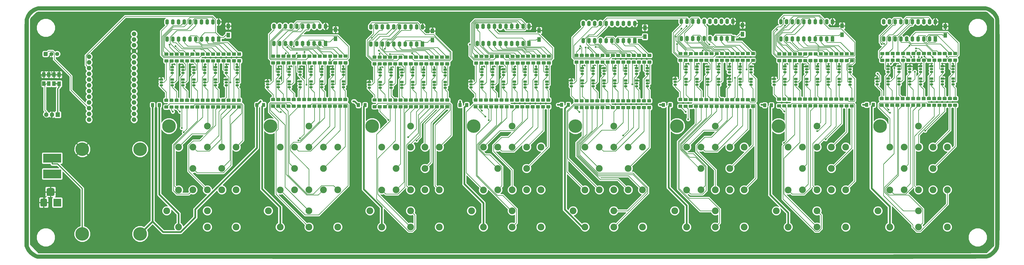
<source format=gbr>
G04 #@! TF.GenerationSoftware,KiCad,Pcbnew,(5.0.2)-1*
G04 #@! TF.CreationDate,2020-02-01T17:43:23-05:00*
G04 #@! TF.ProjectId,ZM1350-display,5a4d3133-3530-42d6-9469-73706c61792e,rev?*
G04 #@! TF.SameCoordinates,Original*
G04 #@! TF.FileFunction,Copper,L2,Bot*
G04 #@! TF.FilePolarity,Positive*
%FSLAX46Y46*%
G04 Gerber Fmt 4.6, Leading zero omitted, Abs format (unit mm)*
G04 Created by KiCad (PCBNEW (5.0.2)-1) date 2/1/2020 5:43:23 PM*
%MOMM*%
%LPD*%
G01*
G04 APERTURE LIST*
G04 #@! TA.AperFunction,EtchedComponent*
%ADD10C,0.010000*%
G04 #@! TD*
G04 #@! TA.AperFunction,ComponentPad*
%ADD11C,6.000000*%
G04 #@! TD*
G04 #@! TA.AperFunction,ComponentPad*
%ADD12C,3.000000*%
G04 #@! TD*
G04 #@! TA.AperFunction,ComponentPad*
%ADD13R,1.500000X1.050000*%
G04 #@! TD*
G04 #@! TA.AperFunction,ComponentPad*
%ADD14O,1.500000X1.050000*%
G04 #@! TD*
G04 #@! TA.AperFunction,SMDPad,CuDef*
%ADD15R,1.600000X2.000000*%
G04 #@! TD*
G04 #@! TA.AperFunction,ComponentPad*
%ADD16R,3.500000X3.500000*%
G04 #@! TD*
G04 #@! TA.AperFunction,Conductor*
%ADD17C,0.100000*%
G04 #@! TD*
G04 #@! TA.AperFunction,ComponentPad*
%ADD18C,3.500000*%
G04 #@! TD*
G04 #@! TA.AperFunction,SMDPad,CuDef*
%ADD19C,1.425000*%
G04 #@! TD*
G04 #@! TA.AperFunction,ComponentPad*
%ADD20R,1.905000X2.000000*%
G04 #@! TD*
G04 #@! TA.AperFunction,ComponentPad*
%ADD21O,1.905000X2.000000*%
G04 #@! TD*
G04 #@! TA.AperFunction,ComponentPad*
%ADD22R,1.600000X2.400000*%
G04 #@! TD*
G04 #@! TA.AperFunction,ComponentPad*
%ADD23O,1.600000X2.400000*%
G04 #@! TD*
G04 #@! TA.AperFunction,ComponentPad*
%ADD24C,1.800000*%
G04 #@! TD*
G04 #@! TA.AperFunction,ComponentPad*
%ADD25R,8.000000X4.000000*%
G04 #@! TD*
G04 #@! TA.AperFunction,ComponentPad*
%ADD26C,2.000000*%
G04 #@! TD*
G04 #@! TA.AperFunction,ViaPad*
%ADD27C,0.800000*%
G04 #@! TD*
G04 #@! TA.AperFunction,Conductor*
%ADD28C,0.250000*%
G04 #@! TD*
G04 #@! TA.AperFunction,Conductor*
%ADD29C,0.500000*%
G04 #@! TD*
G04 #@! TA.AperFunction,Conductor*
%ADD30C,0.800000*%
G04 #@! TD*
G04 #@! TA.AperFunction,Conductor*
%ADD31C,0.254000*%
G04 #@! TD*
G04 APERTURE END LIST*
D10*
G04 #@! TO.C,G1*
G36*
X45300633Y-87981614D02*
X44086015Y-88505118D01*
X42934802Y-89277004D01*
X42111696Y-90054464D01*
X41630860Y-90718212D01*
X41158989Y-91581900D01*
X40759639Y-92513504D01*
X40496367Y-93381000D01*
X40485297Y-93432901D01*
X40465980Y-93671366D01*
X40448114Y-94194639D01*
X40431693Y-95005745D01*
X40416708Y-96107707D01*
X40403151Y-97503549D01*
X40391015Y-99196296D01*
X40380291Y-101188970D01*
X40370973Y-103484595D01*
X40363051Y-106086195D01*
X40356519Y-108996795D01*
X40351367Y-112219417D01*
X40347590Y-115757085D01*
X40345178Y-119612824D01*
X40344124Y-123789656D01*
X40344419Y-128290606D01*
X40346057Y-133118697D01*
X40349029Y-138276953D01*
X40353328Y-143768399D01*
X40353673Y-144159728D01*
X40398000Y-194034562D01*
X40788693Y-195002131D01*
X41499434Y-196330325D01*
X42476560Y-197511441D01*
X43662081Y-198487635D01*
X44998009Y-199201062D01*
X44998169Y-199201127D01*
X45948993Y-199585556D01*
X255961576Y-199616711D01*
X266232687Y-199618196D01*
X276172620Y-199619553D01*
X285786622Y-199620774D01*
X295079940Y-199621856D01*
X304057818Y-199622794D01*
X312725505Y-199623581D01*
X321088245Y-199624213D01*
X329151286Y-199624685D01*
X336919873Y-199624991D01*
X344399253Y-199625127D01*
X351594673Y-199625088D01*
X358511378Y-199624867D01*
X365154615Y-199624461D01*
X371529630Y-199623863D01*
X377641669Y-199623069D01*
X383495979Y-199622074D01*
X389097806Y-199620872D01*
X394452397Y-199619459D01*
X399564997Y-199617829D01*
X404440853Y-199615976D01*
X409085212Y-199613897D01*
X413503319Y-199611585D01*
X417700420Y-199609036D01*
X421681763Y-199606245D01*
X425452594Y-199603206D01*
X429018158Y-199599914D01*
X432383703Y-199596363D01*
X435554473Y-199592550D01*
X438535717Y-199588469D01*
X441332679Y-199584114D01*
X443950607Y-199579481D01*
X446394746Y-199574563D01*
X448670343Y-199569357D01*
X450782645Y-199563857D01*
X452736897Y-199558058D01*
X454538346Y-199551955D01*
X456192238Y-199545542D01*
X457703819Y-199538815D01*
X459078336Y-199531768D01*
X460321035Y-199524396D01*
X461437163Y-199516694D01*
X462431965Y-199508657D01*
X463310688Y-199500279D01*
X464078578Y-199491557D01*
X464740882Y-199482483D01*
X465302846Y-199473054D01*
X465769715Y-199463264D01*
X466146738Y-199453108D01*
X466439159Y-199442581D01*
X466652225Y-199431678D01*
X466791183Y-199420393D01*
X466857158Y-199409923D01*
X467531424Y-199193760D01*
X468207748Y-198924490D01*
X468447570Y-198811084D01*
X469076531Y-198399353D01*
X469785982Y-197795681D01*
X470481323Y-197094582D01*
X471067957Y-196390573D01*
X471420853Y-195840369D01*
X471504186Y-195684464D01*
X471581982Y-195546878D01*
X471654430Y-195416114D01*
X471721720Y-195280673D01*
X471784041Y-195129059D01*
X471841584Y-194949772D01*
X471894539Y-194731316D01*
X471943094Y-194462192D01*
X471987441Y-194130902D01*
X472027768Y-193725949D01*
X472064265Y-193235834D01*
X472097122Y-192649061D01*
X472126529Y-191954129D01*
X472152676Y-191139543D01*
X472175752Y-190193804D01*
X472195947Y-189105415D01*
X472213451Y-187862876D01*
X472228454Y-186454691D01*
X472241145Y-184869362D01*
X472251714Y-183095390D01*
X472260351Y-181121278D01*
X472267245Y-178935528D01*
X472272587Y-176526642D01*
X472276566Y-173883122D01*
X472279373Y-170993470D01*
X472281195Y-167846189D01*
X472282224Y-164429780D01*
X472282649Y-160732746D01*
X472282661Y-156743589D01*
X472282448Y-152450810D01*
X472282200Y-147842913D01*
X472282105Y-143655092D01*
X472282254Y-138767158D01*
X472282569Y-134204153D01*
X472282847Y-129954579D01*
X472282885Y-126006942D01*
X472282483Y-122349746D01*
X472281438Y-118971495D01*
X472279548Y-115860692D01*
X472276611Y-113005844D01*
X472272425Y-110395452D01*
X472266788Y-108018023D01*
X472259498Y-105862061D01*
X472250353Y-103916068D01*
X472239152Y-102168551D01*
X472225692Y-100608012D01*
X472209771Y-99222957D01*
X472191188Y-98001889D01*
X472169740Y-96933313D01*
X472145225Y-96005733D01*
X472117442Y-95207653D01*
X472086188Y-94527578D01*
X472051261Y-93954012D01*
X472012460Y-93475459D01*
X471990770Y-93275622D01*
X470347668Y-93275622D01*
X470347668Y-194034562D01*
X469951357Y-194791516D01*
X469196695Y-195900689D01*
X468221903Y-196810760D01*
X467090359Y-197468034D01*
X466562900Y-197662169D01*
X466378852Y-197667289D01*
X465864768Y-197672316D01*
X465027040Y-197677246D01*
X463872055Y-197682077D01*
X462406204Y-197686806D01*
X460635876Y-197691429D01*
X458567459Y-197695943D01*
X456207344Y-197700346D01*
X453561919Y-197704634D01*
X450637573Y-197708805D01*
X447440697Y-197712855D01*
X443977679Y-197716781D01*
X440254909Y-197720580D01*
X436278776Y-197724249D01*
X432055669Y-197727785D01*
X427591977Y-197731185D01*
X422894090Y-197734446D01*
X417968397Y-197737565D01*
X412821288Y-197740538D01*
X407459151Y-197743363D01*
X401888376Y-197746037D01*
X396115352Y-197748557D01*
X390146469Y-197750919D01*
X383988115Y-197753120D01*
X377646681Y-197755158D01*
X371128555Y-197757029D01*
X364440127Y-197758730D01*
X357587785Y-197760259D01*
X350577920Y-197761612D01*
X343416920Y-197762786D01*
X336111175Y-197763778D01*
X328667074Y-197764585D01*
X321091006Y-197765203D01*
X313389361Y-197765631D01*
X305568528Y-197765865D01*
X297634897Y-197765901D01*
X289594855Y-197765737D01*
X281454794Y-197765370D01*
X273221102Y-197764796D01*
X264900168Y-197764013D01*
X256498381Y-197763017D01*
X256045682Y-197762958D01*
X45948993Y-197735224D01*
X45107933Y-197287175D01*
X44031045Y-196536220D01*
X43120505Y-195547708D01*
X42644642Y-194791516D01*
X42248331Y-194034562D01*
X42248331Y-93275622D01*
X42637324Y-92485888D01*
X43291947Y-91487269D01*
X44183344Y-90598537D01*
X45212133Y-89916147D01*
X45360251Y-89843144D01*
X46285417Y-89406748D01*
X466310582Y-89406748D01*
X467235748Y-89843144D01*
X468275757Y-90489255D01*
X469192174Y-91355101D01*
X469885617Y-92344228D01*
X469958675Y-92485888D01*
X470347668Y-93275622D01*
X471990770Y-93275622D01*
X471969583Y-93080423D01*
X471922427Y-92757408D01*
X471870791Y-92494920D01*
X471814473Y-92281462D01*
X471753270Y-92105538D01*
X471686981Y-91955653D01*
X471615403Y-91820310D01*
X471538336Y-91688015D01*
X471455576Y-91547271D01*
X471366922Y-91386583D01*
X471363686Y-91380411D01*
X470534388Y-90145965D01*
X469465540Y-89118174D01*
X468208078Y-88339593D01*
X467295366Y-87981614D01*
X466191039Y-87640522D01*
X46404960Y-87640522D01*
X45300633Y-87981614D01*
X45300633Y-87981614D01*
G37*
X45300633Y-87981614D02*
X44086015Y-88505118D01*
X42934802Y-89277004D01*
X42111696Y-90054464D01*
X41630860Y-90718212D01*
X41158989Y-91581900D01*
X40759639Y-92513504D01*
X40496367Y-93381000D01*
X40485297Y-93432901D01*
X40465980Y-93671366D01*
X40448114Y-94194639D01*
X40431693Y-95005745D01*
X40416708Y-96107707D01*
X40403151Y-97503549D01*
X40391015Y-99196296D01*
X40380291Y-101188970D01*
X40370973Y-103484595D01*
X40363051Y-106086195D01*
X40356519Y-108996795D01*
X40351367Y-112219417D01*
X40347590Y-115757085D01*
X40345178Y-119612824D01*
X40344124Y-123789656D01*
X40344419Y-128290606D01*
X40346057Y-133118697D01*
X40349029Y-138276953D01*
X40353328Y-143768399D01*
X40353673Y-144159728D01*
X40398000Y-194034562D01*
X40788693Y-195002131D01*
X41499434Y-196330325D01*
X42476560Y-197511441D01*
X43662081Y-198487635D01*
X44998009Y-199201062D01*
X44998169Y-199201127D01*
X45948993Y-199585556D01*
X255961576Y-199616711D01*
X266232687Y-199618196D01*
X276172620Y-199619553D01*
X285786622Y-199620774D01*
X295079940Y-199621856D01*
X304057818Y-199622794D01*
X312725505Y-199623581D01*
X321088245Y-199624213D01*
X329151286Y-199624685D01*
X336919873Y-199624991D01*
X344399253Y-199625127D01*
X351594673Y-199625088D01*
X358511378Y-199624867D01*
X365154615Y-199624461D01*
X371529630Y-199623863D01*
X377641669Y-199623069D01*
X383495979Y-199622074D01*
X389097806Y-199620872D01*
X394452397Y-199619459D01*
X399564997Y-199617829D01*
X404440853Y-199615976D01*
X409085212Y-199613897D01*
X413503319Y-199611585D01*
X417700420Y-199609036D01*
X421681763Y-199606245D01*
X425452594Y-199603206D01*
X429018158Y-199599914D01*
X432383703Y-199596363D01*
X435554473Y-199592550D01*
X438535717Y-199588469D01*
X441332679Y-199584114D01*
X443950607Y-199579481D01*
X446394746Y-199574563D01*
X448670343Y-199569357D01*
X450782645Y-199563857D01*
X452736897Y-199558058D01*
X454538346Y-199551955D01*
X456192238Y-199545542D01*
X457703819Y-199538815D01*
X459078336Y-199531768D01*
X460321035Y-199524396D01*
X461437163Y-199516694D01*
X462431965Y-199508657D01*
X463310688Y-199500279D01*
X464078578Y-199491557D01*
X464740882Y-199482483D01*
X465302846Y-199473054D01*
X465769715Y-199463264D01*
X466146738Y-199453108D01*
X466439159Y-199442581D01*
X466652225Y-199431678D01*
X466791183Y-199420393D01*
X466857158Y-199409923D01*
X467531424Y-199193760D01*
X468207748Y-198924490D01*
X468447570Y-198811084D01*
X469076531Y-198399353D01*
X469785982Y-197795681D01*
X470481323Y-197094582D01*
X471067957Y-196390573D01*
X471420853Y-195840369D01*
X471504186Y-195684464D01*
X471581982Y-195546878D01*
X471654430Y-195416114D01*
X471721720Y-195280673D01*
X471784041Y-195129059D01*
X471841584Y-194949772D01*
X471894539Y-194731316D01*
X471943094Y-194462192D01*
X471987441Y-194130902D01*
X472027768Y-193725949D01*
X472064265Y-193235834D01*
X472097122Y-192649061D01*
X472126529Y-191954129D01*
X472152676Y-191139543D01*
X472175752Y-190193804D01*
X472195947Y-189105415D01*
X472213451Y-187862876D01*
X472228454Y-186454691D01*
X472241145Y-184869362D01*
X472251714Y-183095390D01*
X472260351Y-181121278D01*
X472267245Y-178935528D01*
X472272587Y-176526642D01*
X472276566Y-173883122D01*
X472279373Y-170993470D01*
X472281195Y-167846189D01*
X472282224Y-164429780D01*
X472282649Y-160732746D01*
X472282661Y-156743589D01*
X472282448Y-152450810D01*
X472282200Y-147842913D01*
X472282105Y-143655092D01*
X472282254Y-138767158D01*
X472282569Y-134204153D01*
X472282847Y-129954579D01*
X472282885Y-126006942D01*
X472282483Y-122349746D01*
X472281438Y-118971495D01*
X472279548Y-115860692D01*
X472276611Y-113005844D01*
X472272425Y-110395452D01*
X472266788Y-108018023D01*
X472259498Y-105862061D01*
X472250353Y-103916068D01*
X472239152Y-102168551D01*
X472225692Y-100608012D01*
X472209771Y-99222957D01*
X472191188Y-98001889D01*
X472169740Y-96933313D01*
X472145225Y-96005733D01*
X472117442Y-95207653D01*
X472086188Y-94527578D01*
X472051261Y-93954012D01*
X472012460Y-93475459D01*
X471990770Y-93275622D01*
X470347668Y-93275622D01*
X470347668Y-194034562D01*
X469951357Y-194791516D01*
X469196695Y-195900689D01*
X468221903Y-196810760D01*
X467090359Y-197468034D01*
X466562900Y-197662169D01*
X466378852Y-197667289D01*
X465864768Y-197672316D01*
X465027040Y-197677246D01*
X463872055Y-197682077D01*
X462406204Y-197686806D01*
X460635876Y-197691429D01*
X458567459Y-197695943D01*
X456207344Y-197700346D01*
X453561919Y-197704634D01*
X450637573Y-197708805D01*
X447440697Y-197712855D01*
X443977679Y-197716781D01*
X440254909Y-197720580D01*
X436278776Y-197724249D01*
X432055669Y-197727785D01*
X427591977Y-197731185D01*
X422894090Y-197734446D01*
X417968397Y-197737565D01*
X412821288Y-197740538D01*
X407459151Y-197743363D01*
X401888376Y-197746037D01*
X396115352Y-197748557D01*
X390146469Y-197750919D01*
X383988115Y-197753120D01*
X377646681Y-197755158D01*
X371128555Y-197757029D01*
X364440127Y-197758730D01*
X357587785Y-197760259D01*
X350577920Y-197761612D01*
X343416920Y-197762786D01*
X336111175Y-197763778D01*
X328667074Y-197764585D01*
X321091006Y-197765203D01*
X313389361Y-197765631D01*
X305568528Y-197765865D01*
X297634897Y-197765901D01*
X289594855Y-197765737D01*
X281454794Y-197765370D01*
X273221102Y-197764796D01*
X264900168Y-197764013D01*
X256498381Y-197763017D01*
X256045682Y-197762958D01*
X45948993Y-197735224D01*
X45107933Y-197287175D01*
X44031045Y-196536220D01*
X43120505Y-195547708D01*
X42644642Y-194791516D01*
X42248331Y-194034562D01*
X42248331Y-93275622D01*
X42637324Y-92485888D01*
X43291947Y-91487269D01*
X44183344Y-90598537D01*
X45212133Y-89916147D01*
X45360251Y-89843144D01*
X46285417Y-89406748D01*
X466310582Y-89406748D01*
X467235748Y-89843144D01*
X468275757Y-90489255D01*
X469192174Y-91355101D01*
X469885617Y-92344228D01*
X469958675Y-92485888D01*
X470347668Y-93275622D01*
X471990770Y-93275622D01*
X471969583Y-93080423D01*
X471922427Y-92757408D01*
X471870791Y-92494920D01*
X471814473Y-92281462D01*
X471753270Y-92105538D01*
X471686981Y-91955653D01*
X471615403Y-91820310D01*
X471538336Y-91688015D01*
X471455576Y-91547271D01*
X471366922Y-91386583D01*
X471363686Y-91380411D01*
X470534388Y-90145965D01*
X469465540Y-89118174D01*
X468208078Y-88339593D01*
X467295366Y-87981614D01*
X466191039Y-87640522D01*
X46404960Y-87640522D01*
X45300633Y-87981614D01*
G04 #@! TD*
D11*
G04 #@! TO.P,B8,20*
G04 #@! TO.N,N/C*
X419374318Y-140769596D03*
D12*
G04 #@! TO.P,B8,16*
G04 #@! TO.N,/ZM1350_driver_A8/V_IN*
X423624318Y-185569596D03*
G04 #@! TO.P,B8,18*
G04 #@! TO.N,/ZM1350_driver_A8/P18*
X449124318Y-185569596D03*
G04 #@! TO.P,B8,17*
G04 #@! TO.N,/ZM1350_driver_A8/P17*
X436374318Y-185569596D03*
G04 #@! TO.P,B8,15*
G04 #@! TO.N,Net-(B8-Pad15)*
X418374318Y-178369596D03*
G04 #@! TO.P,B8,4*
G04 #@! TO.N,/ZM1350_driver_A8/P4*
X436374318Y-178369596D03*
G04 #@! TO.P,B8,3*
G04 #@! TO.N,/ZM1350_driver_A8/P3*
X423624318Y-169119596D03*
G04 #@! TO.P,B8,11*
G04 #@! TO.N,/ZM1350_driver_A8/P11*
X429974318Y-169069596D03*
G04 #@! TO.P,B8,5*
G04 #@! TO.N,/ZM1350_driver_A8/P5*
X449124318Y-169069596D03*
G04 #@! TO.P,B8,12*
G04 #@! TO.N,/ZM1350_driver_A8/P12*
X436374318Y-169069596D03*
G04 #@! TO.P,B8,13*
G04 #@! TO.N,/ZM1350_driver_A8/P13*
X442774318Y-169069596D03*
G04 #@! TO.P,B8,14*
G04 #@! TO.N,/ZM1350_driver_A8/P14*
X442774318Y-159569596D03*
G04 #@! TO.P,B8,10*
G04 #@! TO.N,/ZM1350_driver_A8/P10*
X429974318Y-159569596D03*
G04 #@! TO.P,B8,1*
G04 #@! TO.N,/ZM1350_driver_A8/P1*
X436374318Y-140769596D03*
G04 #@! TO.P,B8,6*
G04 #@! TO.N,/ZM1350_driver_A8/P6*
X449124318Y-150069596D03*
G04 #@! TO.P,B8,2*
G04 #@! TO.N,/ZM1350_driver_A8/P2*
X423624318Y-150069596D03*
G04 #@! TO.P,B8,7*
G04 #@! TO.N,/ZM1350_driver_A8/P7*
X442774318Y-150069596D03*
G04 #@! TO.P,B8,9*
G04 #@! TO.N,/ZM1350_driver_A8/P9*
X429974318Y-150069596D03*
G04 #@! TO.P,B8,8*
G04 #@! TO.N,/ZM1350_driver_A8/P8*
X436374318Y-150069596D03*
G04 #@! TD*
D11*
G04 #@! TO.P,B7,20*
G04 #@! TO.N,N/C*
X374374318Y-140769596D03*
D12*
G04 #@! TO.P,B7,16*
G04 #@! TO.N,/ZM1350_driver_A7/V_IN*
X378624318Y-185569596D03*
G04 #@! TO.P,B7,18*
G04 #@! TO.N,/ZM1350_driver_A7/P18*
X404124318Y-185569596D03*
G04 #@! TO.P,B7,17*
G04 #@! TO.N,/ZM1350_driver_A7/P17*
X391374318Y-185569596D03*
G04 #@! TO.P,B7,15*
G04 #@! TO.N,Net-(B7-Pad15)*
X373374318Y-178369596D03*
G04 #@! TO.P,B7,4*
G04 #@! TO.N,/ZM1350_driver_A7/P4*
X391374318Y-178369596D03*
G04 #@! TO.P,B7,3*
G04 #@! TO.N,/ZM1350_driver_A7/P3*
X378624318Y-169119596D03*
G04 #@! TO.P,B7,11*
G04 #@! TO.N,/ZM1350_driver_A7/P11*
X384974318Y-169069596D03*
G04 #@! TO.P,B7,5*
G04 #@! TO.N,/ZM1350_driver_A7/P5*
X404124318Y-169069596D03*
G04 #@! TO.P,B7,12*
G04 #@! TO.N,/ZM1350_driver_A7/P12*
X391374318Y-169069596D03*
G04 #@! TO.P,B7,13*
G04 #@! TO.N,/ZM1350_driver_A7/P13*
X397774318Y-169069596D03*
G04 #@! TO.P,B7,14*
G04 #@! TO.N,/ZM1350_driver_A7/P14*
X397774318Y-159569596D03*
G04 #@! TO.P,B7,10*
G04 #@! TO.N,/ZM1350_driver_A7/P10*
X384974318Y-159569596D03*
G04 #@! TO.P,B7,1*
G04 #@! TO.N,/ZM1350_driver_A7/P1*
X391374318Y-140769596D03*
G04 #@! TO.P,B7,6*
G04 #@! TO.N,/ZM1350_driver_A7/P6*
X404124318Y-150069596D03*
G04 #@! TO.P,B7,2*
G04 #@! TO.N,/ZM1350_driver_A7/P2*
X378624318Y-150069596D03*
G04 #@! TO.P,B7,7*
G04 #@! TO.N,/ZM1350_driver_A7/P7*
X397774318Y-150069596D03*
G04 #@! TO.P,B7,9*
G04 #@! TO.N,/ZM1350_driver_A7/P9*
X384974318Y-150069596D03*
G04 #@! TO.P,B7,8*
G04 #@! TO.N,/ZM1350_driver_A7/P8*
X391374318Y-150069596D03*
G04 #@! TD*
D11*
G04 #@! TO.P,B6,20*
G04 #@! TO.N,N/C*
X104374318Y-140769596D03*
D12*
G04 #@! TO.P,B6,16*
G04 #@! TO.N,/ZM1350_driver_A1/V_IN*
X108624318Y-185569596D03*
G04 #@! TO.P,B6,18*
G04 #@! TO.N,/ZM1350_driver_A1/P18*
X134124318Y-185569596D03*
G04 #@! TO.P,B6,17*
G04 #@! TO.N,/ZM1350_driver_A1/P17*
X121374318Y-185569596D03*
G04 #@! TO.P,B6,15*
G04 #@! TO.N,Net-(B6-Pad15)*
X103374318Y-178369596D03*
G04 #@! TO.P,B6,4*
G04 #@! TO.N,/ZM1350_driver_A1/P4*
X121374318Y-178369596D03*
G04 #@! TO.P,B6,3*
G04 #@! TO.N,/ZM1350_driver_A1/P3*
X108624318Y-169119596D03*
G04 #@! TO.P,B6,11*
G04 #@! TO.N,/ZM1350_driver_A1/P11*
X114974318Y-169069596D03*
G04 #@! TO.P,B6,5*
G04 #@! TO.N,/ZM1350_driver_A1/P5*
X134124318Y-169069596D03*
G04 #@! TO.P,B6,12*
G04 #@! TO.N,/ZM1350_driver_A1/P12*
X121374318Y-169069596D03*
G04 #@! TO.P,B6,13*
G04 #@! TO.N,/ZM1350_driver_A1/P13*
X127774318Y-169069596D03*
G04 #@! TO.P,B6,14*
G04 #@! TO.N,/ZM1350_driver_A1/P14*
X127774318Y-159569596D03*
G04 #@! TO.P,B6,10*
G04 #@! TO.N,/ZM1350_driver_A1/P10*
X114974318Y-159569596D03*
G04 #@! TO.P,B6,1*
G04 #@! TO.N,/ZM1350_driver_A1/P1*
X121374318Y-140769596D03*
G04 #@! TO.P,B6,6*
G04 #@! TO.N,/ZM1350_driver_A1/P6*
X134124318Y-150069596D03*
G04 #@! TO.P,B6,2*
G04 #@! TO.N,/ZM1350_driver_A1/P2*
X108624318Y-150069596D03*
G04 #@! TO.P,B6,7*
G04 #@! TO.N,/ZM1350_driver_A1/P7*
X127774318Y-150069596D03*
G04 #@! TO.P,B6,9*
G04 #@! TO.N,/ZM1350_driver_A1/P9*
X114974318Y-150069596D03*
G04 #@! TO.P,B6,8*
G04 #@! TO.N,/ZM1350_driver_A1/P8*
X121374318Y-150069596D03*
G04 #@! TD*
D11*
G04 #@! TO.P,B5,20*
G04 #@! TO.N,N/C*
X329374318Y-140769596D03*
D12*
G04 #@! TO.P,B5,16*
G04 #@! TO.N,/ZM1350_driver_A6/V_IN*
X333624318Y-185569596D03*
G04 #@! TO.P,B5,18*
G04 #@! TO.N,/ZM1350_driver_A6/P18*
X359124318Y-185569596D03*
G04 #@! TO.P,B5,17*
G04 #@! TO.N,/ZM1350_driver_A6/P17*
X346374318Y-185569596D03*
G04 #@! TO.P,B5,15*
G04 #@! TO.N,Net-(B5-Pad15)*
X328374318Y-178369596D03*
G04 #@! TO.P,B5,4*
G04 #@! TO.N,/ZM1350_driver_A6/P4*
X346374318Y-178369596D03*
G04 #@! TO.P,B5,3*
G04 #@! TO.N,/ZM1350_driver_A6/P3*
X333624318Y-169119596D03*
G04 #@! TO.P,B5,11*
G04 #@! TO.N,/ZM1350_driver_A6/P11*
X339974318Y-169069596D03*
G04 #@! TO.P,B5,5*
G04 #@! TO.N,/ZM1350_driver_A6/P5*
X359124318Y-169069596D03*
G04 #@! TO.P,B5,12*
G04 #@! TO.N,/ZM1350_driver_A6/P12*
X346374318Y-169069596D03*
G04 #@! TO.P,B5,13*
G04 #@! TO.N,/ZM1350_driver_A6/P13*
X352774318Y-169069596D03*
G04 #@! TO.P,B5,14*
G04 #@! TO.N,/ZM1350_driver_A6/P14*
X352774318Y-159569596D03*
G04 #@! TO.P,B5,10*
G04 #@! TO.N,/ZM1350_driver_A6/P10*
X339974318Y-159569596D03*
G04 #@! TO.P,B5,1*
G04 #@! TO.N,/ZM1350_driver_A6/P1*
X346374318Y-140769596D03*
G04 #@! TO.P,B5,6*
G04 #@! TO.N,/ZM1350_driver_A6/P6*
X359124318Y-150069596D03*
G04 #@! TO.P,B5,2*
G04 #@! TO.N,/ZM1350_driver_A6/P2*
X333624318Y-150069596D03*
G04 #@! TO.P,B5,7*
G04 #@! TO.N,/ZM1350_driver_A6/P7*
X352774318Y-150069596D03*
G04 #@! TO.P,B5,9*
G04 #@! TO.N,/ZM1350_driver_A6/P9*
X339974318Y-150069596D03*
G04 #@! TO.P,B5,8*
G04 #@! TO.N,/ZM1350_driver_A6/P8*
X346374318Y-150069596D03*
G04 #@! TD*
D11*
G04 #@! TO.P,B4,20*
G04 #@! TO.N,N/C*
X284374318Y-140769596D03*
D12*
G04 #@! TO.P,B4,16*
G04 #@! TO.N,/ZM1350_driver_A5/V_IN*
X288624318Y-185569596D03*
G04 #@! TO.P,B4,18*
G04 #@! TO.N,/ZM1350_driver_A5/P18*
X314124318Y-185569596D03*
G04 #@! TO.P,B4,17*
G04 #@! TO.N,/ZM1350_driver_A5/P17*
X301374318Y-185569596D03*
G04 #@! TO.P,B4,15*
G04 #@! TO.N,Net-(B4-Pad15)*
X283374318Y-178369596D03*
G04 #@! TO.P,B4,4*
G04 #@! TO.N,/ZM1350_driver_A5/P4*
X301374318Y-178369596D03*
G04 #@! TO.P,B4,3*
G04 #@! TO.N,/ZM1350_driver_A5/P3*
X288624318Y-169119596D03*
G04 #@! TO.P,B4,11*
G04 #@! TO.N,/ZM1350_driver_A5/P11*
X294974318Y-169069596D03*
G04 #@! TO.P,B4,5*
G04 #@! TO.N,/ZM1350_driver_A5/P5*
X314124318Y-169069596D03*
G04 #@! TO.P,B4,12*
G04 #@! TO.N,/ZM1350_driver_A5/P12*
X301374318Y-169069596D03*
G04 #@! TO.P,B4,13*
G04 #@! TO.N,/ZM1350_driver_A5/P13*
X307774318Y-169069596D03*
G04 #@! TO.P,B4,14*
G04 #@! TO.N,/ZM1350_driver_A5/P14*
X307774318Y-159569596D03*
G04 #@! TO.P,B4,10*
G04 #@! TO.N,/ZM1350_driver_A5/P10*
X294974318Y-159569596D03*
G04 #@! TO.P,B4,1*
G04 #@! TO.N,/ZM1350_driver_A5/P1*
X301374318Y-140769596D03*
G04 #@! TO.P,B4,6*
G04 #@! TO.N,/ZM1350_driver_A5/P6*
X314124318Y-150069596D03*
G04 #@! TO.P,B4,2*
G04 #@! TO.N,/ZM1350_driver_A5/P2*
X288624318Y-150069596D03*
G04 #@! TO.P,B4,7*
G04 #@! TO.N,/ZM1350_driver_A5/P7*
X307774318Y-150069596D03*
G04 #@! TO.P,B4,9*
G04 #@! TO.N,/ZM1350_driver_A5/P9*
X294974318Y-150069596D03*
G04 #@! TO.P,B4,8*
G04 #@! TO.N,/ZM1350_driver_A5/P8*
X301374318Y-150069596D03*
G04 #@! TD*
D11*
G04 #@! TO.P,B3,20*
G04 #@! TO.N,N/C*
X239374318Y-140769596D03*
D12*
G04 #@! TO.P,B3,16*
G04 #@! TO.N,/ZM1350_driver_A4/V_IN*
X243624318Y-185569596D03*
G04 #@! TO.P,B3,18*
G04 #@! TO.N,/ZM1350_driver_A4/P18*
X269124318Y-185569596D03*
G04 #@! TO.P,B3,17*
G04 #@! TO.N,/ZM1350_driver_A4/P17*
X256374318Y-185569596D03*
G04 #@! TO.P,B3,15*
G04 #@! TO.N,Net-(B3-Pad15)*
X238374318Y-178369596D03*
G04 #@! TO.P,B3,4*
G04 #@! TO.N,/ZM1350_driver_A4/P4*
X256374318Y-178369596D03*
G04 #@! TO.P,B3,3*
G04 #@! TO.N,/ZM1350_driver_A4/P3*
X243624318Y-169119596D03*
G04 #@! TO.P,B3,11*
G04 #@! TO.N,/ZM1350_driver_A4/P11*
X249974318Y-169069596D03*
G04 #@! TO.P,B3,5*
G04 #@! TO.N,/ZM1350_driver_A4/P5*
X269124318Y-169069596D03*
G04 #@! TO.P,B3,12*
G04 #@! TO.N,/ZM1350_driver_A4/P12*
X256374318Y-169069596D03*
G04 #@! TO.P,B3,13*
G04 #@! TO.N,/ZM1350_driver_A4/P13*
X262774318Y-169069596D03*
G04 #@! TO.P,B3,14*
G04 #@! TO.N,/ZM1350_driver_A4/P14*
X262774318Y-159569596D03*
G04 #@! TO.P,B3,10*
G04 #@! TO.N,/ZM1350_driver_A4/P10*
X249974318Y-159569596D03*
G04 #@! TO.P,B3,1*
G04 #@! TO.N,/ZM1350_driver_A4/P1*
X256374318Y-140769596D03*
G04 #@! TO.P,B3,6*
G04 #@! TO.N,/ZM1350_driver_A4/P6*
X269124318Y-150069596D03*
G04 #@! TO.P,B3,2*
G04 #@! TO.N,/ZM1350_driver_A4/P2*
X243624318Y-150069596D03*
G04 #@! TO.P,B3,7*
G04 #@! TO.N,/ZM1350_driver_A4/P7*
X262774318Y-150069596D03*
G04 #@! TO.P,B3,9*
G04 #@! TO.N,/ZM1350_driver_A4/P9*
X249974318Y-150069596D03*
G04 #@! TO.P,B3,8*
G04 #@! TO.N,/ZM1350_driver_A4/P8*
X256374318Y-150069596D03*
G04 #@! TD*
D11*
G04 #@! TO.P,B2,20*
G04 #@! TO.N,N/C*
X194374318Y-140769596D03*
D12*
G04 #@! TO.P,B2,16*
G04 #@! TO.N,/ZM1350_driver_A3/V_IN*
X198624318Y-185569596D03*
G04 #@! TO.P,B2,18*
G04 #@! TO.N,/ZM1350_driver_A3/P18*
X224124318Y-185569596D03*
G04 #@! TO.P,B2,17*
G04 #@! TO.N,/ZM1350_driver_A3/P17*
X211374318Y-185569596D03*
G04 #@! TO.P,B2,15*
G04 #@! TO.N,Net-(B2-Pad15)*
X193374318Y-178369596D03*
G04 #@! TO.P,B2,4*
G04 #@! TO.N,/ZM1350_driver_A3/P4*
X211374318Y-178369596D03*
G04 #@! TO.P,B2,3*
G04 #@! TO.N,/ZM1350_driver_A3/P3*
X198624318Y-169119596D03*
G04 #@! TO.P,B2,11*
G04 #@! TO.N,/ZM1350_driver_A3/P11*
X204974318Y-169069596D03*
G04 #@! TO.P,B2,5*
G04 #@! TO.N,/ZM1350_driver_A3/P5*
X224124318Y-169069596D03*
G04 #@! TO.P,B2,12*
G04 #@! TO.N,/ZM1350_driver_A3/P12*
X211374318Y-169069596D03*
G04 #@! TO.P,B2,13*
G04 #@! TO.N,/ZM1350_driver_A3/P13*
X217774318Y-169069596D03*
G04 #@! TO.P,B2,14*
G04 #@! TO.N,/ZM1350_driver_A3/P14*
X217774318Y-159569596D03*
G04 #@! TO.P,B2,10*
G04 #@! TO.N,/ZM1350_driver_A3/P10*
X204974318Y-159569596D03*
G04 #@! TO.P,B2,1*
G04 #@! TO.N,/ZM1350_driver_A3/P1*
X211374318Y-140769596D03*
G04 #@! TO.P,B2,6*
G04 #@! TO.N,/ZM1350_driver_A3/P6*
X224124318Y-150069596D03*
G04 #@! TO.P,B2,2*
G04 #@! TO.N,/ZM1350_driver_A3/P2*
X198624318Y-150069596D03*
G04 #@! TO.P,B2,7*
G04 #@! TO.N,/ZM1350_driver_A3/P7*
X217774318Y-150069596D03*
G04 #@! TO.P,B2,9*
G04 #@! TO.N,/ZM1350_driver_A3/P9*
X204974318Y-150069596D03*
G04 #@! TO.P,B2,8*
G04 #@! TO.N,/ZM1350_driver_A3/P8*
X211374318Y-150069596D03*
G04 #@! TD*
D11*
G04 #@! TO.P,B1,20*
G04 #@! TO.N,N/C*
X149374318Y-140769596D03*
D12*
G04 #@! TO.P,B1,16*
G04 #@! TO.N,/ZM1350_driver_A2/V_IN*
X153624318Y-185569596D03*
G04 #@! TO.P,B1,18*
G04 #@! TO.N,/ZM1350_driver_A2/P18*
X179124318Y-185569596D03*
G04 #@! TO.P,B1,17*
G04 #@! TO.N,/ZM1350_driver_A2/P17*
X166374318Y-185569596D03*
G04 #@! TO.P,B1,15*
G04 #@! TO.N,Net-(B1-Pad15)*
X148374318Y-178369596D03*
G04 #@! TO.P,B1,4*
G04 #@! TO.N,/ZM1350_driver_A2/P4*
X166374318Y-178369596D03*
G04 #@! TO.P,B1,3*
G04 #@! TO.N,/ZM1350_driver_A2/P3*
X153624318Y-169119596D03*
G04 #@! TO.P,B1,11*
G04 #@! TO.N,/ZM1350_driver_A2/P11*
X159974318Y-169069596D03*
G04 #@! TO.P,B1,5*
G04 #@! TO.N,/ZM1350_driver_A2/P5*
X179124318Y-169069596D03*
G04 #@! TO.P,B1,12*
G04 #@! TO.N,/ZM1350_driver_A2/P12*
X166374318Y-169069596D03*
G04 #@! TO.P,B1,13*
G04 #@! TO.N,/ZM1350_driver_A2/P13*
X172774318Y-169069596D03*
G04 #@! TO.P,B1,14*
G04 #@! TO.N,/ZM1350_driver_A2/P14*
X172774318Y-159569596D03*
G04 #@! TO.P,B1,10*
G04 #@! TO.N,/ZM1350_driver_A2/P10*
X159974318Y-159569596D03*
G04 #@! TO.P,B1,1*
G04 #@! TO.N,/ZM1350_driver_A2/P1*
X166374318Y-140769596D03*
G04 #@! TO.P,B1,6*
G04 #@! TO.N,/ZM1350_driver_A2/P6*
X179124318Y-150069596D03*
G04 #@! TO.P,B1,2*
G04 #@! TO.N,/ZM1350_driver_A2/P2*
X153624318Y-150069596D03*
G04 #@! TO.P,B1,7*
G04 #@! TO.N,/ZM1350_driver_A2/P7*
X172774318Y-150069596D03*
G04 #@! TO.P,B1,9*
G04 #@! TO.N,/ZM1350_driver_A2/P9*
X159974318Y-150069596D03*
G04 #@! TO.P,B1,8*
G04 #@! TO.N,/ZM1350_driver_A2/P8*
X166374318Y-150069596D03*
G04 #@! TD*
D13*
G04 #@! TO.P,Q11,1*
G04 #@! TO.N,GND*
X152853000Y-120961000D03*
D14*
G04 #@! TO.P,Q11,3*
G04 #@! TO.N,Net-(Q11-Pad3)*
X152853000Y-123501000D03*
G04 #@! TO.P,Q11,2*
G04 #@! TO.N,Net-(Q11-Pad2)*
X152853000Y-122231000D03*
G04 #@! TD*
D15*
G04 #@! TO.P,C3,1*
G04 #@! TO.N,5V*
X448228000Y-100495400D03*
G04 #@! TO.P,C3,2*
G04 #@! TO.N,GND*
X448228000Y-96495400D03*
G04 #@! TD*
G04 #@! TO.P,C8,1*
G04 #@! TO.N,12V*
X55715200Y-121975000D03*
G04 #@! TO.P,C8,2*
G04 #@! TO.N,GND*
X55715200Y-117975000D03*
G04 #@! TD*
G04 #@! TO.P,C9,2*
G04 #@! TO.N,GND*
X53429200Y-117943000D03*
G04 #@! TO.P,C9,1*
G04 #@! TO.N,12V*
X53429200Y-121943000D03*
G04 #@! TD*
G04 #@! TO.P,C10,1*
G04 #@! TO.N,5V*
X51143200Y-121943000D03*
G04 #@! TO.P,C10,2*
G04 #@! TO.N,GND*
X51143200Y-117943000D03*
G04 #@! TD*
G04 #@! TO.P,C11,2*
G04 #@! TO.N,GND*
X48940700Y-117944000D03*
G04 #@! TO.P,C11,1*
G04 #@! TO.N,5V*
X48940700Y-121944000D03*
G04 #@! TD*
D16*
G04 #@! TO.P,J1,1*
G04 #@! TO.N,Net-(J1-Pad1)*
X54909700Y-174716000D03*
D17*
G04 #@! TD*
G04 #@! TO.N,GND*
G04 #@! TO.C,J1*
G36*
X49733213Y-172969611D02*
X49806018Y-172980411D01*
X49877414Y-172998295D01*
X49946713Y-173023090D01*
X50013248Y-173054559D01*
X50076378Y-173092398D01*
X50135495Y-173136242D01*
X50190030Y-173185670D01*
X50239458Y-173240205D01*
X50283302Y-173299322D01*
X50321141Y-173362452D01*
X50352610Y-173428987D01*
X50377405Y-173498286D01*
X50395289Y-173569682D01*
X50406089Y-173642487D01*
X50409700Y-173716000D01*
X50409700Y-175716000D01*
X50406089Y-175789513D01*
X50395289Y-175862318D01*
X50377405Y-175933714D01*
X50352610Y-176003013D01*
X50321141Y-176069548D01*
X50283302Y-176132678D01*
X50239458Y-176191795D01*
X50190030Y-176246330D01*
X50135495Y-176295758D01*
X50076378Y-176339602D01*
X50013248Y-176377441D01*
X49946713Y-176408910D01*
X49877414Y-176433705D01*
X49806018Y-176451589D01*
X49733213Y-176462389D01*
X49659700Y-176466000D01*
X48159700Y-176466000D01*
X48086187Y-176462389D01*
X48013382Y-176451589D01*
X47941986Y-176433705D01*
X47872687Y-176408910D01*
X47806152Y-176377441D01*
X47743022Y-176339602D01*
X47683905Y-176295758D01*
X47629370Y-176246330D01*
X47579942Y-176191795D01*
X47536098Y-176132678D01*
X47498259Y-176069548D01*
X47466790Y-176003013D01*
X47441995Y-175933714D01*
X47424111Y-175862318D01*
X47413311Y-175789513D01*
X47409700Y-175716000D01*
X47409700Y-173716000D01*
X47413311Y-173642487D01*
X47424111Y-173569682D01*
X47441995Y-173498286D01*
X47466790Y-173428987D01*
X47498259Y-173362452D01*
X47536098Y-173299322D01*
X47579942Y-173240205D01*
X47629370Y-173185670D01*
X47683905Y-173136242D01*
X47743022Y-173092398D01*
X47806152Y-173054559D01*
X47872687Y-173023090D01*
X47941986Y-172998295D01*
X48013382Y-172980411D01*
X48086187Y-172969611D01*
X48159700Y-172966000D01*
X49659700Y-172966000D01*
X49733213Y-172969611D01*
X49733213Y-172969611D01*
G37*
D12*
G04 #@! TO.P,J1,2*
G04 #@! TO.N,GND*
X48909700Y-174716000D03*
D17*
G04 #@! TD*
G04 #@! TO.N,GND*
G04 #@! TO.C,J1*
G36*
X52870465Y-168270213D02*
X52955404Y-168282813D01*
X53038699Y-168303677D01*
X53119548Y-168332605D01*
X53197172Y-168369319D01*
X53270824Y-168413464D01*
X53339794Y-168464616D01*
X53403418Y-168522282D01*
X53461084Y-168585906D01*
X53512236Y-168654876D01*
X53556381Y-168728528D01*
X53593095Y-168806152D01*
X53622023Y-168887001D01*
X53642887Y-168970296D01*
X53655487Y-169055235D01*
X53659700Y-169141000D01*
X53659700Y-170891000D01*
X53655487Y-170976765D01*
X53642887Y-171061704D01*
X53622023Y-171144999D01*
X53593095Y-171225848D01*
X53556381Y-171303472D01*
X53512236Y-171377124D01*
X53461084Y-171446094D01*
X53403418Y-171509718D01*
X53339794Y-171567384D01*
X53270824Y-171618536D01*
X53197172Y-171662681D01*
X53119548Y-171699395D01*
X53038699Y-171728323D01*
X52955404Y-171749187D01*
X52870465Y-171761787D01*
X52784700Y-171766000D01*
X51034700Y-171766000D01*
X50948935Y-171761787D01*
X50863996Y-171749187D01*
X50780701Y-171728323D01*
X50699852Y-171699395D01*
X50622228Y-171662681D01*
X50548576Y-171618536D01*
X50479606Y-171567384D01*
X50415982Y-171509718D01*
X50358316Y-171446094D01*
X50307164Y-171377124D01*
X50263019Y-171303472D01*
X50226305Y-171225848D01*
X50197377Y-171144999D01*
X50176513Y-171061704D01*
X50163913Y-170976765D01*
X50159700Y-170891000D01*
X50159700Y-169141000D01*
X50163913Y-169055235D01*
X50176513Y-168970296D01*
X50197377Y-168887001D01*
X50226305Y-168806152D01*
X50263019Y-168728528D01*
X50307164Y-168654876D01*
X50358316Y-168585906D01*
X50415982Y-168522282D01*
X50479606Y-168464616D01*
X50548576Y-168413464D01*
X50622228Y-168369319D01*
X50699852Y-168332605D01*
X50780701Y-168303677D01*
X50863996Y-168282813D01*
X50948935Y-168270213D01*
X51034700Y-168266000D01*
X52784700Y-168266000D01*
X52870465Y-168270213D01*
X52870465Y-168270213D01*
G37*
D18*
G04 #@! TO.P,J1,3*
G04 #@! TO.N,GND*
X51909700Y-170016000D03*
G04 #@! TD*
D14*
G04 #@! TO.P,Q1,2*
G04 #@! TO.N,Net-(Q1-Pad2)*
X167253000Y-122231000D03*
G04 #@! TO.P,Q1,3*
G04 #@! TO.N,Net-(Q1-Pad3)*
X167253000Y-123501000D03*
D13*
G04 #@! TO.P,Q1,1*
G04 #@! TO.N,GND*
X167253000Y-120961000D03*
G04 #@! TD*
G04 #@! TO.P,Q2,1*
G04 #@! TO.N,GND*
X172053000Y-115446000D03*
D14*
G04 #@! TO.P,Q2,3*
G04 #@! TO.N,Net-(Q2-Pad3)*
X172053000Y-117986000D03*
G04 #@! TO.P,Q2,2*
G04 #@! TO.N,Net-(Q2-Pad2)*
X172053000Y-116716000D03*
G04 #@! TD*
G04 #@! TO.P,Q3,2*
G04 #@! TO.N,Net-(Q3-Pad2)*
X176853000Y-122231000D03*
G04 #@! TO.P,Q3,3*
G04 #@! TO.N,Net-(Q3-Pad3)*
X176853000Y-123501000D03*
D13*
G04 #@! TO.P,Q3,1*
G04 #@! TO.N,GND*
X176853000Y-120961000D03*
G04 #@! TD*
G04 #@! TO.P,Q4,1*
G04 #@! TO.N,GND*
X176853000Y-115446000D03*
D14*
G04 #@! TO.P,Q4,3*
G04 #@! TO.N,Net-(Q4-Pad3)*
X176853000Y-117986000D03*
G04 #@! TO.P,Q4,2*
G04 #@! TO.N,Net-(Q4-Pad2)*
X176853000Y-116716000D03*
G04 #@! TD*
D13*
G04 #@! TO.P,Q5,1*
G04 #@! TO.N,GND*
X172053000Y-120961000D03*
D14*
G04 #@! TO.P,Q5,3*
G04 #@! TO.N,Net-(Q5-Pad3)*
X172053000Y-123501000D03*
G04 #@! TO.P,Q5,2*
G04 #@! TO.N,Net-(Q5-Pad2)*
X172053000Y-122231000D03*
G04 #@! TD*
G04 #@! TO.P,Q6,2*
G04 #@! TO.N,Net-(Q6-Pad2)*
X162453000Y-122231000D03*
G04 #@! TO.P,Q6,3*
G04 #@! TO.N,Net-(Q6-Pad3)*
X162453000Y-123501000D03*
D13*
G04 #@! TO.P,Q6,1*
G04 #@! TO.N,GND*
X162453000Y-120961000D03*
G04 #@! TD*
G04 #@! TO.P,Q7,1*
G04 #@! TO.N,GND*
X157653000Y-120961000D03*
D14*
G04 #@! TO.P,Q7,3*
G04 #@! TO.N,Net-(Q7-Pad3)*
X157653000Y-123501000D03*
G04 #@! TO.P,Q7,2*
G04 #@! TO.N,Net-(Q7-Pad2)*
X157653000Y-122231000D03*
G04 #@! TD*
G04 #@! TO.P,Q8,2*
G04 #@! TO.N,Net-(Q8-Pad2)*
X157653000Y-116716000D03*
G04 #@! TO.P,Q8,3*
G04 #@! TO.N,Net-(Q8-Pad3)*
X157653000Y-117986000D03*
D13*
G04 #@! TO.P,Q8,1*
G04 #@! TO.N,GND*
X157653000Y-115446000D03*
G04 #@! TD*
G04 #@! TO.P,Q9,1*
G04 #@! TO.N,GND*
X148053000Y-120961000D03*
D14*
G04 #@! TO.P,Q9,3*
G04 #@! TO.N,Net-(Q9-Pad3)*
X148053000Y-123501000D03*
G04 #@! TO.P,Q9,2*
G04 #@! TO.N,Net-(Q9-Pad2)*
X148053000Y-122231000D03*
G04 #@! TD*
G04 #@! TO.P,Q10,2*
G04 #@! TO.N,Net-(Q10-Pad2)*
X152853000Y-116716000D03*
G04 #@! TO.P,Q10,3*
G04 #@! TO.N,Net-(Q10-Pad3)*
X152853000Y-117986000D03*
D13*
G04 #@! TO.P,Q10,1*
G04 #@! TO.N,GND*
X152853000Y-115446000D03*
G04 #@! TD*
D14*
G04 #@! TO.P,Q12,2*
G04 #@! TO.N,Net-(Q12-Pad2)*
X181653000Y-116716000D03*
G04 #@! TO.P,Q12,3*
G04 #@! TO.N,Net-(Q12-Pad3)*
X181653000Y-117986000D03*
D13*
G04 #@! TO.P,Q12,1*
G04 #@! TO.N,GND*
X181653000Y-115446000D03*
G04 #@! TD*
D14*
G04 #@! TO.P,Q13,2*
G04 #@! TO.N,Net-(Q13-Pad2)*
X181653000Y-122231000D03*
G04 #@! TO.P,Q13,3*
G04 #@! TO.N,Net-(Q13-Pad3)*
X181653000Y-123501000D03*
D13*
G04 #@! TO.P,Q13,1*
G04 #@! TO.N,GND*
X181653000Y-120961000D03*
G04 #@! TD*
G04 #@! TO.P,Q14,1*
G04 #@! TO.N,GND*
X162453000Y-115446000D03*
D14*
G04 #@! TO.P,Q14,3*
G04 #@! TO.N,Net-(Q14-Pad3)*
X162453000Y-117986000D03*
G04 #@! TO.P,Q14,2*
G04 #@! TO.N,Net-(Q14-Pad2)*
X162453000Y-116716000D03*
G04 #@! TD*
G04 #@! TO.P,Q15,2*
G04 #@! TO.N,Net-(Q15-Pad2)*
X167253000Y-116716000D03*
G04 #@! TO.P,Q15,3*
G04 #@! TO.N,Net-(Q15-Pad3)*
X167253000Y-117986000D03*
D13*
G04 #@! TO.P,Q15,1*
G04 #@! TO.N,GND*
X167253000Y-115446000D03*
G04 #@! TD*
G04 #@! TO.P,Q16,1*
G04 #@! TO.N,GND*
X212344000Y-121267000D03*
D14*
G04 #@! TO.P,Q16,3*
G04 #@! TO.N,Net-(Q16-Pad3)*
X212344000Y-123807000D03*
G04 #@! TO.P,Q16,2*
G04 #@! TO.N,Net-(Q16-Pad2)*
X212344000Y-122537000D03*
G04 #@! TD*
G04 #@! TO.P,Q17,2*
G04 #@! TO.N,Net-(Q17-Pad2)*
X217144000Y-117022000D03*
G04 #@! TO.P,Q17,3*
G04 #@! TO.N,Net-(Q17-Pad3)*
X217144000Y-118292000D03*
D13*
G04 #@! TO.P,Q17,1*
G04 #@! TO.N,GND*
X217144000Y-115752000D03*
G04 #@! TD*
G04 #@! TO.P,Q18,1*
G04 #@! TO.N,GND*
X221944000Y-121267000D03*
D14*
G04 #@! TO.P,Q18,3*
G04 #@! TO.N,Net-(Q18-Pad3)*
X221944000Y-123807000D03*
G04 #@! TO.P,Q18,2*
G04 #@! TO.N,Net-(Q18-Pad2)*
X221944000Y-122537000D03*
G04 #@! TD*
G04 #@! TO.P,Q19,2*
G04 #@! TO.N,Net-(Q19-Pad2)*
X221944000Y-117022000D03*
G04 #@! TO.P,Q19,3*
G04 #@! TO.N,Net-(Q19-Pad3)*
X221944000Y-118292000D03*
D13*
G04 #@! TO.P,Q19,1*
G04 #@! TO.N,GND*
X221944000Y-115752000D03*
G04 #@! TD*
D14*
G04 #@! TO.P,Q20,2*
G04 #@! TO.N,Net-(Q20-Pad2)*
X217144000Y-122537000D03*
G04 #@! TO.P,Q20,3*
G04 #@! TO.N,Net-(Q20-Pad3)*
X217144000Y-123807000D03*
D13*
G04 #@! TO.P,Q20,1*
G04 #@! TO.N,GND*
X217144000Y-121267000D03*
G04 #@! TD*
G04 #@! TO.P,Q21,1*
G04 #@! TO.N,GND*
X207544000Y-115752000D03*
D14*
G04 #@! TO.P,Q21,3*
G04 #@! TO.N,Net-(Q21-Pad3)*
X207544000Y-118292000D03*
G04 #@! TO.P,Q21,2*
G04 #@! TO.N,Net-(Q21-Pad2)*
X207544000Y-117022000D03*
G04 #@! TD*
G04 #@! TO.P,Q22,2*
G04 #@! TO.N,Net-(Q22-Pad2)*
X202744000Y-122537000D03*
G04 #@! TO.P,Q22,3*
G04 #@! TO.N,Net-(Q22-Pad3)*
X202744000Y-123807000D03*
D13*
G04 #@! TO.P,Q22,1*
G04 #@! TO.N,GND*
X202744000Y-121267000D03*
G04 #@! TD*
G04 #@! TO.P,Q23,1*
G04 #@! TO.N,GND*
X202744000Y-115752000D03*
D14*
G04 #@! TO.P,Q23,3*
G04 #@! TO.N,Net-(Q23-Pad3)*
X202744000Y-118292000D03*
G04 #@! TO.P,Q23,2*
G04 #@! TO.N,Net-(Q23-Pad2)*
X202744000Y-117022000D03*
G04 #@! TD*
G04 #@! TO.P,Q24,2*
G04 #@! TO.N,Net-(Q24-Pad2)*
X193144000Y-122537000D03*
G04 #@! TO.P,Q24,3*
G04 #@! TO.N,Net-(Q24-Pad3)*
X193144000Y-123807000D03*
D13*
G04 #@! TO.P,Q24,1*
G04 #@! TO.N,GND*
X193144000Y-121267000D03*
G04 #@! TD*
G04 #@! TO.P,Q25,1*
G04 #@! TO.N,GND*
X197944000Y-115752000D03*
D14*
G04 #@! TO.P,Q25,3*
G04 #@! TO.N,Net-(Q25-Pad3)*
X197944000Y-118292000D03*
G04 #@! TO.P,Q25,2*
G04 #@! TO.N,Net-(Q25-Pad2)*
X197944000Y-117022000D03*
G04 #@! TD*
G04 #@! TO.P,Q26,2*
G04 #@! TO.N,Net-(Q26-Pad2)*
X197944000Y-122537000D03*
G04 #@! TO.P,Q26,3*
G04 #@! TO.N,Net-(Q26-Pad3)*
X197944000Y-123807000D03*
D13*
G04 #@! TO.P,Q26,1*
G04 #@! TO.N,GND*
X197944000Y-121267000D03*
G04 #@! TD*
G04 #@! TO.P,Q27,1*
G04 #@! TO.N,GND*
X226744000Y-115752000D03*
D14*
G04 #@! TO.P,Q27,3*
G04 #@! TO.N,Net-(Q27-Pad3)*
X226744000Y-118292000D03*
G04 #@! TO.P,Q27,2*
G04 #@! TO.N,Net-(Q27-Pad2)*
X226744000Y-117022000D03*
G04 #@! TD*
D13*
G04 #@! TO.P,Q28,1*
G04 #@! TO.N,GND*
X226744000Y-121267000D03*
D14*
G04 #@! TO.P,Q28,3*
G04 #@! TO.N,Net-(Q28-Pad3)*
X226744000Y-123807000D03*
G04 #@! TO.P,Q28,2*
G04 #@! TO.N,Net-(Q28-Pad2)*
X226744000Y-122537000D03*
G04 #@! TD*
G04 #@! TO.P,Q29,2*
G04 #@! TO.N,Net-(Q29-Pad2)*
X207544000Y-122537000D03*
G04 #@! TO.P,Q29,3*
G04 #@! TO.N,Net-(Q29-Pad3)*
X207544000Y-123807000D03*
D13*
G04 #@! TO.P,Q29,1*
G04 #@! TO.N,GND*
X207544000Y-121267000D03*
G04 #@! TD*
G04 #@! TO.P,Q30,1*
G04 #@! TO.N,GND*
X212344000Y-115752000D03*
D14*
G04 #@! TO.P,Q30,3*
G04 #@! TO.N,Net-(Q30-Pad3)*
X212344000Y-118292000D03*
G04 #@! TO.P,Q30,2*
G04 #@! TO.N,Net-(Q30-Pad2)*
X212344000Y-117022000D03*
G04 #@! TD*
G04 #@! TO.P,Q31,2*
G04 #@! TO.N,Net-(Q31-Pad2)*
X257353000Y-122365000D03*
G04 #@! TO.P,Q31,3*
G04 #@! TO.N,Net-(Q31-Pad3)*
X257353000Y-123635000D03*
D13*
G04 #@! TO.P,Q31,1*
G04 #@! TO.N,GND*
X257353000Y-121095000D03*
G04 #@! TD*
G04 #@! TO.P,Q32,1*
G04 #@! TO.N,GND*
X262153000Y-115570000D03*
D14*
G04 #@! TO.P,Q32,3*
G04 #@! TO.N,Net-(Q32-Pad3)*
X262153000Y-118110000D03*
G04 #@! TO.P,Q32,2*
G04 #@! TO.N,Net-(Q32-Pad2)*
X262153000Y-116840000D03*
G04 #@! TD*
G04 #@! TO.P,Q33,2*
G04 #@! TO.N,Net-(Q33-Pad2)*
X266953000Y-122365000D03*
G04 #@! TO.P,Q33,3*
G04 #@! TO.N,Net-(Q33-Pad3)*
X266953000Y-123635000D03*
D13*
G04 #@! TO.P,Q33,1*
G04 #@! TO.N,GND*
X266953000Y-121095000D03*
G04 #@! TD*
G04 #@! TO.P,Q34,1*
G04 #@! TO.N,GND*
X266953000Y-115570000D03*
D14*
G04 #@! TO.P,Q34,3*
G04 #@! TO.N,Net-(Q34-Pad3)*
X266953000Y-118110000D03*
G04 #@! TO.P,Q34,2*
G04 #@! TO.N,Net-(Q34-Pad2)*
X266953000Y-116840000D03*
G04 #@! TD*
D13*
G04 #@! TO.P,Q35,1*
G04 #@! TO.N,GND*
X262153000Y-121095000D03*
D14*
G04 #@! TO.P,Q35,3*
G04 #@! TO.N,Net-(Q35-Pad3)*
X262153000Y-123635000D03*
G04 #@! TO.P,Q35,2*
G04 #@! TO.N,Net-(Q35-Pad2)*
X262153000Y-122365000D03*
G04 #@! TD*
G04 #@! TO.P,Q36,2*
G04 #@! TO.N,Net-(Q36-Pad2)*
X252553000Y-116845000D03*
G04 #@! TO.P,Q36,3*
G04 #@! TO.N,Net-(Q36-Pad3)*
X252553000Y-118115000D03*
D13*
G04 #@! TO.P,Q36,1*
G04 #@! TO.N,GND*
X252553000Y-115575000D03*
G04 #@! TD*
G04 #@! TO.P,Q37,1*
G04 #@! TO.N,GND*
X247753000Y-121095000D03*
D14*
G04 #@! TO.P,Q37,3*
G04 #@! TO.N,Net-(Q37-Pad3)*
X247753000Y-123635000D03*
G04 #@! TO.P,Q37,2*
G04 #@! TO.N,Net-(Q37-Pad2)*
X247753000Y-122365000D03*
G04 #@! TD*
G04 #@! TO.P,Q38,2*
G04 #@! TO.N,Net-(Q38-Pad2)*
X247753000Y-116845000D03*
G04 #@! TO.P,Q38,3*
G04 #@! TO.N,Net-(Q38-Pad3)*
X247753000Y-118115000D03*
D13*
G04 #@! TO.P,Q38,1*
G04 #@! TO.N,GND*
X247753000Y-115575000D03*
G04 #@! TD*
G04 #@! TO.P,Q39,1*
G04 #@! TO.N,GND*
X238153000Y-121095000D03*
D14*
G04 #@! TO.P,Q39,3*
G04 #@! TO.N,Net-(Q39-Pad3)*
X238153000Y-123635000D03*
G04 #@! TO.P,Q39,2*
G04 #@! TO.N,Net-(Q39-Pad2)*
X238153000Y-122365000D03*
G04 #@! TD*
G04 #@! TO.P,Q40,2*
G04 #@! TO.N,Net-(Q40-Pad2)*
X242953000Y-116845000D03*
G04 #@! TO.P,Q40,3*
G04 #@! TO.N,Net-(Q40-Pad3)*
X242953000Y-118115000D03*
D13*
G04 #@! TO.P,Q40,1*
G04 #@! TO.N,GND*
X242953000Y-115575000D03*
G04 #@! TD*
G04 #@! TO.P,Q41,1*
G04 #@! TO.N,GND*
X242953000Y-121095000D03*
D14*
G04 #@! TO.P,Q41,3*
G04 #@! TO.N,Net-(Q41-Pad3)*
X242953000Y-123635000D03*
G04 #@! TO.P,Q41,2*
G04 #@! TO.N,Net-(Q41-Pad2)*
X242953000Y-122365000D03*
G04 #@! TD*
G04 #@! TO.P,Q42,2*
G04 #@! TO.N,Net-(Q42-Pad2)*
X271753000Y-116840000D03*
G04 #@! TO.P,Q42,3*
G04 #@! TO.N,Net-(Q42-Pad3)*
X271753000Y-118110000D03*
D13*
G04 #@! TO.P,Q42,1*
G04 #@! TO.N,GND*
X271753000Y-115570000D03*
G04 #@! TD*
D14*
G04 #@! TO.P,Q43,2*
G04 #@! TO.N,Net-(Q43-Pad2)*
X271753000Y-122365000D03*
G04 #@! TO.P,Q43,3*
G04 #@! TO.N,Net-(Q43-Pad3)*
X271753000Y-123635000D03*
D13*
G04 #@! TO.P,Q43,1*
G04 #@! TO.N,GND*
X271753000Y-121095000D03*
G04 #@! TD*
G04 #@! TO.P,Q44,1*
G04 #@! TO.N,GND*
X252553000Y-121095000D03*
D14*
G04 #@! TO.P,Q44,3*
G04 #@! TO.N,Net-(Q44-Pad3)*
X252553000Y-123635000D03*
G04 #@! TO.P,Q44,2*
G04 #@! TO.N,Net-(Q44-Pad2)*
X252553000Y-122365000D03*
G04 #@! TD*
G04 #@! TO.P,Q45,2*
G04 #@! TO.N,Net-(Q45-Pad2)*
X257353000Y-116845000D03*
G04 #@! TO.P,Q45,3*
G04 #@! TO.N,Net-(Q45-Pad3)*
X257353000Y-118115000D03*
D13*
G04 #@! TO.P,Q45,1*
G04 #@! TO.N,GND*
X257353000Y-115575000D03*
G04 #@! TD*
D14*
G04 #@! TO.P,Q46,2*
G04 #@! TO.N,Net-(Q46-Pad2)*
X301864000Y-121857000D03*
G04 #@! TO.P,Q46,3*
G04 #@! TO.N,Net-(Q46-Pad3)*
X301864000Y-123127000D03*
D13*
G04 #@! TO.P,Q46,1*
G04 #@! TO.N,GND*
X301864000Y-120587000D03*
G04 #@! TD*
G04 #@! TO.P,Q47,1*
G04 #@! TO.N,GND*
X306664000Y-115062000D03*
D14*
G04 #@! TO.P,Q47,3*
G04 #@! TO.N,Net-(Q47-Pad3)*
X306664000Y-117602000D03*
G04 #@! TO.P,Q47,2*
G04 #@! TO.N,Net-(Q47-Pad2)*
X306664000Y-116332000D03*
G04 #@! TD*
G04 #@! TO.P,Q48,2*
G04 #@! TO.N,Net-(Q48-Pad2)*
X311464000Y-121857000D03*
G04 #@! TO.P,Q48,3*
G04 #@! TO.N,Net-(Q48-Pad3)*
X311464000Y-123127000D03*
D13*
G04 #@! TO.P,Q48,1*
G04 #@! TO.N,GND*
X311464000Y-120587000D03*
G04 #@! TD*
D14*
G04 #@! TO.P,Q49,2*
G04 #@! TO.N,Net-(Q49-Pad2)*
X311464000Y-116332000D03*
G04 #@! TO.P,Q49,3*
G04 #@! TO.N,Net-(Q49-Pad3)*
X311464000Y-117602000D03*
D13*
G04 #@! TO.P,Q49,1*
G04 #@! TO.N,GND*
X311464000Y-115062000D03*
G04 #@! TD*
D14*
G04 #@! TO.P,Q50,2*
G04 #@! TO.N,Net-(Q50-Pad2)*
X306664000Y-121857000D03*
G04 #@! TO.P,Q50,3*
G04 #@! TO.N,Net-(Q50-Pad3)*
X306664000Y-123127000D03*
D13*
G04 #@! TO.P,Q50,1*
G04 #@! TO.N,GND*
X306664000Y-120587000D03*
G04 #@! TD*
G04 #@! TO.P,Q51,1*
G04 #@! TO.N,GND*
X297064000Y-115062000D03*
D14*
G04 #@! TO.P,Q51,3*
G04 #@! TO.N,Net-(Q51-Pad3)*
X297064000Y-117602000D03*
G04 #@! TO.P,Q51,2*
G04 #@! TO.N,Net-(Q51-Pad2)*
X297064000Y-116332000D03*
G04 #@! TD*
G04 #@! TO.P,Q52,2*
G04 #@! TO.N,Net-(Q52-Pad2)*
X292264000Y-121857000D03*
G04 #@! TO.P,Q52,3*
G04 #@! TO.N,Net-(Q52-Pad3)*
X292264000Y-123127000D03*
D13*
G04 #@! TO.P,Q52,1*
G04 #@! TO.N,GND*
X292264000Y-120587000D03*
G04 #@! TD*
D14*
G04 #@! TO.P,Q53,2*
G04 #@! TO.N,Net-(Q53-Pad2)*
X292264000Y-116332000D03*
G04 #@! TO.P,Q53,3*
G04 #@! TO.N,Net-(Q53-Pad3)*
X292264000Y-117602000D03*
D13*
G04 #@! TO.P,Q53,1*
G04 #@! TO.N,GND*
X292264000Y-115062000D03*
G04 #@! TD*
G04 #@! TO.P,Q54,1*
G04 #@! TO.N,GND*
X282639000Y-120587000D03*
D14*
G04 #@! TO.P,Q54,3*
G04 #@! TO.N,Net-(Q54-Pad3)*
X282639000Y-123127000D03*
G04 #@! TO.P,Q54,2*
G04 #@! TO.N,Net-(Q54-Pad2)*
X282639000Y-121857000D03*
G04 #@! TD*
D13*
G04 #@! TO.P,Q55,1*
G04 #@! TO.N,GND*
X287464000Y-115062000D03*
D14*
G04 #@! TO.P,Q55,3*
G04 #@! TO.N,Net-(Q55-Pad3)*
X287464000Y-117602000D03*
G04 #@! TO.P,Q55,2*
G04 #@! TO.N,Net-(Q55-Pad2)*
X287464000Y-116332000D03*
G04 #@! TD*
D13*
G04 #@! TO.P,Q56,1*
G04 #@! TO.N,GND*
X287464000Y-120587000D03*
D14*
G04 #@! TO.P,Q56,3*
G04 #@! TO.N,Net-(Q56-Pad3)*
X287464000Y-123127000D03*
G04 #@! TO.P,Q56,2*
G04 #@! TO.N,Net-(Q56-Pad2)*
X287464000Y-121857000D03*
G04 #@! TD*
D13*
G04 #@! TO.P,Q57,1*
G04 #@! TO.N,GND*
X316264000Y-115062000D03*
D14*
G04 #@! TO.P,Q57,3*
G04 #@! TO.N,Net-(Q57-Pad3)*
X316264000Y-117602000D03*
G04 #@! TO.P,Q57,2*
G04 #@! TO.N,Net-(Q57-Pad2)*
X316264000Y-116332000D03*
G04 #@! TD*
D13*
G04 #@! TO.P,Q58,1*
G04 #@! TO.N,GND*
X316264000Y-120587000D03*
D14*
G04 #@! TO.P,Q58,3*
G04 #@! TO.N,Net-(Q58-Pad3)*
X316264000Y-123127000D03*
G04 #@! TO.P,Q58,2*
G04 #@! TO.N,Net-(Q58-Pad2)*
X316264000Y-121857000D03*
G04 #@! TD*
G04 #@! TO.P,Q59,2*
G04 #@! TO.N,Net-(Q59-Pad2)*
X297064000Y-121857000D03*
G04 #@! TO.P,Q59,3*
G04 #@! TO.N,Net-(Q59-Pad3)*
X297064000Y-123127000D03*
D13*
G04 #@! TO.P,Q59,1*
G04 #@! TO.N,GND*
X297064000Y-120587000D03*
G04 #@! TD*
G04 #@! TO.P,Q60,1*
G04 #@! TO.N,GND*
X301864000Y-115062000D03*
D14*
G04 #@! TO.P,Q60,3*
G04 #@! TO.N,Net-(Q60-Pad3)*
X301864000Y-117602000D03*
G04 #@! TO.P,Q60,2*
G04 #@! TO.N,Net-(Q60-Pad2)*
X301864000Y-116332000D03*
G04 #@! TD*
D13*
G04 #@! TO.P,Q61,1*
G04 #@! TO.N,GND*
X347804000Y-119890000D03*
D14*
G04 #@! TO.P,Q61,3*
G04 #@! TO.N,Net-(Q61-Pad3)*
X347804000Y-122430000D03*
G04 #@! TO.P,Q61,2*
G04 #@! TO.N,Net-(Q61-Pad2)*
X347804000Y-121160000D03*
G04 #@! TD*
G04 #@! TO.P,Q62,2*
G04 #@! TO.N,Net-(Q62-Pad2)*
X352604000Y-121160000D03*
G04 #@! TO.P,Q62,3*
G04 #@! TO.N,Net-(Q62-Pad3)*
X352604000Y-122430000D03*
D13*
G04 #@! TO.P,Q62,1*
G04 #@! TO.N,GND*
X352604000Y-119890000D03*
G04 #@! TD*
G04 #@! TO.P,Q63,1*
G04 #@! TO.N,GND*
X357404000Y-119890000D03*
D14*
G04 #@! TO.P,Q63,3*
G04 #@! TO.N,Net-(Q63-Pad3)*
X357404000Y-122430000D03*
G04 #@! TO.P,Q63,2*
G04 #@! TO.N,Net-(Q63-Pad2)*
X357404000Y-121160000D03*
G04 #@! TD*
G04 #@! TO.P,Q64,2*
G04 #@! TO.N,Net-(Q64-Pad2)*
X357404000Y-115635000D03*
G04 #@! TO.P,Q64,3*
G04 #@! TO.N,Net-(Q64-Pad3)*
X357404000Y-116905000D03*
D13*
G04 #@! TO.P,Q64,1*
G04 #@! TO.N,GND*
X357404000Y-114365000D03*
G04 #@! TD*
D14*
G04 #@! TO.P,Q65,2*
G04 #@! TO.N,Net-(Q65-Pad2)*
X352604000Y-115635000D03*
G04 #@! TO.P,Q65,3*
G04 #@! TO.N,Net-(Q65-Pad3)*
X352604000Y-116905000D03*
D13*
G04 #@! TO.P,Q65,1*
G04 #@! TO.N,GND*
X352604000Y-114365000D03*
G04 #@! TD*
G04 #@! TO.P,Q66,1*
G04 #@! TO.N,GND*
X343004000Y-114365000D03*
D14*
G04 #@! TO.P,Q66,3*
G04 #@! TO.N,Net-(Q66-Pad3)*
X343004000Y-116905000D03*
G04 #@! TO.P,Q66,2*
G04 #@! TO.N,Net-(Q66-Pad2)*
X343004000Y-115635000D03*
G04 #@! TD*
G04 #@! TO.P,Q67,2*
G04 #@! TO.N,Net-(Q67-Pad2)*
X338204000Y-121160000D03*
G04 #@! TO.P,Q67,3*
G04 #@! TO.N,Net-(Q67-Pad3)*
X338204000Y-122430000D03*
D13*
G04 #@! TO.P,Q67,1*
G04 #@! TO.N,GND*
X338204000Y-119890000D03*
G04 #@! TD*
G04 #@! TO.P,Q68,1*
G04 #@! TO.N,GND*
X338204000Y-114365000D03*
D14*
G04 #@! TO.P,Q68,3*
G04 #@! TO.N,Net-(Q68-Pad3)*
X338204000Y-116905000D03*
G04 #@! TO.P,Q68,2*
G04 #@! TO.N,Net-(Q68-Pad2)*
X338204000Y-115635000D03*
G04 #@! TD*
D13*
G04 #@! TO.P,Q69,1*
G04 #@! TO.N,GND*
X328604000Y-119890000D03*
D14*
G04 #@! TO.P,Q69,3*
G04 #@! TO.N,Net-(Q69-Pad3)*
X328604000Y-122430000D03*
G04 #@! TO.P,Q69,2*
G04 #@! TO.N,Net-(Q69-Pad2)*
X328604000Y-121160000D03*
G04 #@! TD*
G04 #@! TO.P,Q70,2*
G04 #@! TO.N,Net-(Q70-Pad2)*
X333404000Y-115635000D03*
G04 #@! TO.P,Q70,3*
G04 #@! TO.N,Net-(Q70-Pad3)*
X333404000Y-116905000D03*
D13*
G04 #@! TO.P,Q70,1*
G04 #@! TO.N,GND*
X333404000Y-114365000D03*
G04 #@! TD*
D14*
G04 #@! TO.P,Q71,2*
G04 #@! TO.N,Net-(Q71-Pad2)*
X333404000Y-121160000D03*
G04 #@! TO.P,Q71,3*
G04 #@! TO.N,Net-(Q71-Pad3)*
X333404000Y-122430000D03*
D13*
G04 #@! TO.P,Q71,1*
G04 #@! TO.N,GND*
X333404000Y-119890000D03*
G04 #@! TD*
G04 #@! TO.P,Q72,1*
G04 #@! TO.N,GND*
X362204000Y-114365000D03*
D14*
G04 #@! TO.P,Q72,3*
G04 #@! TO.N,Net-(Q72-Pad3)*
X362204000Y-116905000D03*
G04 #@! TO.P,Q72,2*
G04 #@! TO.N,Net-(Q72-Pad2)*
X362204000Y-115635000D03*
G04 #@! TD*
G04 #@! TO.P,Q73,2*
G04 #@! TO.N,Net-(Q73-Pad2)*
X362204000Y-121160000D03*
G04 #@! TO.P,Q73,3*
G04 #@! TO.N,Net-(Q73-Pad3)*
X362204000Y-122430000D03*
D13*
G04 #@! TO.P,Q73,1*
G04 #@! TO.N,GND*
X362204000Y-119890000D03*
G04 #@! TD*
D14*
G04 #@! TO.P,Q74,2*
G04 #@! TO.N,Net-(Q74-Pad2)*
X343004000Y-121160000D03*
G04 #@! TO.P,Q74,3*
G04 #@! TO.N,Net-(Q74-Pad3)*
X343004000Y-122430000D03*
D13*
G04 #@! TO.P,Q74,1*
G04 #@! TO.N,GND*
X343004000Y-119890000D03*
G04 #@! TD*
G04 #@! TO.P,Q75,1*
G04 #@! TO.N,GND*
X347804000Y-114365000D03*
D14*
G04 #@! TO.P,Q75,3*
G04 #@! TO.N,Net-(Q75-Pad3)*
X347804000Y-116905000D03*
G04 #@! TO.P,Q75,2*
G04 #@! TO.N,Net-(Q75-Pad2)*
X347804000Y-115635000D03*
G04 #@! TD*
D13*
G04 #@! TO.P,Q76,1*
G04 #@! TO.N,GND*
X391618000Y-119855000D03*
D14*
G04 #@! TO.P,Q76,3*
G04 #@! TO.N,Net-(Q76-Pad3)*
X391618000Y-122395000D03*
G04 #@! TO.P,Q76,2*
G04 #@! TO.N,Net-(Q76-Pad2)*
X391618000Y-121125000D03*
G04 #@! TD*
G04 #@! TO.P,Q77,2*
G04 #@! TO.N,Net-(Q77-Pad2)*
X396418000Y-115600000D03*
G04 #@! TO.P,Q77,3*
G04 #@! TO.N,Net-(Q77-Pad3)*
X396418000Y-116870000D03*
D13*
G04 #@! TO.P,Q77,1*
G04 #@! TO.N,GND*
X396418000Y-114330000D03*
G04 #@! TD*
G04 #@! TO.P,Q78,1*
G04 #@! TO.N,GND*
X401218000Y-119855000D03*
D14*
G04 #@! TO.P,Q78,3*
G04 #@! TO.N,Net-(Q78-Pad3)*
X401218000Y-122395000D03*
G04 #@! TO.P,Q78,2*
G04 #@! TO.N,Net-(Q78-Pad2)*
X401218000Y-121125000D03*
G04 #@! TD*
G04 #@! TO.P,Q79,2*
G04 #@! TO.N,Net-(Q79-Pad2)*
X401218000Y-115600000D03*
G04 #@! TO.P,Q79,3*
G04 #@! TO.N,Net-(Q79-Pad3)*
X401218000Y-116870000D03*
D13*
G04 #@! TO.P,Q79,1*
G04 #@! TO.N,GND*
X401218000Y-114330000D03*
G04 #@! TD*
G04 #@! TO.P,Q80,1*
G04 #@! TO.N,GND*
X396418000Y-119855000D03*
D14*
G04 #@! TO.P,Q80,3*
G04 #@! TO.N,Net-(Q80-Pad3)*
X396418000Y-122395000D03*
G04 #@! TO.P,Q80,2*
G04 #@! TO.N,Net-(Q80-Pad2)*
X396418000Y-121125000D03*
G04 #@! TD*
G04 #@! TO.P,Q81,2*
G04 #@! TO.N,Net-(Q81-Pad2)*
X386818000Y-115600000D03*
G04 #@! TO.P,Q81,3*
G04 #@! TO.N,Net-(Q81-Pad3)*
X386818000Y-116870000D03*
D13*
G04 #@! TO.P,Q81,1*
G04 #@! TO.N,GND*
X386818000Y-114330000D03*
G04 #@! TD*
G04 #@! TO.P,Q82,1*
G04 #@! TO.N,GND*
X382018000Y-119855000D03*
D14*
G04 #@! TO.P,Q82,3*
G04 #@! TO.N,Net-(Q82-Pad3)*
X382018000Y-122395000D03*
G04 #@! TO.P,Q82,2*
G04 #@! TO.N,Net-(Q82-Pad2)*
X382018000Y-121125000D03*
G04 #@! TD*
G04 #@! TO.P,Q83,2*
G04 #@! TO.N,Net-(Q83-Pad2)*
X382018000Y-115600000D03*
G04 #@! TO.P,Q83,3*
G04 #@! TO.N,Net-(Q83-Pad3)*
X382018000Y-116870000D03*
D13*
G04 #@! TO.P,Q83,1*
G04 #@! TO.N,GND*
X382018000Y-114330000D03*
G04 #@! TD*
G04 #@! TO.P,Q84,1*
G04 #@! TO.N,GND*
X372418000Y-119855000D03*
D14*
G04 #@! TO.P,Q84,3*
G04 #@! TO.N,Net-(Q84-Pad3)*
X372418000Y-122395000D03*
G04 #@! TO.P,Q84,2*
G04 #@! TO.N,Net-(Q84-Pad2)*
X372418000Y-121125000D03*
G04 #@! TD*
G04 #@! TO.P,Q85,2*
G04 #@! TO.N,Net-(Q85-Pad2)*
X377218000Y-115600000D03*
G04 #@! TO.P,Q85,3*
G04 #@! TO.N,Net-(Q85-Pad3)*
X377218000Y-116870000D03*
D13*
G04 #@! TO.P,Q85,1*
G04 #@! TO.N,GND*
X377218000Y-114330000D03*
G04 #@! TD*
G04 #@! TO.P,Q86,1*
G04 #@! TO.N,GND*
X377218000Y-119855000D03*
D14*
G04 #@! TO.P,Q86,3*
G04 #@! TO.N,Net-(Q86-Pad3)*
X377218000Y-122395000D03*
G04 #@! TO.P,Q86,2*
G04 #@! TO.N,Net-(Q86-Pad2)*
X377218000Y-121125000D03*
G04 #@! TD*
D13*
G04 #@! TO.P,Q87,1*
G04 #@! TO.N,GND*
X406018000Y-114330000D03*
D14*
G04 #@! TO.P,Q87,3*
G04 #@! TO.N,Net-(Q87-Pad3)*
X406018000Y-116870000D03*
G04 #@! TO.P,Q87,2*
G04 #@! TO.N,Net-(Q87-Pad2)*
X406018000Y-115600000D03*
G04 #@! TD*
G04 #@! TO.P,Q88,2*
G04 #@! TO.N,Net-(Q88-Pad2)*
X406018000Y-121125000D03*
G04 #@! TO.P,Q88,3*
G04 #@! TO.N,Net-(Q88-Pad3)*
X406018000Y-122395000D03*
D13*
G04 #@! TO.P,Q88,1*
G04 #@! TO.N,GND*
X406018000Y-119855000D03*
G04 #@! TD*
D14*
G04 #@! TO.P,Q89,2*
G04 #@! TO.N,Net-(Q89-Pad2)*
X386818000Y-121125000D03*
G04 #@! TO.P,Q89,3*
G04 #@! TO.N,Net-(Q89-Pad3)*
X386818000Y-122395000D03*
D13*
G04 #@! TO.P,Q89,1*
G04 #@! TO.N,GND*
X386818000Y-119855000D03*
G04 #@! TD*
D14*
G04 #@! TO.P,Q90,2*
G04 #@! TO.N,Net-(Q90-Pad2)*
X391618000Y-115600000D03*
G04 #@! TO.P,Q90,3*
G04 #@! TO.N,Net-(Q90-Pad3)*
X391618000Y-116870000D03*
D13*
G04 #@! TO.P,Q90,1*
G04 #@! TO.N,GND*
X391618000Y-114330000D03*
G04 #@! TD*
G04 #@! TO.P,Q91,1*
G04 #@! TO.N,GND*
X120189000Y-120114000D03*
D14*
G04 #@! TO.P,Q91,3*
G04 #@! TO.N,Net-(Q91-Pad3)*
X120189000Y-122654000D03*
G04 #@! TO.P,Q91,2*
G04 #@! TO.N,Net-(Q91-Pad2)*
X120189000Y-121384000D03*
G04 #@! TD*
G04 #@! TO.P,Q92,2*
G04 #@! TO.N,Net-(Q92-Pad2)*
X124989000Y-115859000D03*
G04 #@! TO.P,Q92,3*
G04 #@! TO.N,Net-(Q92-Pad3)*
X124989000Y-117129000D03*
D13*
G04 #@! TO.P,Q92,1*
G04 #@! TO.N,GND*
X124989000Y-114589000D03*
G04 #@! TD*
G04 #@! TO.P,Q93,1*
G04 #@! TO.N,GND*
X129789000Y-114589000D03*
D14*
G04 #@! TO.P,Q93,3*
G04 #@! TO.N,Net-(Q93-Pad3)*
X129789000Y-117129000D03*
G04 #@! TO.P,Q93,2*
G04 #@! TO.N,Net-(Q93-Pad2)*
X129789000Y-115859000D03*
G04 #@! TD*
G04 #@! TO.P,Q94,2*
G04 #@! TO.N,Net-(Q94-Pad2)*
X129789000Y-121384000D03*
G04 #@! TO.P,Q94,3*
G04 #@! TO.N,Net-(Q94-Pad3)*
X129789000Y-122654000D03*
D13*
G04 #@! TO.P,Q94,1*
G04 #@! TO.N,GND*
X129789000Y-120114000D03*
G04 #@! TD*
D14*
G04 #@! TO.P,Q95,2*
G04 #@! TO.N,Net-(Q95-Pad2)*
X124989000Y-121384000D03*
G04 #@! TO.P,Q95,3*
G04 #@! TO.N,Net-(Q95-Pad3)*
X124989000Y-122654000D03*
D13*
G04 #@! TO.P,Q95,1*
G04 #@! TO.N,GND*
X124989000Y-120114000D03*
G04 #@! TD*
G04 #@! TO.P,Q96,1*
G04 #@! TO.N,GND*
X115389000Y-114589000D03*
D14*
G04 #@! TO.P,Q96,3*
G04 #@! TO.N,Net-(Q96-Pad3)*
X115389000Y-117129000D03*
G04 #@! TO.P,Q96,2*
G04 #@! TO.N,Net-(Q96-Pad2)*
X115389000Y-115859000D03*
G04 #@! TD*
G04 #@! TO.P,Q97,2*
G04 #@! TO.N,Net-(Q97-Pad2)*
X110589000Y-121384000D03*
G04 #@! TO.P,Q97,3*
G04 #@! TO.N,Net-(Q97-Pad3)*
X110589000Y-122654000D03*
D13*
G04 #@! TO.P,Q97,1*
G04 #@! TO.N,GND*
X110589000Y-120114000D03*
G04 #@! TD*
G04 #@! TO.P,Q98,1*
G04 #@! TO.N,GND*
X110589000Y-114589000D03*
D14*
G04 #@! TO.P,Q98,3*
G04 #@! TO.N,Net-(Q98-Pad3)*
X110589000Y-117129000D03*
G04 #@! TO.P,Q98,2*
G04 #@! TO.N,Net-(Q98-Pad2)*
X110589000Y-115859000D03*
G04 #@! TD*
G04 #@! TO.P,Q99,2*
G04 #@! TO.N,Net-(Q99-Pad2)*
X100989000Y-121384000D03*
G04 #@! TO.P,Q99,3*
G04 #@! TO.N,Net-(Q99-Pad3)*
X100989000Y-122654000D03*
D13*
G04 #@! TO.P,Q99,1*
G04 #@! TO.N,GND*
X100989000Y-120114000D03*
G04 #@! TD*
G04 #@! TO.P,Q100,1*
G04 #@! TO.N,GND*
X105789000Y-114589000D03*
D14*
G04 #@! TO.P,Q100,3*
G04 #@! TO.N,Net-(Q100-Pad3)*
X105789000Y-117129000D03*
G04 #@! TO.P,Q100,2*
G04 #@! TO.N,Net-(Q100-Pad2)*
X105789000Y-115859000D03*
G04 #@! TD*
G04 #@! TO.P,Q101,2*
G04 #@! TO.N,Net-(Q101-Pad2)*
X105789000Y-121384000D03*
G04 #@! TO.P,Q101,3*
G04 #@! TO.N,Net-(Q101-Pad3)*
X105789000Y-122654000D03*
D13*
G04 #@! TO.P,Q101,1*
G04 #@! TO.N,GND*
X105789000Y-120114000D03*
G04 #@! TD*
G04 #@! TO.P,Q102,1*
G04 #@! TO.N,GND*
X134589000Y-114589000D03*
D14*
G04 #@! TO.P,Q102,3*
G04 #@! TO.N,Net-(Q102-Pad3)*
X134589000Y-117129000D03*
G04 #@! TO.P,Q102,2*
G04 #@! TO.N,Net-(Q102-Pad2)*
X134589000Y-115859000D03*
G04 #@! TD*
D13*
G04 #@! TO.P,Q103,1*
G04 #@! TO.N,GND*
X134589000Y-120114000D03*
D14*
G04 #@! TO.P,Q103,3*
G04 #@! TO.N,Net-(Q103-Pad3)*
X134589000Y-122654000D03*
G04 #@! TO.P,Q103,2*
G04 #@! TO.N,Net-(Q103-Pad2)*
X134589000Y-121384000D03*
G04 #@! TD*
G04 #@! TO.P,Q104,2*
G04 #@! TO.N,Net-(Q104-Pad2)*
X115389000Y-121384000D03*
G04 #@! TO.P,Q104,3*
G04 #@! TO.N,Net-(Q104-Pad3)*
X115389000Y-122654000D03*
D13*
G04 #@! TO.P,Q104,1*
G04 #@! TO.N,GND*
X115389000Y-120114000D03*
G04 #@! TD*
G04 #@! TO.P,Q105,1*
G04 #@! TO.N,GND*
X120189000Y-114589000D03*
D14*
G04 #@! TO.P,Q105,3*
G04 #@! TO.N,Net-(Q105-Pad3)*
X120189000Y-117129000D03*
G04 #@! TO.P,Q105,2*
G04 #@! TO.N,Net-(Q105-Pad2)*
X120189000Y-115859000D03*
G04 #@! TD*
D17*
G04 #@! TO.N,/ZM1350_driver_A2/P1*
G04 #@! TO.C,R2*
G36*
X169445504Y-131243204D02*
X169469773Y-131246804D01*
X169493571Y-131252765D01*
X169516671Y-131261030D01*
X169538849Y-131271520D01*
X169559893Y-131284133D01*
X169579598Y-131298747D01*
X169597777Y-131315223D01*
X169614253Y-131333402D01*
X169628867Y-131353107D01*
X169641480Y-131374151D01*
X169651970Y-131396329D01*
X169660235Y-131419429D01*
X169666196Y-131443227D01*
X169669796Y-131467496D01*
X169671000Y-131492000D01*
X169671000Y-132417000D01*
X169669796Y-132441504D01*
X169666196Y-132465773D01*
X169660235Y-132489571D01*
X169651970Y-132512671D01*
X169641480Y-132534849D01*
X169628867Y-132555893D01*
X169614253Y-132575598D01*
X169597777Y-132593777D01*
X169579598Y-132610253D01*
X169559893Y-132624867D01*
X169538849Y-132637480D01*
X169516671Y-132647970D01*
X169493571Y-132656235D01*
X169469773Y-132662196D01*
X169445504Y-132665796D01*
X169421000Y-132667000D01*
X168171000Y-132667000D01*
X168146496Y-132665796D01*
X168122227Y-132662196D01*
X168098429Y-132656235D01*
X168075329Y-132647970D01*
X168053151Y-132637480D01*
X168032107Y-132624867D01*
X168012402Y-132610253D01*
X167994223Y-132593777D01*
X167977747Y-132575598D01*
X167963133Y-132555893D01*
X167950520Y-132534849D01*
X167940030Y-132512671D01*
X167931765Y-132489571D01*
X167925804Y-132465773D01*
X167922204Y-132441504D01*
X167921000Y-132417000D01*
X167921000Y-131492000D01*
X167922204Y-131467496D01*
X167925804Y-131443227D01*
X167931765Y-131419429D01*
X167940030Y-131396329D01*
X167950520Y-131374151D01*
X167963133Y-131353107D01*
X167977747Y-131333402D01*
X167994223Y-131315223D01*
X168012402Y-131298747D01*
X168032107Y-131284133D01*
X168053151Y-131271520D01*
X168075329Y-131261030D01*
X168098429Y-131252765D01*
X168122227Y-131246804D01*
X168146496Y-131243204D01*
X168171000Y-131242000D01*
X169421000Y-131242000D01*
X169445504Y-131243204D01*
X169445504Y-131243204D01*
G37*
D19*
G04 #@! TD*
G04 #@! TO.P,R2,2*
G04 #@! TO.N,/ZM1350_driver_A2/P1*
X168796000Y-131954500D03*
D17*
G04 #@! TO.N,Net-(Q1-Pad3)*
G04 #@! TO.C,R2*
G36*
X169445504Y-128268204D02*
X169469773Y-128271804D01*
X169493571Y-128277765D01*
X169516671Y-128286030D01*
X169538849Y-128296520D01*
X169559893Y-128309133D01*
X169579598Y-128323747D01*
X169597777Y-128340223D01*
X169614253Y-128358402D01*
X169628867Y-128378107D01*
X169641480Y-128399151D01*
X169651970Y-128421329D01*
X169660235Y-128444429D01*
X169666196Y-128468227D01*
X169669796Y-128492496D01*
X169671000Y-128517000D01*
X169671000Y-129442000D01*
X169669796Y-129466504D01*
X169666196Y-129490773D01*
X169660235Y-129514571D01*
X169651970Y-129537671D01*
X169641480Y-129559849D01*
X169628867Y-129580893D01*
X169614253Y-129600598D01*
X169597777Y-129618777D01*
X169579598Y-129635253D01*
X169559893Y-129649867D01*
X169538849Y-129662480D01*
X169516671Y-129672970D01*
X169493571Y-129681235D01*
X169469773Y-129687196D01*
X169445504Y-129690796D01*
X169421000Y-129692000D01*
X168171000Y-129692000D01*
X168146496Y-129690796D01*
X168122227Y-129687196D01*
X168098429Y-129681235D01*
X168075329Y-129672970D01*
X168053151Y-129662480D01*
X168032107Y-129649867D01*
X168012402Y-129635253D01*
X167994223Y-129618777D01*
X167977747Y-129600598D01*
X167963133Y-129580893D01*
X167950520Y-129559849D01*
X167940030Y-129537671D01*
X167931765Y-129514571D01*
X167925804Y-129490773D01*
X167922204Y-129466504D01*
X167921000Y-129442000D01*
X167921000Y-128517000D01*
X167922204Y-128492496D01*
X167925804Y-128468227D01*
X167931765Y-128444429D01*
X167940030Y-128421329D01*
X167950520Y-128399151D01*
X167963133Y-128378107D01*
X167977747Y-128358402D01*
X167994223Y-128340223D01*
X168012402Y-128323747D01*
X168032107Y-128309133D01*
X168053151Y-128296520D01*
X168075329Y-128286030D01*
X168098429Y-128277765D01*
X168122227Y-128271804D01*
X168146496Y-128268204D01*
X168171000Y-128267000D01*
X169421000Y-128267000D01*
X169445504Y-128268204D01*
X169445504Y-128268204D01*
G37*
D19*
G04 #@! TD*
G04 #@! TO.P,R2,1*
G04 #@! TO.N,Net-(Q1-Pad3)*
X168796000Y-128979500D03*
D17*
G04 #@! TO.N,/ZM1350_driver_A2/P2*
G04 #@! TO.C,R3*
G36*
X171720504Y-131243204D02*
X171744773Y-131246804D01*
X171768571Y-131252765D01*
X171791671Y-131261030D01*
X171813849Y-131271520D01*
X171834893Y-131284133D01*
X171854598Y-131298747D01*
X171872777Y-131315223D01*
X171889253Y-131333402D01*
X171903867Y-131353107D01*
X171916480Y-131374151D01*
X171926970Y-131396329D01*
X171935235Y-131419429D01*
X171941196Y-131443227D01*
X171944796Y-131467496D01*
X171946000Y-131492000D01*
X171946000Y-132417000D01*
X171944796Y-132441504D01*
X171941196Y-132465773D01*
X171935235Y-132489571D01*
X171926970Y-132512671D01*
X171916480Y-132534849D01*
X171903867Y-132555893D01*
X171889253Y-132575598D01*
X171872777Y-132593777D01*
X171854598Y-132610253D01*
X171834893Y-132624867D01*
X171813849Y-132637480D01*
X171791671Y-132647970D01*
X171768571Y-132656235D01*
X171744773Y-132662196D01*
X171720504Y-132665796D01*
X171696000Y-132667000D01*
X170446000Y-132667000D01*
X170421496Y-132665796D01*
X170397227Y-132662196D01*
X170373429Y-132656235D01*
X170350329Y-132647970D01*
X170328151Y-132637480D01*
X170307107Y-132624867D01*
X170287402Y-132610253D01*
X170269223Y-132593777D01*
X170252747Y-132575598D01*
X170238133Y-132555893D01*
X170225520Y-132534849D01*
X170215030Y-132512671D01*
X170206765Y-132489571D01*
X170200804Y-132465773D01*
X170197204Y-132441504D01*
X170196000Y-132417000D01*
X170196000Y-131492000D01*
X170197204Y-131467496D01*
X170200804Y-131443227D01*
X170206765Y-131419429D01*
X170215030Y-131396329D01*
X170225520Y-131374151D01*
X170238133Y-131353107D01*
X170252747Y-131333402D01*
X170269223Y-131315223D01*
X170287402Y-131298747D01*
X170307107Y-131284133D01*
X170328151Y-131271520D01*
X170350329Y-131261030D01*
X170373429Y-131252765D01*
X170397227Y-131246804D01*
X170421496Y-131243204D01*
X170446000Y-131242000D01*
X171696000Y-131242000D01*
X171720504Y-131243204D01*
X171720504Y-131243204D01*
G37*
D19*
G04 #@! TD*
G04 #@! TO.P,R3,2*
G04 #@! TO.N,/ZM1350_driver_A2/P2*
X171071000Y-131954500D03*
D17*
G04 #@! TO.N,Net-(Q2-Pad3)*
G04 #@! TO.C,R3*
G36*
X171720504Y-128268204D02*
X171744773Y-128271804D01*
X171768571Y-128277765D01*
X171791671Y-128286030D01*
X171813849Y-128296520D01*
X171834893Y-128309133D01*
X171854598Y-128323747D01*
X171872777Y-128340223D01*
X171889253Y-128358402D01*
X171903867Y-128378107D01*
X171916480Y-128399151D01*
X171926970Y-128421329D01*
X171935235Y-128444429D01*
X171941196Y-128468227D01*
X171944796Y-128492496D01*
X171946000Y-128517000D01*
X171946000Y-129442000D01*
X171944796Y-129466504D01*
X171941196Y-129490773D01*
X171935235Y-129514571D01*
X171926970Y-129537671D01*
X171916480Y-129559849D01*
X171903867Y-129580893D01*
X171889253Y-129600598D01*
X171872777Y-129618777D01*
X171854598Y-129635253D01*
X171834893Y-129649867D01*
X171813849Y-129662480D01*
X171791671Y-129672970D01*
X171768571Y-129681235D01*
X171744773Y-129687196D01*
X171720504Y-129690796D01*
X171696000Y-129692000D01*
X170446000Y-129692000D01*
X170421496Y-129690796D01*
X170397227Y-129687196D01*
X170373429Y-129681235D01*
X170350329Y-129672970D01*
X170328151Y-129662480D01*
X170307107Y-129649867D01*
X170287402Y-129635253D01*
X170269223Y-129618777D01*
X170252747Y-129600598D01*
X170238133Y-129580893D01*
X170225520Y-129559849D01*
X170215030Y-129537671D01*
X170206765Y-129514571D01*
X170200804Y-129490773D01*
X170197204Y-129466504D01*
X170196000Y-129442000D01*
X170196000Y-128517000D01*
X170197204Y-128492496D01*
X170200804Y-128468227D01*
X170206765Y-128444429D01*
X170215030Y-128421329D01*
X170225520Y-128399151D01*
X170238133Y-128378107D01*
X170252747Y-128358402D01*
X170269223Y-128340223D01*
X170287402Y-128323747D01*
X170307107Y-128309133D01*
X170328151Y-128296520D01*
X170350329Y-128286030D01*
X170373429Y-128277765D01*
X170397227Y-128271804D01*
X170421496Y-128268204D01*
X170446000Y-128267000D01*
X171696000Y-128267000D01*
X171720504Y-128268204D01*
X171720504Y-128268204D01*
G37*
D19*
G04 #@! TD*
G04 #@! TO.P,R3,1*
G04 #@! TO.N,Net-(Q2-Pad3)*
X171071000Y-128979500D03*
D17*
G04 #@! TO.N,Net-(Q3-Pad3)*
G04 #@! TO.C,R4*
G36*
X178545504Y-128268204D02*
X178569773Y-128271804D01*
X178593571Y-128277765D01*
X178616671Y-128286030D01*
X178638849Y-128296520D01*
X178659893Y-128309133D01*
X178679598Y-128323747D01*
X178697777Y-128340223D01*
X178714253Y-128358402D01*
X178728867Y-128378107D01*
X178741480Y-128399151D01*
X178751970Y-128421329D01*
X178760235Y-128444429D01*
X178766196Y-128468227D01*
X178769796Y-128492496D01*
X178771000Y-128517000D01*
X178771000Y-129442000D01*
X178769796Y-129466504D01*
X178766196Y-129490773D01*
X178760235Y-129514571D01*
X178751970Y-129537671D01*
X178741480Y-129559849D01*
X178728867Y-129580893D01*
X178714253Y-129600598D01*
X178697777Y-129618777D01*
X178679598Y-129635253D01*
X178659893Y-129649867D01*
X178638849Y-129662480D01*
X178616671Y-129672970D01*
X178593571Y-129681235D01*
X178569773Y-129687196D01*
X178545504Y-129690796D01*
X178521000Y-129692000D01*
X177271000Y-129692000D01*
X177246496Y-129690796D01*
X177222227Y-129687196D01*
X177198429Y-129681235D01*
X177175329Y-129672970D01*
X177153151Y-129662480D01*
X177132107Y-129649867D01*
X177112402Y-129635253D01*
X177094223Y-129618777D01*
X177077747Y-129600598D01*
X177063133Y-129580893D01*
X177050520Y-129559849D01*
X177040030Y-129537671D01*
X177031765Y-129514571D01*
X177025804Y-129490773D01*
X177022204Y-129466504D01*
X177021000Y-129442000D01*
X177021000Y-128517000D01*
X177022204Y-128492496D01*
X177025804Y-128468227D01*
X177031765Y-128444429D01*
X177040030Y-128421329D01*
X177050520Y-128399151D01*
X177063133Y-128378107D01*
X177077747Y-128358402D01*
X177094223Y-128340223D01*
X177112402Y-128323747D01*
X177132107Y-128309133D01*
X177153151Y-128296520D01*
X177175329Y-128286030D01*
X177198429Y-128277765D01*
X177222227Y-128271804D01*
X177246496Y-128268204D01*
X177271000Y-128267000D01*
X178521000Y-128267000D01*
X178545504Y-128268204D01*
X178545504Y-128268204D01*
G37*
D19*
G04 #@! TD*
G04 #@! TO.P,R4,1*
G04 #@! TO.N,Net-(Q3-Pad3)*
X177896000Y-128979500D03*
D17*
G04 #@! TO.N,/ZM1350_driver_A2/P9*
G04 #@! TO.C,R4*
G36*
X178545504Y-131243204D02*
X178569773Y-131246804D01*
X178593571Y-131252765D01*
X178616671Y-131261030D01*
X178638849Y-131271520D01*
X178659893Y-131284133D01*
X178679598Y-131298747D01*
X178697777Y-131315223D01*
X178714253Y-131333402D01*
X178728867Y-131353107D01*
X178741480Y-131374151D01*
X178751970Y-131396329D01*
X178760235Y-131419429D01*
X178766196Y-131443227D01*
X178769796Y-131467496D01*
X178771000Y-131492000D01*
X178771000Y-132417000D01*
X178769796Y-132441504D01*
X178766196Y-132465773D01*
X178760235Y-132489571D01*
X178751970Y-132512671D01*
X178741480Y-132534849D01*
X178728867Y-132555893D01*
X178714253Y-132575598D01*
X178697777Y-132593777D01*
X178679598Y-132610253D01*
X178659893Y-132624867D01*
X178638849Y-132637480D01*
X178616671Y-132647970D01*
X178593571Y-132656235D01*
X178569773Y-132662196D01*
X178545504Y-132665796D01*
X178521000Y-132667000D01*
X177271000Y-132667000D01*
X177246496Y-132665796D01*
X177222227Y-132662196D01*
X177198429Y-132656235D01*
X177175329Y-132647970D01*
X177153151Y-132637480D01*
X177132107Y-132624867D01*
X177112402Y-132610253D01*
X177094223Y-132593777D01*
X177077747Y-132575598D01*
X177063133Y-132555893D01*
X177050520Y-132534849D01*
X177040030Y-132512671D01*
X177031765Y-132489571D01*
X177025804Y-132465773D01*
X177022204Y-132441504D01*
X177021000Y-132417000D01*
X177021000Y-131492000D01*
X177022204Y-131467496D01*
X177025804Y-131443227D01*
X177031765Y-131419429D01*
X177040030Y-131396329D01*
X177050520Y-131374151D01*
X177063133Y-131353107D01*
X177077747Y-131333402D01*
X177094223Y-131315223D01*
X177112402Y-131298747D01*
X177132107Y-131284133D01*
X177153151Y-131271520D01*
X177175329Y-131261030D01*
X177198429Y-131252765D01*
X177222227Y-131246804D01*
X177246496Y-131243204D01*
X177271000Y-131242000D01*
X178521000Y-131242000D01*
X178545504Y-131243204D01*
X178545504Y-131243204D01*
G37*
D19*
G04 #@! TD*
G04 #@! TO.P,R4,2*
G04 #@! TO.N,/ZM1350_driver_A2/P9*
X177896000Y-131954500D03*
D17*
G04 #@! TO.N,Net-(Q4-Pad3)*
G04 #@! TO.C,R5*
G36*
X176270504Y-128268204D02*
X176294773Y-128271804D01*
X176318571Y-128277765D01*
X176341671Y-128286030D01*
X176363849Y-128296520D01*
X176384893Y-128309133D01*
X176404598Y-128323747D01*
X176422777Y-128340223D01*
X176439253Y-128358402D01*
X176453867Y-128378107D01*
X176466480Y-128399151D01*
X176476970Y-128421329D01*
X176485235Y-128444429D01*
X176491196Y-128468227D01*
X176494796Y-128492496D01*
X176496000Y-128517000D01*
X176496000Y-129442000D01*
X176494796Y-129466504D01*
X176491196Y-129490773D01*
X176485235Y-129514571D01*
X176476970Y-129537671D01*
X176466480Y-129559849D01*
X176453867Y-129580893D01*
X176439253Y-129600598D01*
X176422777Y-129618777D01*
X176404598Y-129635253D01*
X176384893Y-129649867D01*
X176363849Y-129662480D01*
X176341671Y-129672970D01*
X176318571Y-129681235D01*
X176294773Y-129687196D01*
X176270504Y-129690796D01*
X176246000Y-129692000D01*
X174996000Y-129692000D01*
X174971496Y-129690796D01*
X174947227Y-129687196D01*
X174923429Y-129681235D01*
X174900329Y-129672970D01*
X174878151Y-129662480D01*
X174857107Y-129649867D01*
X174837402Y-129635253D01*
X174819223Y-129618777D01*
X174802747Y-129600598D01*
X174788133Y-129580893D01*
X174775520Y-129559849D01*
X174765030Y-129537671D01*
X174756765Y-129514571D01*
X174750804Y-129490773D01*
X174747204Y-129466504D01*
X174746000Y-129442000D01*
X174746000Y-128517000D01*
X174747204Y-128492496D01*
X174750804Y-128468227D01*
X174756765Y-128444429D01*
X174765030Y-128421329D01*
X174775520Y-128399151D01*
X174788133Y-128378107D01*
X174802747Y-128358402D01*
X174819223Y-128340223D01*
X174837402Y-128323747D01*
X174857107Y-128309133D01*
X174878151Y-128296520D01*
X174900329Y-128286030D01*
X174923429Y-128277765D01*
X174947227Y-128271804D01*
X174971496Y-128268204D01*
X174996000Y-128267000D01*
X176246000Y-128267000D01*
X176270504Y-128268204D01*
X176270504Y-128268204D01*
G37*
D19*
G04 #@! TD*
G04 #@! TO.P,R5,1*
G04 #@! TO.N,Net-(Q4-Pad3)*
X175621000Y-128979500D03*
D17*
G04 #@! TO.N,/ZM1350_driver_A2/P8*
G04 #@! TO.C,R5*
G36*
X176270504Y-131243204D02*
X176294773Y-131246804D01*
X176318571Y-131252765D01*
X176341671Y-131261030D01*
X176363849Y-131271520D01*
X176384893Y-131284133D01*
X176404598Y-131298747D01*
X176422777Y-131315223D01*
X176439253Y-131333402D01*
X176453867Y-131353107D01*
X176466480Y-131374151D01*
X176476970Y-131396329D01*
X176485235Y-131419429D01*
X176491196Y-131443227D01*
X176494796Y-131467496D01*
X176496000Y-131492000D01*
X176496000Y-132417000D01*
X176494796Y-132441504D01*
X176491196Y-132465773D01*
X176485235Y-132489571D01*
X176476970Y-132512671D01*
X176466480Y-132534849D01*
X176453867Y-132555893D01*
X176439253Y-132575598D01*
X176422777Y-132593777D01*
X176404598Y-132610253D01*
X176384893Y-132624867D01*
X176363849Y-132637480D01*
X176341671Y-132647970D01*
X176318571Y-132656235D01*
X176294773Y-132662196D01*
X176270504Y-132665796D01*
X176246000Y-132667000D01*
X174996000Y-132667000D01*
X174971496Y-132665796D01*
X174947227Y-132662196D01*
X174923429Y-132656235D01*
X174900329Y-132647970D01*
X174878151Y-132637480D01*
X174857107Y-132624867D01*
X174837402Y-132610253D01*
X174819223Y-132593777D01*
X174802747Y-132575598D01*
X174788133Y-132555893D01*
X174775520Y-132534849D01*
X174765030Y-132512671D01*
X174756765Y-132489571D01*
X174750804Y-132465773D01*
X174747204Y-132441504D01*
X174746000Y-132417000D01*
X174746000Y-131492000D01*
X174747204Y-131467496D01*
X174750804Y-131443227D01*
X174756765Y-131419429D01*
X174765030Y-131396329D01*
X174775520Y-131374151D01*
X174788133Y-131353107D01*
X174802747Y-131333402D01*
X174819223Y-131315223D01*
X174837402Y-131298747D01*
X174857107Y-131284133D01*
X174878151Y-131271520D01*
X174900329Y-131261030D01*
X174923429Y-131252765D01*
X174947227Y-131246804D01*
X174971496Y-131243204D01*
X174996000Y-131242000D01*
X176246000Y-131242000D01*
X176270504Y-131243204D01*
X176270504Y-131243204D01*
G37*
D19*
G04 #@! TD*
G04 #@! TO.P,R5,2*
G04 #@! TO.N,/ZM1350_driver_A2/P8*
X175621000Y-131954500D03*
D17*
G04 #@! TO.N,Net-(Q5-Pad3)*
G04 #@! TO.C,R6*
G36*
X173995504Y-128268204D02*
X174019773Y-128271804D01*
X174043571Y-128277765D01*
X174066671Y-128286030D01*
X174088849Y-128296520D01*
X174109893Y-128309133D01*
X174129598Y-128323747D01*
X174147777Y-128340223D01*
X174164253Y-128358402D01*
X174178867Y-128378107D01*
X174191480Y-128399151D01*
X174201970Y-128421329D01*
X174210235Y-128444429D01*
X174216196Y-128468227D01*
X174219796Y-128492496D01*
X174221000Y-128517000D01*
X174221000Y-129442000D01*
X174219796Y-129466504D01*
X174216196Y-129490773D01*
X174210235Y-129514571D01*
X174201970Y-129537671D01*
X174191480Y-129559849D01*
X174178867Y-129580893D01*
X174164253Y-129600598D01*
X174147777Y-129618777D01*
X174129598Y-129635253D01*
X174109893Y-129649867D01*
X174088849Y-129662480D01*
X174066671Y-129672970D01*
X174043571Y-129681235D01*
X174019773Y-129687196D01*
X173995504Y-129690796D01*
X173971000Y-129692000D01*
X172721000Y-129692000D01*
X172696496Y-129690796D01*
X172672227Y-129687196D01*
X172648429Y-129681235D01*
X172625329Y-129672970D01*
X172603151Y-129662480D01*
X172582107Y-129649867D01*
X172562402Y-129635253D01*
X172544223Y-129618777D01*
X172527747Y-129600598D01*
X172513133Y-129580893D01*
X172500520Y-129559849D01*
X172490030Y-129537671D01*
X172481765Y-129514571D01*
X172475804Y-129490773D01*
X172472204Y-129466504D01*
X172471000Y-129442000D01*
X172471000Y-128517000D01*
X172472204Y-128492496D01*
X172475804Y-128468227D01*
X172481765Y-128444429D01*
X172490030Y-128421329D01*
X172500520Y-128399151D01*
X172513133Y-128378107D01*
X172527747Y-128358402D01*
X172544223Y-128340223D01*
X172562402Y-128323747D01*
X172582107Y-128309133D01*
X172603151Y-128296520D01*
X172625329Y-128286030D01*
X172648429Y-128277765D01*
X172672227Y-128271804D01*
X172696496Y-128268204D01*
X172721000Y-128267000D01*
X173971000Y-128267000D01*
X173995504Y-128268204D01*
X173995504Y-128268204D01*
G37*
D19*
G04 #@! TD*
G04 #@! TO.P,R6,1*
G04 #@! TO.N,Net-(Q5-Pad3)*
X173346000Y-128979500D03*
D17*
G04 #@! TO.N,/ZM1350_driver_A2/P12*
G04 #@! TO.C,R6*
G36*
X173995504Y-131243204D02*
X174019773Y-131246804D01*
X174043571Y-131252765D01*
X174066671Y-131261030D01*
X174088849Y-131271520D01*
X174109893Y-131284133D01*
X174129598Y-131298747D01*
X174147777Y-131315223D01*
X174164253Y-131333402D01*
X174178867Y-131353107D01*
X174191480Y-131374151D01*
X174201970Y-131396329D01*
X174210235Y-131419429D01*
X174216196Y-131443227D01*
X174219796Y-131467496D01*
X174221000Y-131492000D01*
X174221000Y-132417000D01*
X174219796Y-132441504D01*
X174216196Y-132465773D01*
X174210235Y-132489571D01*
X174201970Y-132512671D01*
X174191480Y-132534849D01*
X174178867Y-132555893D01*
X174164253Y-132575598D01*
X174147777Y-132593777D01*
X174129598Y-132610253D01*
X174109893Y-132624867D01*
X174088849Y-132637480D01*
X174066671Y-132647970D01*
X174043571Y-132656235D01*
X174019773Y-132662196D01*
X173995504Y-132665796D01*
X173971000Y-132667000D01*
X172721000Y-132667000D01*
X172696496Y-132665796D01*
X172672227Y-132662196D01*
X172648429Y-132656235D01*
X172625329Y-132647970D01*
X172603151Y-132637480D01*
X172582107Y-132624867D01*
X172562402Y-132610253D01*
X172544223Y-132593777D01*
X172527747Y-132575598D01*
X172513133Y-132555893D01*
X172500520Y-132534849D01*
X172490030Y-132512671D01*
X172481765Y-132489571D01*
X172475804Y-132465773D01*
X172472204Y-132441504D01*
X172471000Y-132417000D01*
X172471000Y-131492000D01*
X172472204Y-131467496D01*
X172475804Y-131443227D01*
X172481765Y-131419429D01*
X172490030Y-131396329D01*
X172500520Y-131374151D01*
X172513133Y-131353107D01*
X172527747Y-131333402D01*
X172544223Y-131315223D01*
X172562402Y-131298747D01*
X172582107Y-131284133D01*
X172603151Y-131271520D01*
X172625329Y-131261030D01*
X172648429Y-131252765D01*
X172672227Y-131246804D01*
X172696496Y-131243204D01*
X172721000Y-131242000D01*
X173971000Y-131242000D01*
X173995504Y-131243204D01*
X173995504Y-131243204D01*
G37*
D19*
G04 #@! TD*
G04 #@! TO.P,R6,2*
G04 #@! TO.N,/ZM1350_driver_A2/P12*
X173346000Y-131954500D03*
D17*
G04 #@! TO.N,/ZM1350_driver_A2/P10*
G04 #@! TO.C,R7*
G36*
X162595504Y-131243204D02*
X162619773Y-131246804D01*
X162643571Y-131252765D01*
X162666671Y-131261030D01*
X162688849Y-131271520D01*
X162709893Y-131284133D01*
X162729598Y-131298747D01*
X162747777Y-131315223D01*
X162764253Y-131333402D01*
X162778867Y-131353107D01*
X162791480Y-131374151D01*
X162801970Y-131396329D01*
X162810235Y-131419429D01*
X162816196Y-131443227D01*
X162819796Y-131467496D01*
X162821000Y-131492000D01*
X162821000Y-132417000D01*
X162819796Y-132441504D01*
X162816196Y-132465773D01*
X162810235Y-132489571D01*
X162801970Y-132512671D01*
X162791480Y-132534849D01*
X162778867Y-132555893D01*
X162764253Y-132575598D01*
X162747777Y-132593777D01*
X162729598Y-132610253D01*
X162709893Y-132624867D01*
X162688849Y-132637480D01*
X162666671Y-132647970D01*
X162643571Y-132656235D01*
X162619773Y-132662196D01*
X162595504Y-132665796D01*
X162571000Y-132667000D01*
X161321000Y-132667000D01*
X161296496Y-132665796D01*
X161272227Y-132662196D01*
X161248429Y-132656235D01*
X161225329Y-132647970D01*
X161203151Y-132637480D01*
X161182107Y-132624867D01*
X161162402Y-132610253D01*
X161144223Y-132593777D01*
X161127747Y-132575598D01*
X161113133Y-132555893D01*
X161100520Y-132534849D01*
X161090030Y-132512671D01*
X161081765Y-132489571D01*
X161075804Y-132465773D01*
X161072204Y-132441504D01*
X161071000Y-132417000D01*
X161071000Y-131492000D01*
X161072204Y-131467496D01*
X161075804Y-131443227D01*
X161081765Y-131419429D01*
X161090030Y-131396329D01*
X161100520Y-131374151D01*
X161113133Y-131353107D01*
X161127747Y-131333402D01*
X161144223Y-131315223D01*
X161162402Y-131298747D01*
X161182107Y-131284133D01*
X161203151Y-131271520D01*
X161225329Y-131261030D01*
X161248429Y-131252765D01*
X161272227Y-131246804D01*
X161296496Y-131243204D01*
X161321000Y-131242000D01*
X162571000Y-131242000D01*
X162595504Y-131243204D01*
X162595504Y-131243204D01*
G37*
D19*
G04 #@! TD*
G04 #@! TO.P,R7,2*
G04 #@! TO.N,/ZM1350_driver_A2/P10*
X161946000Y-131954500D03*
D17*
G04 #@! TO.N,Net-(Q6-Pad3)*
G04 #@! TO.C,R7*
G36*
X162595504Y-128268204D02*
X162619773Y-128271804D01*
X162643571Y-128277765D01*
X162666671Y-128286030D01*
X162688849Y-128296520D01*
X162709893Y-128309133D01*
X162729598Y-128323747D01*
X162747777Y-128340223D01*
X162764253Y-128358402D01*
X162778867Y-128378107D01*
X162791480Y-128399151D01*
X162801970Y-128421329D01*
X162810235Y-128444429D01*
X162816196Y-128468227D01*
X162819796Y-128492496D01*
X162821000Y-128517000D01*
X162821000Y-129442000D01*
X162819796Y-129466504D01*
X162816196Y-129490773D01*
X162810235Y-129514571D01*
X162801970Y-129537671D01*
X162791480Y-129559849D01*
X162778867Y-129580893D01*
X162764253Y-129600598D01*
X162747777Y-129618777D01*
X162729598Y-129635253D01*
X162709893Y-129649867D01*
X162688849Y-129662480D01*
X162666671Y-129672970D01*
X162643571Y-129681235D01*
X162619773Y-129687196D01*
X162595504Y-129690796D01*
X162571000Y-129692000D01*
X161321000Y-129692000D01*
X161296496Y-129690796D01*
X161272227Y-129687196D01*
X161248429Y-129681235D01*
X161225329Y-129672970D01*
X161203151Y-129662480D01*
X161182107Y-129649867D01*
X161162402Y-129635253D01*
X161144223Y-129618777D01*
X161127747Y-129600598D01*
X161113133Y-129580893D01*
X161100520Y-129559849D01*
X161090030Y-129537671D01*
X161081765Y-129514571D01*
X161075804Y-129490773D01*
X161072204Y-129466504D01*
X161071000Y-129442000D01*
X161071000Y-128517000D01*
X161072204Y-128492496D01*
X161075804Y-128468227D01*
X161081765Y-128444429D01*
X161090030Y-128421329D01*
X161100520Y-128399151D01*
X161113133Y-128378107D01*
X161127747Y-128358402D01*
X161144223Y-128340223D01*
X161162402Y-128323747D01*
X161182107Y-128309133D01*
X161203151Y-128296520D01*
X161225329Y-128286030D01*
X161248429Y-128277765D01*
X161272227Y-128271804D01*
X161296496Y-128268204D01*
X161321000Y-128267000D01*
X162571000Y-128267000D01*
X162595504Y-128268204D01*
X162595504Y-128268204D01*
G37*
D19*
G04 #@! TD*
G04 #@! TO.P,R7,1*
G04 #@! TO.N,Net-(Q6-Pad3)*
X161946000Y-128979500D03*
D17*
G04 #@! TO.N,/ZM1350_driver_A2/P17*
G04 #@! TO.C,R8*
G36*
X160295504Y-131255204D02*
X160319773Y-131258804D01*
X160343571Y-131264765D01*
X160366671Y-131273030D01*
X160388849Y-131283520D01*
X160409893Y-131296133D01*
X160429598Y-131310747D01*
X160447777Y-131327223D01*
X160464253Y-131345402D01*
X160478867Y-131365107D01*
X160491480Y-131386151D01*
X160501970Y-131408329D01*
X160510235Y-131431429D01*
X160516196Y-131455227D01*
X160519796Y-131479496D01*
X160521000Y-131504000D01*
X160521000Y-132429000D01*
X160519796Y-132453504D01*
X160516196Y-132477773D01*
X160510235Y-132501571D01*
X160501970Y-132524671D01*
X160491480Y-132546849D01*
X160478867Y-132567893D01*
X160464253Y-132587598D01*
X160447777Y-132605777D01*
X160429598Y-132622253D01*
X160409893Y-132636867D01*
X160388849Y-132649480D01*
X160366671Y-132659970D01*
X160343571Y-132668235D01*
X160319773Y-132674196D01*
X160295504Y-132677796D01*
X160271000Y-132679000D01*
X159021000Y-132679000D01*
X158996496Y-132677796D01*
X158972227Y-132674196D01*
X158948429Y-132668235D01*
X158925329Y-132659970D01*
X158903151Y-132649480D01*
X158882107Y-132636867D01*
X158862402Y-132622253D01*
X158844223Y-132605777D01*
X158827747Y-132587598D01*
X158813133Y-132567893D01*
X158800520Y-132546849D01*
X158790030Y-132524671D01*
X158781765Y-132501571D01*
X158775804Y-132477773D01*
X158772204Y-132453504D01*
X158771000Y-132429000D01*
X158771000Y-131504000D01*
X158772204Y-131479496D01*
X158775804Y-131455227D01*
X158781765Y-131431429D01*
X158790030Y-131408329D01*
X158800520Y-131386151D01*
X158813133Y-131365107D01*
X158827747Y-131345402D01*
X158844223Y-131327223D01*
X158862402Y-131310747D01*
X158882107Y-131296133D01*
X158903151Y-131283520D01*
X158925329Y-131273030D01*
X158948429Y-131264765D01*
X158972227Y-131258804D01*
X158996496Y-131255204D01*
X159021000Y-131254000D01*
X160271000Y-131254000D01*
X160295504Y-131255204D01*
X160295504Y-131255204D01*
G37*
D19*
G04 #@! TD*
G04 #@! TO.P,R8,2*
G04 #@! TO.N,/ZM1350_driver_A2/P17*
X159646000Y-131966500D03*
D17*
G04 #@! TO.N,Net-(Q7-Pad3)*
G04 #@! TO.C,R8*
G36*
X160295504Y-128280204D02*
X160319773Y-128283804D01*
X160343571Y-128289765D01*
X160366671Y-128298030D01*
X160388849Y-128308520D01*
X160409893Y-128321133D01*
X160429598Y-128335747D01*
X160447777Y-128352223D01*
X160464253Y-128370402D01*
X160478867Y-128390107D01*
X160491480Y-128411151D01*
X160501970Y-128433329D01*
X160510235Y-128456429D01*
X160516196Y-128480227D01*
X160519796Y-128504496D01*
X160521000Y-128529000D01*
X160521000Y-129454000D01*
X160519796Y-129478504D01*
X160516196Y-129502773D01*
X160510235Y-129526571D01*
X160501970Y-129549671D01*
X160491480Y-129571849D01*
X160478867Y-129592893D01*
X160464253Y-129612598D01*
X160447777Y-129630777D01*
X160429598Y-129647253D01*
X160409893Y-129661867D01*
X160388849Y-129674480D01*
X160366671Y-129684970D01*
X160343571Y-129693235D01*
X160319773Y-129699196D01*
X160295504Y-129702796D01*
X160271000Y-129704000D01*
X159021000Y-129704000D01*
X158996496Y-129702796D01*
X158972227Y-129699196D01*
X158948429Y-129693235D01*
X158925329Y-129684970D01*
X158903151Y-129674480D01*
X158882107Y-129661867D01*
X158862402Y-129647253D01*
X158844223Y-129630777D01*
X158827747Y-129612598D01*
X158813133Y-129592893D01*
X158800520Y-129571849D01*
X158790030Y-129549671D01*
X158781765Y-129526571D01*
X158775804Y-129502773D01*
X158772204Y-129478504D01*
X158771000Y-129454000D01*
X158771000Y-128529000D01*
X158772204Y-128504496D01*
X158775804Y-128480227D01*
X158781765Y-128456429D01*
X158790030Y-128433329D01*
X158800520Y-128411151D01*
X158813133Y-128390107D01*
X158827747Y-128370402D01*
X158844223Y-128352223D01*
X158862402Y-128335747D01*
X158882107Y-128321133D01*
X158903151Y-128308520D01*
X158925329Y-128298030D01*
X158948429Y-128289765D01*
X158972227Y-128283804D01*
X158996496Y-128280204D01*
X159021000Y-128279000D01*
X160271000Y-128279000D01*
X160295504Y-128280204D01*
X160295504Y-128280204D01*
G37*
D19*
G04 #@! TD*
G04 #@! TO.P,R8,1*
G04 #@! TO.N,Net-(Q7-Pad3)*
X159646000Y-128991500D03*
D17*
G04 #@! TO.N,Net-(Q8-Pad2)*
G04 #@! TO.C,R9*
G36*
X158023504Y-112008204D02*
X158047773Y-112011804D01*
X158071571Y-112017765D01*
X158094671Y-112026030D01*
X158116849Y-112036520D01*
X158137893Y-112049133D01*
X158157598Y-112063747D01*
X158175777Y-112080223D01*
X158192253Y-112098402D01*
X158206867Y-112118107D01*
X158219480Y-112139151D01*
X158229970Y-112161329D01*
X158238235Y-112184429D01*
X158244196Y-112208227D01*
X158247796Y-112232496D01*
X158249000Y-112257000D01*
X158249000Y-113182000D01*
X158247796Y-113206504D01*
X158244196Y-113230773D01*
X158238235Y-113254571D01*
X158229970Y-113277671D01*
X158219480Y-113299849D01*
X158206867Y-113320893D01*
X158192253Y-113340598D01*
X158175777Y-113358777D01*
X158157598Y-113375253D01*
X158137893Y-113389867D01*
X158116849Y-113402480D01*
X158094671Y-113412970D01*
X158071571Y-113421235D01*
X158047773Y-113427196D01*
X158023504Y-113430796D01*
X157999000Y-113432000D01*
X156749000Y-113432000D01*
X156724496Y-113430796D01*
X156700227Y-113427196D01*
X156676429Y-113421235D01*
X156653329Y-113412970D01*
X156631151Y-113402480D01*
X156610107Y-113389867D01*
X156590402Y-113375253D01*
X156572223Y-113358777D01*
X156555747Y-113340598D01*
X156541133Y-113320893D01*
X156528520Y-113299849D01*
X156518030Y-113277671D01*
X156509765Y-113254571D01*
X156503804Y-113230773D01*
X156500204Y-113206504D01*
X156499000Y-113182000D01*
X156499000Y-112257000D01*
X156500204Y-112232496D01*
X156503804Y-112208227D01*
X156509765Y-112184429D01*
X156518030Y-112161329D01*
X156528520Y-112139151D01*
X156541133Y-112118107D01*
X156555747Y-112098402D01*
X156572223Y-112080223D01*
X156590402Y-112063747D01*
X156610107Y-112049133D01*
X156631151Y-112036520D01*
X156653329Y-112026030D01*
X156676429Y-112017765D01*
X156700227Y-112011804D01*
X156724496Y-112008204D01*
X156749000Y-112007000D01*
X157999000Y-112007000D01*
X158023504Y-112008204D01*
X158023504Y-112008204D01*
G37*
D19*
G04 #@! TD*
G04 #@! TO.P,R9,1*
G04 #@! TO.N,Net-(Q8-Pad2)*
X157374000Y-112719500D03*
D17*
G04 #@! TO.N,Net-(R9-Pad2)*
G04 #@! TO.C,R9*
G36*
X158023504Y-109033204D02*
X158047773Y-109036804D01*
X158071571Y-109042765D01*
X158094671Y-109051030D01*
X158116849Y-109061520D01*
X158137893Y-109074133D01*
X158157598Y-109088747D01*
X158175777Y-109105223D01*
X158192253Y-109123402D01*
X158206867Y-109143107D01*
X158219480Y-109164151D01*
X158229970Y-109186329D01*
X158238235Y-109209429D01*
X158244196Y-109233227D01*
X158247796Y-109257496D01*
X158249000Y-109282000D01*
X158249000Y-110207000D01*
X158247796Y-110231504D01*
X158244196Y-110255773D01*
X158238235Y-110279571D01*
X158229970Y-110302671D01*
X158219480Y-110324849D01*
X158206867Y-110345893D01*
X158192253Y-110365598D01*
X158175777Y-110383777D01*
X158157598Y-110400253D01*
X158137893Y-110414867D01*
X158116849Y-110427480D01*
X158094671Y-110437970D01*
X158071571Y-110446235D01*
X158047773Y-110452196D01*
X158023504Y-110455796D01*
X157999000Y-110457000D01*
X156749000Y-110457000D01*
X156724496Y-110455796D01*
X156700227Y-110452196D01*
X156676429Y-110446235D01*
X156653329Y-110437970D01*
X156631151Y-110427480D01*
X156610107Y-110414867D01*
X156590402Y-110400253D01*
X156572223Y-110383777D01*
X156555747Y-110365598D01*
X156541133Y-110345893D01*
X156528520Y-110324849D01*
X156518030Y-110302671D01*
X156509765Y-110279571D01*
X156503804Y-110255773D01*
X156500204Y-110231504D01*
X156499000Y-110207000D01*
X156499000Y-109282000D01*
X156500204Y-109257496D01*
X156503804Y-109233227D01*
X156509765Y-109209429D01*
X156518030Y-109186329D01*
X156528520Y-109164151D01*
X156541133Y-109143107D01*
X156555747Y-109123402D01*
X156572223Y-109105223D01*
X156590402Y-109088747D01*
X156610107Y-109074133D01*
X156631151Y-109061520D01*
X156653329Y-109051030D01*
X156676429Y-109042765D01*
X156700227Y-109036804D01*
X156724496Y-109033204D01*
X156749000Y-109032000D01*
X157999000Y-109032000D01*
X158023504Y-109033204D01*
X158023504Y-109033204D01*
G37*
D19*
G04 #@! TD*
G04 #@! TO.P,R9,2*
G04 #@! TO.N,Net-(R9-Pad2)*
X157374000Y-109744500D03*
D17*
G04 #@! TO.N,Net-(R10-Pad2)*
G04 #@! TO.C,R10*
G36*
X160323504Y-109033204D02*
X160347773Y-109036804D01*
X160371571Y-109042765D01*
X160394671Y-109051030D01*
X160416849Y-109061520D01*
X160437893Y-109074133D01*
X160457598Y-109088747D01*
X160475777Y-109105223D01*
X160492253Y-109123402D01*
X160506867Y-109143107D01*
X160519480Y-109164151D01*
X160529970Y-109186329D01*
X160538235Y-109209429D01*
X160544196Y-109233227D01*
X160547796Y-109257496D01*
X160549000Y-109282000D01*
X160549000Y-110207000D01*
X160547796Y-110231504D01*
X160544196Y-110255773D01*
X160538235Y-110279571D01*
X160529970Y-110302671D01*
X160519480Y-110324849D01*
X160506867Y-110345893D01*
X160492253Y-110365598D01*
X160475777Y-110383777D01*
X160457598Y-110400253D01*
X160437893Y-110414867D01*
X160416849Y-110427480D01*
X160394671Y-110437970D01*
X160371571Y-110446235D01*
X160347773Y-110452196D01*
X160323504Y-110455796D01*
X160299000Y-110457000D01*
X159049000Y-110457000D01*
X159024496Y-110455796D01*
X159000227Y-110452196D01*
X158976429Y-110446235D01*
X158953329Y-110437970D01*
X158931151Y-110427480D01*
X158910107Y-110414867D01*
X158890402Y-110400253D01*
X158872223Y-110383777D01*
X158855747Y-110365598D01*
X158841133Y-110345893D01*
X158828520Y-110324849D01*
X158818030Y-110302671D01*
X158809765Y-110279571D01*
X158803804Y-110255773D01*
X158800204Y-110231504D01*
X158799000Y-110207000D01*
X158799000Y-109282000D01*
X158800204Y-109257496D01*
X158803804Y-109233227D01*
X158809765Y-109209429D01*
X158818030Y-109186329D01*
X158828520Y-109164151D01*
X158841133Y-109143107D01*
X158855747Y-109123402D01*
X158872223Y-109105223D01*
X158890402Y-109088747D01*
X158910107Y-109074133D01*
X158931151Y-109061520D01*
X158953329Y-109051030D01*
X158976429Y-109042765D01*
X159000227Y-109036804D01*
X159024496Y-109033204D01*
X159049000Y-109032000D01*
X160299000Y-109032000D01*
X160323504Y-109033204D01*
X160323504Y-109033204D01*
G37*
D19*
G04 #@! TD*
G04 #@! TO.P,R10,2*
G04 #@! TO.N,Net-(R10-Pad2)*
X159674000Y-109744500D03*
D17*
G04 #@! TO.N,Net-(Q7-Pad2)*
G04 #@! TO.C,R10*
G36*
X160323504Y-112008204D02*
X160347773Y-112011804D01*
X160371571Y-112017765D01*
X160394671Y-112026030D01*
X160416849Y-112036520D01*
X160437893Y-112049133D01*
X160457598Y-112063747D01*
X160475777Y-112080223D01*
X160492253Y-112098402D01*
X160506867Y-112118107D01*
X160519480Y-112139151D01*
X160529970Y-112161329D01*
X160538235Y-112184429D01*
X160544196Y-112208227D01*
X160547796Y-112232496D01*
X160549000Y-112257000D01*
X160549000Y-113182000D01*
X160547796Y-113206504D01*
X160544196Y-113230773D01*
X160538235Y-113254571D01*
X160529970Y-113277671D01*
X160519480Y-113299849D01*
X160506867Y-113320893D01*
X160492253Y-113340598D01*
X160475777Y-113358777D01*
X160457598Y-113375253D01*
X160437893Y-113389867D01*
X160416849Y-113402480D01*
X160394671Y-113412970D01*
X160371571Y-113421235D01*
X160347773Y-113427196D01*
X160323504Y-113430796D01*
X160299000Y-113432000D01*
X159049000Y-113432000D01*
X159024496Y-113430796D01*
X159000227Y-113427196D01*
X158976429Y-113421235D01*
X158953329Y-113412970D01*
X158931151Y-113402480D01*
X158910107Y-113389867D01*
X158890402Y-113375253D01*
X158872223Y-113358777D01*
X158855747Y-113340598D01*
X158841133Y-113320893D01*
X158828520Y-113299849D01*
X158818030Y-113277671D01*
X158809765Y-113254571D01*
X158803804Y-113230773D01*
X158800204Y-113206504D01*
X158799000Y-113182000D01*
X158799000Y-112257000D01*
X158800204Y-112232496D01*
X158803804Y-112208227D01*
X158809765Y-112184429D01*
X158818030Y-112161329D01*
X158828520Y-112139151D01*
X158841133Y-112118107D01*
X158855747Y-112098402D01*
X158872223Y-112080223D01*
X158890402Y-112063747D01*
X158910107Y-112049133D01*
X158931151Y-112036520D01*
X158953329Y-112026030D01*
X158976429Y-112017765D01*
X159000227Y-112011804D01*
X159024496Y-112008204D01*
X159049000Y-112007000D01*
X160299000Y-112007000D01*
X160323504Y-112008204D01*
X160323504Y-112008204D01*
G37*
D19*
G04 #@! TD*
G04 #@! TO.P,R10,1*
G04 #@! TO.N,Net-(Q7-Pad2)*
X159674000Y-112719500D03*
D17*
G04 #@! TO.N,Net-(Q6-Pad2)*
G04 #@! TO.C,R11*
G36*
X164923504Y-112008204D02*
X164947773Y-112011804D01*
X164971571Y-112017765D01*
X164994671Y-112026030D01*
X165016849Y-112036520D01*
X165037893Y-112049133D01*
X165057598Y-112063747D01*
X165075777Y-112080223D01*
X165092253Y-112098402D01*
X165106867Y-112118107D01*
X165119480Y-112139151D01*
X165129970Y-112161329D01*
X165138235Y-112184429D01*
X165144196Y-112208227D01*
X165147796Y-112232496D01*
X165149000Y-112257000D01*
X165149000Y-113182000D01*
X165147796Y-113206504D01*
X165144196Y-113230773D01*
X165138235Y-113254571D01*
X165129970Y-113277671D01*
X165119480Y-113299849D01*
X165106867Y-113320893D01*
X165092253Y-113340598D01*
X165075777Y-113358777D01*
X165057598Y-113375253D01*
X165037893Y-113389867D01*
X165016849Y-113402480D01*
X164994671Y-113412970D01*
X164971571Y-113421235D01*
X164947773Y-113427196D01*
X164923504Y-113430796D01*
X164899000Y-113432000D01*
X163649000Y-113432000D01*
X163624496Y-113430796D01*
X163600227Y-113427196D01*
X163576429Y-113421235D01*
X163553329Y-113412970D01*
X163531151Y-113402480D01*
X163510107Y-113389867D01*
X163490402Y-113375253D01*
X163472223Y-113358777D01*
X163455747Y-113340598D01*
X163441133Y-113320893D01*
X163428520Y-113299849D01*
X163418030Y-113277671D01*
X163409765Y-113254571D01*
X163403804Y-113230773D01*
X163400204Y-113206504D01*
X163399000Y-113182000D01*
X163399000Y-112257000D01*
X163400204Y-112232496D01*
X163403804Y-112208227D01*
X163409765Y-112184429D01*
X163418030Y-112161329D01*
X163428520Y-112139151D01*
X163441133Y-112118107D01*
X163455747Y-112098402D01*
X163472223Y-112080223D01*
X163490402Y-112063747D01*
X163510107Y-112049133D01*
X163531151Y-112036520D01*
X163553329Y-112026030D01*
X163576429Y-112017765D01*
X163600227Y-112011804D01*
X163624496Y-112008204D01*
X163649000Y-112007000D01*
X164899000Y-112007000D01*
X164923504Y-112008204D01*
X164923504Y-112008204D01*
G37*
D19*
G04 #@! TD*
G04 #@! TO.P,R11,1*
G04 #@! TO.N,Net-(Q6-Pad2)*
X164274000Y-112719500D03*
D17*
G04 #@! TO.N,Net-(R11-Pad2)*
G04 #@! TO.C,R11*
G36*
X164923504Y-109033204D02*
X164947773Y-109036804D01*
X164971571Y-109042765D01*
X164994671Y-109051030D01*
X165016849Y-109061520D01*
X165037893Y-109074133D01*
X165057598Y-109088747D01*
X165075777Y-109105223D01*
X165092253Y-109123402D01*
X165106867Y-109143107D01*
X165119480Y-109164151D01*
X165129970Y-109186329D01*
X165138235Y-109209429D01*
X165144196Y-109233227D01*
X165147796Y-109257496D01*
X165149000Y-109282000D01*
X165149000Y-110207000D01*
X165147796Y-110231504D01*
X165144196Y-110255773D01*
X165138235Y-110279571D01*
X165129970Y-110302671D01*
X165119480Y-110324849D01*
X165106867Y-110345893D01*
X165092253Y-110365598D01*
X165075777Y-110383777D01*
X165057598Y-110400253D01*
X165037893Y-110414867D01*
X165016849Y-110427480D01*
X164994671Y-110437970D01*
X164971571Y-110446235D01*
X164947773Y-110452196D01*
X164923504Y-110455796D01*
X164899000Y-110457000D01*
X163649000Y-110457000D01*
X163624496Y-110455796D01*
X163600227Y-110452196D01*
X163576429Y-110446235D01*
X163553329Y-110437970D01*
X163531151Y-110427480D01*
X163510107Y-110414867D01*
X163490402Y-110400253D01*
X163472223Y-110383777D01*
X163455747Y-110365598D01*
X163441133Y-110345893D01*
X163428520Y-110324849D01*
X163418030Y-110302671D01*
X163409765Y-110279571D01*
X163403804Y-110255773D01*
X163400204Y-110231504D01*
X163399000Y-110207000D01*
X163399000Y-109282000D01*
X163400204Y-109257496D01*
X163403804Y-109233227D01*
X163409765Y-109209429D01*
X163418030Y-109186329D01*
X163428520Y-109164151D01*
X163441133Y-109143107D01*
X163455747Y-109123402D01*
X163472223Y-109105223D01*
X163490402Y-109088747D01*
X163510107Y-109074133D01*
X163531151Y-109061520D01*
X163553329Y-109051030D01*
X163576429Y-109042765D01*
X163600227Y-109036804D01*
X163624496Y-109033204D01*
X163649000Y-109032000D01*
X164899000Y-109032000D01*
X164923504Y-109033204D01*
X164923504Y-109033204D01*
G37*
D19*
G04 #@! TD*
G04 #@! TO.P,R11,2*
G04 #@! TO.N,Net-(R11-Pad2)*
X164274000Y-109744500D03*
D17*
G04 #@! TO.N,Net-(R12-Pad2)*
G04 #@! TO.C,R12*
G36*
X174098504Y-109033204D02*
X174122773Y-109036804D01*
X174146571Y-109042765D01*
X174169671Y-109051030D01*
X174191849Y-109061520D01*
X174212893Y-109074133D01*
X174232598Y-109088747D01*
X174250777Y-109105223D01*
X174267253Y-109123402D01*
X174281867Y-109143107D01*
X174294480Y-109164151D01*
X174304970Y-109186329D01*
X174313235Y-109209429D01*
X174319196Y-109233227D01*
X174322796Y-109257496D01*
X174324000Y-109282000D01*
X174324000Y-110207000D01*
X174322796Y-110231504D01*
X174319196Y-110255773D01*
X174313235Y-110279571D01*
X174304970Y-110302671D01*
X174294480Y-110324849D01*
X174281867Y-110345893D01*
X174267253Y-110365598D01*
X174250777Y-110383777D01*
X174232598Y-110400253D01*
X174212893Y-110414867D01*
X174191849Y-110427480D01*
X174169671Y-110437970D01*
X174146571Y-110446235D01*
X174122773Y-110452196D01*
X174098504Y-110455796D01*
X174074000Y-110457000D01*
X172824000Y-110457000D01*
X172799496Y-110455796D01*
X172775227Y-110452196D01*
X172751429Y-110446235D01*
X172728329Y-110437970D01*
X172706151Y-110427480D01*
X172685107Y-110414867D01*
X172665402Y-110400253D01*
X172647223Y-110383777D01*
X172630747Y-110365598D01*
X172616133Y-110345893D01*
X172603520Y-110324849D01*
X172593030Y-110302671D01*
X172584765Y-110279571D01*
X172578804Y-110255773D01*
X172575204Y-110231504D01*
X172574000Y-110207000D01*
X172574000Y-109282000D01*
X172575204Y-109257496D01*
X172578804Y-109233227D01*
X172584765Y-109209429D01*
X172593030Y-109186329D01*
X172603520Y-109164151D01*
X172616133Y-109143107D01*
X172630747Y-109123402D01*
X172647223Y-109105223D01*
X172665402Y-109088747D01*
X172685107Y-109074133D01*
X172706151Y-109061520D01*
X172728329Y-109051030D01*
X172751429Y-109042765D01*
X172775227Y-109036804D01*
X172799496Y-109033204D01*
X172824000Y-109032000D01*
X174074000Y-109032000D01*
X174098504Y-109033204D01*
X174098504Y-109033204D01*
G37*
D19*
G04 #@! TD*
G04 #@! TO.P,R12,2*
G04 #@! TO.N,Net-(R12-Pad2)*
X173449000Y-109744500D03*
D17*
G04 #@! TO.N,Net-(Q5-Pad2)*
G04 #@! TO.C,R12*
G36*
X174098504Y-112008204D02*
X174122773Y-112011804D01*
X174146571Y-112017765D01*
X174169671Y-112026030D01*
X174191849Y-112036520D01*
X174212893Y-112049133D01*
X174232598Y-112063747D01*
X174250777Y-112080223D01*
X174267253Y-112098402D01*
X174281867Y-112118107D01*
X174294480Y-112139151D01*
X174304970Y-112161329D01*
X174313235Y-112184429D01*
X174319196Y-112208227D01*
X174322796Y-112232496D01*
X174324000Y-112257000D01*
X174324000Y-113182000D01*
X174322796Y-113206504D01*
X174319196Y-113230773D01*
X174313235Y-113254571D01*
X174304970Y-113277671D01*
X174294480Y-113299849D01*
X174281867Y-113320893D01*
X174267253Y-113340598D01*
X174250777Y-113358777D01*
X174232598Y-113375253D01*
X174212893Y-113389867D01*
X174191849Y-113402480D01*
X174169671Y-113412970D01*
X174146571Y-113421235D01*
X174122773Y-113427196D01*
X174098504Y-113430796D01*
X174074000Y-113432000D01*
X172824000Y-113432000D01*
X172799496Y-113430796D01*
X172775227Y-113427196D01*
X172751429Y-113421235D01*
X172728329Y-113412970D01*
X172706151Y-113402480D01*
X172685107Y-113389867D01*
X172665402Y-113375253D01*
X172647223Y-113358777D01*
X172630747Y-113340598D01*
X172616133Y-113320893D01*
X172603520Y-113299849D01*
X172593030Y-113277671D01*
X172584765Y-113254571D01*
X172578804Y-113230773D01*
X172575204Y-113206504D01*
X172574000Y-113182000D01*
X172574000Y-112257000D01*
X172575204Y-112232496D01*
X172578804Y-112208227D01*
X172584765Y-112184429D01*
X172593030Y-112161329D01*
X172603520Y-112139151D01*
X172616133Y-112118107D01*
X172630747Y-112098402D01*
X172647223Y-112080223D01*
X172665402Y-112063747D01*
X172685107Y-112049133D01*
X172706151Y-112036520D01*
X172728329Y-112026030D01*
X172751429Y-112017765D01*
X172775227Y-112011804D01*
X172799496Y-112008204D01*
X172824000Y-112007000D01*
X174074000Y-112007000D01*
X174098504Y-112008204D01*
X174098504Y-112008204D01*
G37*
D19*
G04 #@! TD*
G04 #@! TO.P,R12,1*
G04 #@! TO.N,Net-(Q5-Pad2)*
X173449000Y-112719500D03*
D17*
G04 #@! TO.N,Net-(Q4-Pad2)*
G04 #@! TO.C,R13*
G36*
X176398504Y-109021204D02*
X176422773Y-109024804D01*
X176446571Y-109030765D01*
X176469671Y-109039030D01*
X176491849Y-109049520D01*
X176512893Y-109062133D01*
X176532598Y-109076747D01*
X176550777Y-109093223D01*
X176567253Y-109111402D01*
X176581867Y-109131107D01*
X176594480Y-109152151D01*
X176604970Y-109174329D01*
X176613235Y-109197429D01*
X176619196Y-109221227D01*
X176622796Y-109245496D01*
X176624000Y-109270000D01*
X176624000Y-110195000D01*
X176622796Y-110219504D01*
X176619196Y-110243773D01*
X176613235Y-110267571D01*
X176604970Y-110290671D01*
X176594480Y-110312849D01*
X176581867Y-110333893D01*
X176567253Y-110353598D01*
X176550777Y-110371777D01*
X176532598Y-110388253D01*
X176512893Y-110402867D01*
X176491849Y-110415480D01*
X176469671Y-110425970D01*
X176446571Y-110434235D01*
X176422773Y-110440196D01*
X176398504Y-110443796D01*
X176374000Y-110445000D01*
X175124000Y-110445000D01*
X175099496Y-110443796D01*
X175075227Y-110440196D01*
X175051429Y-110434235D01*
X175028329Y-110425970D01*
X175006151Y-110415480D01*
X174985107Y-110402867D01*
X174965402Y-110388253D01*
X174947223Y-110371777D01*
X174930747Y-110353598D01*
X174916133Y-110333893D01*
X174903520Y-110312849D01*
X174893030Y-110290671D01*
X174884765Y-110267571D01*
X174878804Y-110243773D01*
X174875204Y-110219504D01*
X174874000Y-110195000D01*
X174874000Y-109270000D01*
X174875204Y-109245496D01*
X174878804Y-109221227D01*
X174884765Y-109197429D01*
X174893030Y-109174329D01*
X174903520Y-109152151D01*
X174916133Y-109131107D01*
X174930747Y-109111402D01*
X174947223Y-109093223D01*
X174965402Y-109076747D01*
X174985107Y-109062133D01*
X175006151Y-109049520D01*
X175028329Y-109039030D01*
X175051429Y-109030765D01*
X175075227Y-109024804D01*
X175099496Y-109021204D01*
X175124000Y-109020000D01*
X176374000Y-109020000D01*
X176398504Y-109021204D01*
X176398504Y-109021204D01*
G37*
D19*
G04 #@! TD*
G04 #@! TO.P,R13,1*
G04 #@! TO.N,Net-(Q4-Pad2)*
X175749000Y-109732500D03*
D17*
G04 #@! TO.N,Net-(R13-Pad2)*
G04 #@! TO.C,R13*
G36*
X176398504Y-111996204D02*
X176422773Y-111999804D01*
X176446571Y-112005765D01*
X176469671Y-112014030D01*
X176491849Y-112024520D01*
X176512893Y-112037133D01*
X176532598Y-112051747D01*
X176550777Y-112068223D01*
X176567253Y-112086402D01*
X176581867Y-112106107D01*
X176594480Y-112127151D01*
X176604970Y-112149329D01*
X176613235Y-112172429D01*
X176619196Y-112196227D01*
X176622796Y-112220496D01*
X176624000Y-112245000D01*
X176624000Y-113170000D01*
X176622796Y-113194504D01*
X176619196Y-113218773D01*
X176613235Y-113242571D01*
X176604970Y-113265671D01*
X176594480Y-113287849D01*
X176581867Y-113308893D01*
X176567253Y-113328598D01*
X176550777Y-113346777D01*
X176532598Y-113363253D01*
X176512893Y-113377867D01*
X176491849Y-113390480D01*
X176469671Y-113400970D01*
X176446571Y-113409235D01*
X176422773Y-113415196D01*
X176398504Y-113418796D01*
X176374000Y-113420000D01*
X175124000Y-113420000D01*
X175099496Y-113418796D01*
X175075227Y-113415196D01*
X175051429Y-113409235D01*
X175028329Y-113400970D01*
X175006151Y-113390480D01*
X174985107Y-113377867D01*
X174965402Y-113363253D01*
X174947223Y-113346777D01*
X174930747Y-113328598D01*
X174916133Y-113308893D01*
X174903520Y-113287849D01*
X174893030Y-113265671D01*
X174884765Y-113242571D01*
X174878804Y-113218773D01*
X174875204Y-113194504D01*
X174874000Y-113170000D01*
X174874000Y-112245000D01*
X174875204Y-112220496D01*
X174878804Y-112196227D01*
X174884765Y-112172429D01*
X174893030Y-112149329D01*
X174903520Y-112127151D01*
X174916133Y-112106107D01*
X174930747Y-112086402D01*
X174947223Y-112068223D01*
X174965402Y-112051747D01*
X174985107Y-112037133D01*
X175006151Y-112024520D01*
X175028329Y-112014030D01*
X175051429Y-112005765D01*
X175075227Y-111999804D01*
X175099496Y-111996204D01*
X175124000Y-111995000D01*
X176374000Y-111995000D01*
X176398504Y-111996204D01*
X176398504Y-111996204D01*
G37*
D19*
G04 #@! TD*
G04 #@! TO.P,R13,2*
G04 #@! TO.N,Net-(R13-Pad2)*
X175749000Y-112707500D03*
D17*
G04 #@! TO.N,Net-(R14-Pad2)*
G04 #@! TO.C,R14*
G36*
X178673504Y-109021204D02*
X178697773Y-109024804D01*
X178721571Y-109030765D01*
X178744671Y-109039030D01*
X178766849Y-109049520D01*
X178787893Y-109062133D01*
X178807598Y-109076747D01*
X178825777Y-109093223D01*
X178842253Y-109111402D01*
X178856867Y-109131107D01*
X178869480Y-109152151D01*
X178879970Y-109174329D01*
X178888235Y-109197429D01*
X178894196Y-109221227D01*
X178897796Y-109245496D01*
X178899000Y-109270000D01*
X178899000Y-110195000D01*
X178897796Y-110219504D01*
X178894196Y-110243773D01*
X178888235Y-110267571D01*
X178879970Y-110290671D01*
X178869480Y-110312849D01*
X178856867Y-110333893D01*
X178842253Y-110353598D01*
X178825777Y-110371777D01*
X178807598Y-110388253D01*
X178787893Y-110402867D01*
X178766849Y-110415480D01*
X178744671Y-110425970D01*
X178721571Y-110434235D01*
X178697773Y-110440196D01*
X178673504Y-110443796D01*
X178649000Y-110445000D01*
X177399000Y-110445000D01*
X177374496Y-110443796D01*
X177350227Y-110440196D01*
X177326429Y-110434235D01*
X177303329Y-110425970D01*
X177281151Y-110415480D01*
X177260107Y-110402867D01*
X177240402Y-110388253D01*
X177222223Y-110371777D01*
X177205747Y-110353598D01*
X177191133Y-110333893D01*
X177178520Y-110312849D01*
X177168030Y-110290671D01*
X177159765Y-110267571D01*
X177153804Y-110243773D01*
X177150204Y-110219504D01*
X177149000Y-110195000D01*
X177149000Y-109270000D01*
X177150204Y-109245496D01*
X177153804Y-109221227D01*
X177159765Y-109197429D01*
X177168030Y-109174329D01*
X177178520Y-109152151D01*
X177191133Y-109131107D01*
X177205747Y-109111402D01*
X177222223Y-109093223D01*
X177240402Y-109076747D01*
X177260107Y-109062133D01*
X177281151Y-109049520D01*
X177303329Y-109039030D01*
X177326429Y-109030765D01*
X177350227Y-109024804D01*
X177374496Y-109021204D01*
X177399000Y-109020000D01*
X178649000Y-109020000D01*
X178673504Y-109021204D01*
X178673504Y-109021204D01*
G37*
D19*
G04 #@! TD*
G04 #@! TO.P,R14,2*
G04 #@! TO.N,Net-(R14-Pad2)*
X178024000Y-109732500D03*
D17*
G04 #@! TO.N,Net-(Q3-Pad2)*
G04 #@! TO.C,R14*
G36*
X178673504Y-111996204D02*
X178697773Y-111999804D01*
X178721571Y-112005765D01*
X178744671Y-112014030D01*
X178766849Y-112024520D01*
X178787893Y-112037133D01*
X178807598Y-112051747D01*
X178825777Y-112068223D01*
X178842253Y-112086402D01*
X178856867Y-112106107D01*
X178869480Y-112127151D01*
X178879970Y-112149329D01*
X178888235Y-112172429D01*
X178894196Y-112196227D01*
X178897796Y-112220496D01*
X178899000Y-112245000D01*
X178899000Y-113170000D01*
X178897796Y-113194504D01*
X178894196Y-113218773D01*
X178888235Y-113242571D01*
X178879970Y-113265671D01*
X178869480Y-113287849D01*
X178856867Y-113308893D01*
X178842253Y-113328598D01*
X178825777Y-113346777D01*
X178807598Y-113363253D01*
X178787893Y-113377867D01*
X178766849Y-113390480D01*
X178744671Y-113400970D01*
X178721571Y-113409235D01*
X178697773Y-113415196D01*
X178673504Y-113418796D01*
X178649000Y-113420000D01*
X177399000Y-113420000D01*
X177374496Y-113418796D01*
X177350227Y-113415196D01*
X177326429Y-113409235D01*
X177303329Y-113400970D01*
X177281151Y-113390480D01*
X177260107Y-113377867D01*
X177240402Y-113363253D01*
X177222223Y-113346777D01*
X177205747Y-113328598D01*
X177191133Y-113308893D01*
X177178520Y-113287849D01*
X177168030Y-113265671D01*
X177159765Y-113242571D01*
X177153804Y-113218773D01*
X177150204Y-113194504D01*
X177149000Y-113170000D01*
X177149000Y-112245000D01*
X177150204Y-112220496D01*
X177153804Y-112196227D01*
X177159765Y-112172429D01*
X177168030Y-112149329D01*
X177178520Y-112127151D01*
X177191133Y-112106107D01*
X177205747Y-112086402D01*
X177222223Y-112068223D01*
X177240402Y-112051747D01*
X177260107Y-112037133D01*
X177281151Y-112024520D01*
X177303329Y-112014030D01*
X177326429Y-112005765D01*
X177350227Y-111999804D01*
X177374496Y-111996204D01*
X177399000Y-111995000D01*
X178649000Y-111995000D01*
X178673504Y-111996204D01*
X178673504Y-111996204D01*
G37*
D19*
G04 #@! TD*
G04 #@! TO.P,R14,1*
G04 #@! TO.N,Net-(Q3-Pad2)*
X178024000Y-112707500D03*
D17*
G04 #@! TO.N,Net-(R15-Pad2)*
G04 #@! TO.C,R15*
G36*
X171823504Y-109033204D02*
X171847773Y-109036804D01*
X171871571Y-109042765D01*
X171894671Y-109051030D01*
X171916849Y-109061520D01*
X171937893Y-109074133D01*
X171957598Y-109088747D01*
X171975777Y-109105223D01*
X171992253Y-109123402D01*
X172006867Y-109143107D01*
X172019480Y-109164151D01*
X172029970Y-109186329D01*
X172038235Y-109209429D01*
X172044196Y-109233227D01*
X172047796Y-109257496D01*
X172049000Y-109282000D01*
X172049000Y-110207000D01*
X172047796Y-110231504D01*
X172044196Y-110255773D01*
X172038235Y-110279571D01*
X172029970Y-110302671D01*
X172019480Y-110324849D01*
X172006867Y-110345893D01*
X171992253Y-110365598D01*
X171975777Y-110383777D01*
X171957598Y-110400253D01*
X171937893Y-110414867D01*
X171916849Y-110427480D01*
X171894671Y-110437970D01*
X171871571Y-110446235D01*
X171847773Y-110452196D01*
X171823504Y-110455796D01*
X171799000Y-110457000D01*
X170549000Y-110457000D01*
X170524496Y-110455796D01*
X170500227Y-110452196D01*
X170476429Y-110446235D01*
X170453329Y-110437970D01*
X170431151Y-110427480D01*
X170410107Y-110414867D01*
X170390402Y-110400253D01*
X170372223Y-110383777D01*
X170355747Y-110365598D01*
X170341133Y-110345893D01*
X170328520Y-110324849D01*
X170318030Y-110302671D01*
X170309765Y-110279571D01*
X170303804Y-110255773D01*
X170300204Y-110231504D01*
X170299000Y-110207000D01*
X170299000Y-109282000D01*
X170300204Y-109257496D01*
X170303804Y-109233227D01*
X170309765Y-109209429D01*
X170318030Y-109186329D01*
X170328520Y-109164151D01*
X170341133Y-109143107D01*
X170355747Y-109123402D01*
X170372223Y-109105223D01*
X170390402Y-109088747D01*
X170410107Y-109074133D01*
X170431151Y-109061520D01*
X170453329Y-109051030D01*
X170476429Y-109042765D01*
X170500227Y-109036804D01*
X170524496Y-109033204D01*
X170549000Y-109032000D01*
X171799000Y-109032000D01*
X171823504Y-109033204D01*
X171823504Y-109033204D01*
G37*
D19*
G04 #@! TD*
G04 #@! TO.P,R15,2*
G04 #@! TO.N,Net-(R15-Pad2)*
X171174000Y-109744500D03*
D17*
G04 #@! TO.N,Net-(Q2-Pad2)*
G04 #@! TO.C,R15*
G36*
X171823504Y-112008204D02*
X171847773Y-112011804D01*
X171871571Y-112017765D01*
X171894671Y-112026030D01*
X171916849Y-112036520D01*
X171937893Y-112049133D01*
X171957598Y-112063747D01*
X171975777Y-112080223D01*
X171992253Y-112098402D01*
X172006867Y-112118107D01*
X172019480Y-112139151D01*
X172029970Y-112161329D01*
X172038235Y-112184429D01*
X172044196Y-112208227D01*
X172047796Y-112232496D01*
X172049000Y-112257000D01*
X172049000Y-113182000D01*
X172047796Y-113206504D01*
X172044196Y-113230773D01*
X172038235Y-113254571D01*
X172029970Y-113277671D01*
X172019480Y-113299849D01*
X172006867Y-113320893D01*
X171992253Y-113340598D01*
X171975777Y-113358777D01*
X171957598Y-113375253D01*
X171937893Y-113389867D01*
X171916849Y-113402480D01*
X171894671Y-113412970D01*
X171871571Y-113421235D01*
X171847773Y-113427196D01*
X171823504Y-113430796D01*
X171799000Y-113432000D01*
X170549000Y-113432000D01*
X170524496Y-113430796D01*
X170500227Y-113427196D01*
X170476429Y-113421235D01*
X170453329Y-113412970D01*
X170431151Y-113402480D01*
X170410107Y-113389867D01*
X170390402Y-113375253D01*
X170372223Y-113358777D01*
X170355747Y-113340598D01*
X170341133Y-113320893D01*
X170328520Y-113299849D01*
X170318030Y-113277671D01*
X170309765Y-113254571D01*
X170303804Y-113230773D01*
X170300204Y-113206504D01*
X170299000Y-113182000D01*
X170299000Y-112257000D01*
X170300204Y-112232496D01*
X170303804Y-112208227D01*
X170309765Y-112184429D01*
X170318030Y-112161329D01*
X170328520Y-112139151D01*
X170341133Y-112118107D01*
X170355747Y-112098402D01*
X170372223Y-112080223D01*
X170390402Y-112063747D01*
X170410107Y-112049133D01*
X170431151Y-112036520D01*
X170453329Y-112026030D01*
X170476429Y-112017765D01*
X170500227Y-112011804D01*
X170524496Y-112008204D01*
X170549000Y-112007000D01*
X171799000Y-112007000D01*
X171823504Y-112008204D01*
X171823504Y-112008204D01*
G37*
D19*
G04 #@! TD*
G04 #@! TO.P,R15,1*
G04 #@! TO.N,Net-(Q2-Pad2)*
X171174000Y-112719500D03*
D17*
G04 #@! TO.N,Net-(R16-Pad2)*
G04 #@! TO.C,R16*
G36*
X169523504Y-109033204D02*
X169547773Y-109036804D01*
X169571571Y-109042765D01*
X169594671Y-109051030D01*
X169616849Y-109061520D01*
X169637893Y-109074133D01*
X169657598Y-109088747D01*
X169675777Y-109105223D01*
X169692253Y-109123402D01*
X169706867Y-109143107D01*
X169719480Y-109164151D01*
X169729970Y-109186329D01*
X169738235Y-109209429D01*
X169744196Y-109233227D01*
X169747796Y-109257496D01*
X169749000Y-109282000D01*
X169749000Y-110207000D01*
X169747796Y-110231504D01*
X169744196Y-110255773D01*
X169738235Y-110279571D01*
X169729970Y-110302671D01*
X169719480Y-110324849D01*
X169706867Y-110345893D01*
X169692253Y-110365598D01*
X169675777Y-110383777D01*
X169657598Y-110400253D01*
X169637893Y-110414867D01*
X169616849Y-110427480D01*
X169594671Y-110437970D01*
X169571571Y-110446235D01*
X169547773Y-110452196D01*
X169523504Y-110455796D01*
X169499000Y-110457000D01*
X168249000Y-110457000D01*
X168224496Y-110455796D01*
X168200227Y-110452196D01*
X168176429Y-110446235D01*
X168153329Y-110437970D01*
X168131151Y-110427480D01*
X168110107Y-110414867D01*
X168090402Y-110400253D01*
X168072223Y-110383777D01*
X168055747Y-110365598D01*
X168041133Y-110345893D01*
X168028520Y-110324849D01*
X168018030Y-110302671D01*
X168009765Y-110279571D01*
X168003804Y-110255773D01*
X168000204Y-110231504D01*
X167999000Y-110207000D01*
X167999000Y-109282000D01*
X168000204Y-109257496D01*
X168003804Y-109233227D01*
X168009765Y-109209429D01*
X168018030Y-109186329D01*
X168028520Y-109164151D01*
X168041133Y-109143107D01*
X168055747Y-109123402D01*
X168072223Y-109105223D01*
X168090402Y-109088747D01*
X168110107Y-109074133D01*
X168131151Y-109061520D01*
X168153329Y-109051030D01*
X168176429Y-109042765D01*
X168200227Y-109036804D01*
X168224496Y-109033204D01*
X168249000Y-109032000D01*
X169499000Y-109032000D01*
X169523504Y-109033204D01*
X169523504Y-109033204D01*
G37*
D19*
G04 #@! TD*
G04 #@! TO.P,R16,2*
G04 #@! TO.N,Net-(R16-Pad2)*
X168874000Y-109744500D03*
D17*
G04 #@! TO.N,Net-(Q1-Pad2)*
G04 #@! TO.C,R16*
G36*
X169523504Y-112008204D02*
X169547773Y-112011804D01*
X169571571Y-112017765D01*
X169594671Y-112026030D01*
X169616849Y-112036520D01*
X169637893Y-112049133D01*
X169657598Y-112063747D01*
X169675777Y-112080223D01*
X169692253Y-112098402D01*
X169706867Y-112118107D01*
X169719480Y-112139151D01*
X169729970Y-112161329D01*
X169738235Y-112184429D01*
X169744196Y-112208227D01*
X169747796Y-112232496D01*
X169749000Y-112257000D01*
X169749000Y-113182000D01*
X169747796Y-113206504D01*
X169744196Y-113230773D01*
X169738235Y-113254571D01*
X169729970Y-113277671D01*
X169719480Y-113299849D01*
X169706867Y-113320893D01*
X169692253Y-113340598D01*
X169675777Y-113358777D01*
X169657598Y-113375253D01*
X169637893Y-113389867D01*
X169616849Y-113402480D01*
X169594671Y-113412970D01*
X169571571Y-113421235D01*
X169547773Y-113427196D01*
X169523504Y-113430796D01*
X169499000Y-113432000D01*
X168249000Y-113432000D01*
X168224496Y-113430796D01*
X168200227Y-113427196D01*
X168176429Y-113421235D01*
X168153329Y-113412970D01*
X168131151Y-113402480D01*
X168110107Y-113389867D01*
X168090402Y-113375253D01*
X168072223Y-113358777D01*
X168055747Y-113340598D01*
X168041133Y-113320893D01*
X168028520Y-113299849D01*
X168018030Y-113277671D01*
X168009765Y-113254571D01*
X168003804Y-113230773D01*
X168000204Y-113206504D01*
X167999000Y-113182000D01*
X167999000Y-112257000D01*
X168000204Y-112232496D01*
X168003804Y-112208227D01*
X168009765Y-112184429D01*
X168018030Y-112161329D01*
X168028520Y-112139151D01*
X168041133Y-112118107D01*
X168055747Y-112098402D01*
X168072223Y-112080223D01*
X168090402Y-112063747D01*
X168110107Y-112049133D01*
X168131151Y-112036520D01*
X168153329Y-112026030D01*
X168176429Y-112017765D01*
X168200227Y-112011804D01*
X168224496Y-112008204D01*
X168249000Y-112007000D01*
X169499000Y-112007000D01*
X169523504Y-112008204D01*
X169523504Y-112008204D01*
G37*
D19*
G04 #@! TD*
G04 #@! TO.P,R16,1*
G04 #@! TO.N,Net-(Q1-Pad2)*
X168874000Y-112719500D03*
D17*
G04 #@! TO.N,/ZM1350_driver_A2/P4*
G04 #@! TO.C,R17*
G36*
X157995504Y-131268204D02*
X158019773Y-131271804D01*
X158043571Y-131277765D01*
X158066671Y-131286030D01*
X158088849Y-131296520D01*
X158109893Y-131309133D01*
X158129598Y-131323747D01*
X158147777Y-131340223D01*
X158164253Y-131358402D01*
X158178867Y-131378107D01*
X158191480Y-131399151D01*
X158201970Y-131421329D01*
X158210235Y-131444429D01*
X158216196Y-131468227D01*
X158219796Y-131492496D01*
X158221000Y-131517000D01*
X158221000Y-132442000D01*
X158219796Y-132466504D01*
X158216196Y-132490773D01*
X158210235Y-132514571D01*
X158201970Y-132537671D01*
X158191480Y-132559849D01*
X158178867Y-132580893D01*
X158164253Y-132600598D01*
X158147777Y-132618777D01*
X158129598Y-132635253D01*
X158109893Y-132649867D01*
X158088849Y-132662480D01*
X158066671Y-132672970D01*
X158043571Y-132681235D01*
X158019773Y-132687196D01*
X157995504Y-132690796D01*
X157971000Y-132692000D01*
X156721000Y-132692000D01*
X156696496Y-132690796D01*
X156672227Y-132687196D01*
X156648429Y-132681235D01*
X156625329Y-132672970D01*
X156603151Y-132662480D01*
X156582107Y-132649867D01*
X156562402Y-132635253D01*
X156544223Y-132618777D01*
X156527747Y-132600598D01*
X156513133Y-132580893D01*
X156500520Y-132559849D01*
X156490030Y-132537671D01*
X156481765Y-132514571D01*
X156475804Y-132490773D01*
X156472204Y-132466504D01*
X156471000Y-132442000D01*
X156471000Y-131517000D01*
X156472204Y-131492496D01*
X156475804Y-131468227D01*
X156481765Y-131444429D01*
X156490030Y-131421329D01*
X156500520Y-131399151D01*
X156513133Y-131378107D01*
X156527747Y-131358402D01*
X156544223Y-131340223D01*
X156562402Y-131323747D01*
X156582107Y-131309133D01*
X156603151Y-131296520D01*
X156625329Y-131286030D01*
X156648429Y-131277765D01*
X156672227Y-131271804D01*
X156696496Y-131268204D01*
X156721000Y-131267000D01*
X157971000Y-131267000D01*
X157995504Y-131268204D01*
X157995504Y-131268204D01*
G37*
D19*
G04 #@! TD*
G04 #@! TO.P,R17,2*
G04 #@! TO.N,/ZM1350_driver_A2/P4*
X157346000Y-131979500D03*
D17*
G04 #@! TO.N,Net-(Q8-Pad3)*
G04 #@! TO.C,R17*
G36*
X157995504Y-128293204D02*
X158019773Y-128296804D01*
X158043571Y-128302765D01*
X158066671Y-128311030D01*
X158088849Y-128321520D01*
X158109893Y-128334133D01*
X158129598Y-128348747D01*
X158147777Y-128365223D01*
X158164253Y-128383402D01*
X158178867Y-128403107D01*
X158191480Y-128424151D01*
X158201970Y-128446329D01*
X158210235Y-128469429D01*
X158216196Y-128493227D01*
X158219796Y-128517496D01*
X158221000Y-128542000D01*
X158221000Y-129467000D01*
X158219796Y-129491504D01*
X158216196Y-129515773D01*
X158210235Y-129539571D01*
X158201970Y-129562671D01*
X158191480Y-129584849D01*
X158178867Y-129605893D01*
X158164253Y-129625598D01*
X158147777Y-129643777D01*
X158129598Y-129660253D01*
X158109893Y-129674867D01*
X158088849Y-129687480D01*
X158066671Y-129697970D01*
X158043571Y-129706235D01*
X158019773Y-129712196D01*
X157995504Y-129715796D01*
X157971000Y-129717000D01*
X156721000Y-129717000D01*
X156696496Y-129715796D01*
X156672227Y-129712196D01*
X156648429Y-129706235D01*
X156625329Y-129697970D01*
X156603151Y-129687480D01*
X156582107Y-129674867D01*
X156562402Y-129660253D01*
X156544223Y-129643777D01*
X156527747Y-129625598D01*
X156513133Y-129605893D01*
X156500520Y-129584849D01*
X156490030Y-129562671D01*
X156481765Y-129539571D01*
X156475804Y-129515773D01*
X156472204Y-129491504D01*
X156471000Y-129467000D01*
X156471000Y-128542000D01*
X156472204Y-128517496D01*
X156475804Y-128493227D01*
X156481765Y-128469429D01*
X156490030Y-128446329D01*
X156500520Y-128424151D01*
X156513133Y-128403107D01*
X156527747Y-128383402D01*
X156544223Y-128365223D01*
X156562402Y-128348747D01*
X156582107Y-128334133D01*
X156603151Y-128321520D01*
X156625329Y-128311030D01*
X156648429Y-128302765D01*
X156672227Y-128296804D01*
X156696496Y-128293204D01*
X156721000Y-128292000D01*
X157971000Y-128292000D01*
X157995504Y-128293204D01*
X157995504Y-128293204D01*
G37*
D19*
G04 #@! TD*
G04 #@! TO.P,R17,1*
G04 #@! TO.N,Net-(Q8-Pad3)*
X157346000Y-129004500D03*
D17*
G04 #@! TO.N,Net-(Q9-Pad3)*
G04 #@! TO.C,R18*
G36*
X151145504Y-128293204D02*
X151169773Y-128296804D01*
X151193571Y-128302765D01*
X151216671Y-128311030D01*
X151238849Y-128321520D01*
X151259893Y-128334133D01*
X151279598Y-128348747D01*
X151297777Y-128365223D01*
X151314253Y-128383402D01*
X151328867Y-128403107D01*
X151341480Y-128424151D01*
X151351970Y-128446329D01*
X151360235Y-128469429D01*
X151366196Y-128493227D01*
X151369796Y-128517496D01*
X151371000Y-128542000D01*
X151371000Y-129467000D01*
X151369796Y-129491504D01*
X151366196Y-129515773D01*
X151360235Y-129539571D01*
X151351970Y-129562671D01*
X151341480Y-129584849D01*
X151328867Y-129605893D01*
X151314253Y-129625598D01*
X151297777Y-129643777D01*
X151279598Y-129660253D01*
X151259893Y-129674867D01*
X151238849Y-129687480D01*
X151216671Y-129697970D01*
X151193571Y-129706235D01*
X151169773Y-129712196D01*
X151145504Y-129715796D01*
X151121000Y-129717000D01*
X149871000Y-129717000D01*
X149846496Y-129715796D01*
X149822227Y-129712196D01*
X149798429Y-129706235D01*
X149775329Y-129697970D01*
X149753151Y-129687480D01*
X149732107Y-129674867D01*
X149712402Y-129660253D01*
X149694223Y-129643777D01*
X149677747Y-129625598D01*
X149663133Y-129605893D01*
X149650520Y-129584849D01*
X149640030Y-129562671D01*
X149631765Y-129539571D01*
X149625804Y-129515773D01*
X149622204Y-129491504D01*
X149621000Y-129467000D01*
X149621000Y-128542000D01*
X149622204Y-128517496D01*
X149625804Y-128493227D01*
X149631765Y-128469429D01*
X149640030Y-128446329D01*
X149650520Y-128424151D01*
X149663133Y-128403107D01*
X149677747Y-128383402D01*
X149694223Y-128365223D01*
X149712402Y-128348747D01*
X149732107Y-128334133D01*
X149753151Y-128321520D01*
X149775329Y-128311030D01*
X149798429Y-128302765D01*
X149822227Y-128296804D01*
X149846496Y-128293204D01*
X149871000Y-128292000D01*
X151121000Y-128292000D01*
X151145504Y-128293204D01*
X151145504Y-128293204D01*
G37*
D19*
G04 #@! TD*
G04 #@! TO.P,R18,1*
G04 #@! TO.N,Net-(Q9-Pad3)*
X150496000Y-129004500D03*
D17*
G04 #@! TO.N,/ZM1350_driver_A2/P6*
G04 #@! TO.C,R18*
G36*
X151145504Y-131268204D02*
X151169773Y-131271804D01*
X151193571Y-131277765D01*
X151216671Y-131286030D01*
X151238849Y-131296520D01*
X151259893Y-131309133D01*
X151279598Y-131323747D01*
X151297777Y-131340223D01*
X151314253Y-131358402D01*
X151328867Y-131378107D01*
X151341480Y-131399151D01*
X151351970Y-131421329D01*
X151360235Y-131444429D01*
X151366196Y-131468227D01*
X151369796Y-131492496D01*
X151371000Y-131517000D01*
X151371000Y-132442000D01*
X151369796Y-132466504D01*
X151366196Y-132490773D01*
X151360235Y-132514571D01*
X151351970Y-132537671D01*
X151341480Y-132559849D01*
X151328867Y-132580893D01*
X151314253Y-132600598D01*
X151297777Y-132618777D01*
X151279598Y-132635253D01*
X151259893Y-132649867D01*
X151238849Y-132662480D01*
X151216671Y-132672970D01*
X151193571Y-132681235D01*
X151169773Y-132687196D01*
X151145504Y-132690796D01*
X151121000Y-132692000D01*
X149871000Y-132692000D01*
X149846496Y-132690796D01*
X149822227Y-132687196D01*
X149798429Y-132681235D01*
X149775329Y-132672970D01*
X149753151Y-132662480D01*
X149732107Y-132649867D01*
X149712402Y-132635253D01*
X149694223Y-132618777D01*
X149677747Y-132600598D01*
X149663133Y-132580893D01*
X149650520Y-132559849D01*
X149640030Y-132537671D01*
X149631765Y-132514571D01*
X149625804Y-132490773D01*
X149622204Y-132466504D01*
X149621000Y-132442000D01*
X149621000Y-131517000D01*
X149622204Y-131492496D01*
X149625804Y-131468227D01*
X149631765Y-131444429D01*
X149640030Y-131421329D01*
X149650520Y-131399151D01*
X149663133Y-131378107D01*
X149677747Y-131358402D01*
X149694223Y-131340223D01*
X149712402Y-131323747D01*
X149732107Y-131309133D01*
X149753151Y-131296520D01*
X149775329Y-131286030D01*
X149798429Y-131277765D01*
X149822227Y-131271804D01*
X149846496Y-131268204D01*
X149871000Y-131267000D01*
X151121000Y-131267000D01*
X151145504Y-131268204D01*
X151145504Y-131268204D01*
G37*
D19*
G04 #@! TD*
G04 #@! TO.P,R18,2*
G04 #@! TO.N,/ZM1350_driver_A2/P6*
X150496000Y-131979500D03*
D17*
G04 #@! TO.N,Net-(Q10-Pad3)*
G04 #@! TO.C,R19*
G36*
X153420504Y-128280204D02*
X153444773Y-128283804D01*
X153468571Y-128289765D01*
X153491671Y-128298030D01*
X153513849Y-128308520D01*
X153534893Y-128321133D01*
X153554598Y-128335747D01*
X153572777Y-128352223D01*
X153589253Y-128370402D01*
X153603867Y-128390107D01*
X153616480Y-128411151D01*
X153626970Y-128433329D01*
X153635235Y-128456429D01*
X153641196Y-128480227D01*
X153644796Y-128504496D01*
X153646000Y-128529000D01*
X153646000Y-129454000D01*
X153644796Y-129478504D01*
X153641196Y-129502773D01*
X153635235Y-129526571D01*
X153626970Y-129549671D01*
X153616480Y-129571849D01*
X153603867Y-129592893D01*
X153589253Y-129612598D01*
X153572777Y-129630777D01*
X153554598Y-129647253D01*
X153534893Y-129661867D01*
X153513849Y-129674480D01*
X153491671Y-129684970D01*
X153468571Y-129693235D01*
X153444773Y-129699196D01*
X153420504Y-129702796D01*
X153396000Y-129704000D01*
X152146000Y-129704000D01*
X152121496Y-129702796D01*
X152097227Y-129699196D01*
X152073429Y-129693235D01*
X152050329Y-129684970D01*
X152028151Y-129674480D01*
X152007107Y-129661867D01*
X151987402Y-129647253D01*
X151969223Y-129630777D01*
X151952747Y-129612598D01*
X151938133Y-129592893D01*
X151925520Y-129571849D01*
X151915030Y-129549671D01*
X151906765Y-129526571D01*
X151900804Y-129502773D01*
X151897204Y-129478504D01*
X151896000Y-129454000D01*
X151896000Y-128529000D01*
X151897204Y-128504496D01*
X151900804Y-128480227D01*
X151906765Y-128456429D01*
X151915030Y-128433329D01*
X151925520Y-128411151D01*
X151938133Y-128390107D01*
X151952747Y-128370402D01*
X151969223Y-128352223D01*
X151987402Y-128335747D01*
X152007107Y-128321133D01*
X152028151Y-128308520D01*
X152050329Y-128298030D01*
X152073429Y-128289765D01*
X152097227Y-128283804D01*
X152121496Y-128280204D01*
X152146000Y-128279000D01*
X153396000Y-128279000D01*
X153420504Y-128280204D01*
X153420504Y-128280204D01*
G37*
D19*
G04 #@! TD*
G04 #@! TO.P,R19,1*
G04 #@! TO.N,Net-(Q10-Pad3)*
X152771000Y-128991500D03*
D17*
G04 #@! TO.N,/ZM1350_driver_A2/P13*
G04 #@! TO.C,R19*
G36*
X153420504Y-131255204D02*
X153444773Y-131258804D01*
X153468571Y-131264765D01*
X153491671Y-131273030D01*
X153513849Y-131283520D01*
X153534893Y-131296133D01*
X153554598Y-131310747D01*
X153572777Y-131327223D01*
X153589253Y-131345402D01*
X153603867Y-131365107D01*
X153616480Y-131386151D01*
X153626970Y-131408329D01*
X153635235Y-131431429D01*
X153641196Y-131455227D01*
X153644796Y-131479496D01*
X153646000Y-131504000D01*
X153646000Y-132429000D01*
X153644796Y-132453504D01*
X153641196Y-132477773D01*
X153635235Y-132501571D01*
X153626970Y-132524671D01*
X153616480Y-132546849D01*
X153603867Y-132567893D01*
X153589253Y-132587598D01*
X153572777Y-132605777D01*
X153554598Y-132622253D01*
X153534893Y-132636867D01*
X153513849Y-132649480D01*
X153491671Y-132659970D01*
X153468571Y-132668235D01*
X153444773Y-132674196D01*
X153420504Y-132677796D01*
X153396000Y-132679000D01*
X152146000Y-132679000D01*
X152121496Y-132677796D01*
X152097227Y-132674196D01*
X152073429Y-132668235D01*
X152050329Y-132659970D01*
X152028151Y-132649480D01*
X152007107Y-132636867D01*
X151987402Y-132622253D01*
X151969223Y-132605777D01*
X151952747Y-132587598D01*
X151938133Y-132567893D01*
X151925520Y-132546849D01*
X151915030Y-132524671D01*
X151906765Y-132501571D01*
X151900804Y-132477773D01*
X151897204Y-132453504D01*
X151896000Y-132429000D01*
X151896000Y-131504000D01*
X151897204Y-131479496D01*
X151900804Y-131455227D01*
X151906765Y-131431429D01*
X151915030Y-131408329D01*
X151925520Y-131386151D01*
X151938133Y-131365107D01*
X151952747Y-131345402D01*
X151969223Y-131327223D01*
X151987402Y-131310747D01*
X152007107Y-131296133D01*
X152028151Y-131283520D01*
X152050329Y-131273030D01*
X152073429Y-131264765D01*
X152097227Y-131258804D01*
X152121496Y-131255204D01*
X152146000Y-131254000D01*
X153396000Y-131254000D01*
X153420504Y-131255204D01*
X153420504Y-131255204D01*
G37*
D19*
G04 #@! TD*
G04 #@! TO.P,R19,2*
G04 #@! TO.N,/ZM1350_driver_A2/P13*
X152771000Y-131966500D03*
D17*
G04 #@! TO.N,Net-(Q11-Pad3)*
G04 #@! TO.C,R20*
G36*
X155695504Y-128293204D02*
X155719773Y-128296804D01*
X155743571Y-128302765D01*
X155766671Y-128311030D01*
X155788849Y-128321520D01*
X155809893Y-128334133D01*
X155829598Y-128348747D01*
X155847777Y-128365223D01*
X155864253Y-128383402D01*
X155878867Y-128403107D01*
X155891480Y-128424151D01*
X155901970Y-128446329D01*
X155910235Y-128469429D01*
X155916196Y-128493227D01*
X155919796Y-128517496D01*
X155921000Y-128542000D01*
X155921000Y-129467000D01*
X155919796Y-129491504D01*
X155916196Y-129515773D01*
X155910235Y-129539571D01*
X155901970Y-129562671D01*
X155891480Y-129584849D01*
X155878867Y-129605893D01*
X155864253Y-129625598D01*
X155847777Y-129643777D01*
X155829598Y-129660253D01*
X155809893Y-129674867D01*
X155788849Y-129687480D01*
X155766671Y-129697970D01*
X155743571Y-129706235D01*
X155719773Y-129712196D01*
X155695504Y-129715796D01*
X155671000Y-129717000D01*
X154421000Y-129717000D01*
X154396496Y-129715796D01*
X154372227Y-129712196D01*
X154348429Y-129706235D01*
X154325329Y-129697970D01*
X154303151Y-129687480D01*
X154282107Y-129674867D01*
X154262402Y-129660253D01*
X154244223Y-129643777D01*
X154227747Y-129625598D01*
X154213133Y-129605893D01*
X154200520Y-129584849D01*
X154190030Y-129562671D01*
X154181765Y-129539571D01*
X154175804Y-129515773D01*
X154172204Y-129491504D01*
X154171000Y-129467000D01*
X154171000Y-128542000D01*
X154172204Y-128517496D01*
X154175804Y-128493227D01*
X154181765Y-128469429D01*
X154190030Y-128446329D01*
X154200520Y-128424151D01*
X154213133Y-128403107D01*
X154227747Y-128383402D01*
X154244223Y-128365223D01*
X154262402Y-128348747D01*
X154282107Y-128334133D01*
X154303151Y-128321520D01*
X154325329Y-128311030D01*
X154348429Y-128302765D01*
X154372227Y-128296804D01*
X154396496Y-128293204D01*
X154421000Y-128292000D01*
X155671000Y-128292000D01*
X155695504Y-128293204D01*
X155695504Y-128293204D01*
G37*
D19*
G04 #@! TD*
G04 #@! TO.P,R20,1*
G04 #@! TO.N,Net-(Q11-Pad3)*
X155046000Y-129004500D03*
D17*
G04 #@! TO.N,/ZM1350_driver_A2/P5*
G04 #@! TO.C,R20*
G36*
X155695504Y-131268204D02*
X155719773Y-131271804D01*
X155743571Y-131277765D01*
X155766671Y-131286030D01*
X155788849Y-131296520D01*
X155809893Y-131309133D01*
X155829598Y-131323747D01*
X155847777Y-131340223D01*
X155864253Y-131358402D01*
X155878867Y-131378107D01*
X155891480Y-131399151D01*
X155901970Y-131421329D01*
X155910235Y-131444429D01*
X155916196Y-131468227D01*
X155919796Y-131492496D01*
X155921000Y-131517000D01*
X155921000Y-132442000D01*
X155919796Y-132466504D01*
X155916196Y-132490773D01*
X155910235Y-132514571D01*
X155901970Y-132537671D01*
X155891480Y-132559849D01*
X155878867Y-132580893D01*
X155864253Y-132600598D01*
X155847777Y-132618777D01*
X155829598Y-132635253D01*
X155809893Y-132649867D01*
X155788849Y-132662480D01*
X155766671Y-132672970D01*
X155743571Y-132681235D01*
X155719773Y-132687196D01*
X155695504Y-132690796D01*
X155671000Y-132692000D01*
X154421000Y-132692000D01*
X154396496Y-132690796D01*
X154372227Y-132687196D01*
X154348429Y-132681235D01*
X154325329Y-132672970D01*
X154303151Y-132662480D01*
X154282107Y-132649867D01*
X154262402Y-132635253D01*
X154244223Y-132618777D01*
X154227747Y-132600598D01*
X154213133Y-132580893D01*
X154200520Y-132559849D01*
X154190030Y-132537671D01*
X154181765Y-132514571D01*
X154175804Y-132490773D01*
X154172204Y-132466504D01*
X154171000Y-132442000D01*
X154171000Y-131517000D01*
X154172204Y-131492496D01*
X154175804Y-131468227D01*
X154181765Y-131444429D01*
X154190030Y-131421329D01*
X154200520Y-131399151D01*
X154213133Y-131378107D01*
X154227747Y-131358402D01*
X154244223Y-131340223D01*
X154262402Y-131323747D01*
X154282107Y-131309133D01*
X154303151Y-131296520D01*
X154325329Y-131286030D01*
X154348429Y-131277765D01*
X154372227Y-131271804D01*
X154396496Y-131268204D01*
X154421000Y-131267000D01*
X155671000Y-131267000D01*
X155695504Y-131268204D01*
X155695504Y-131268204D01*
G37*
D19*
G04 #@! TD*
G04 #@! TO.P,R20,2*
G04 #@! TO.N,/ZM1350_driver_A2/P5*
X155046000Y-131979500D03*
D17*
G04 #@! TO.N,Net-(Q12-Pad3)*
G04 #@! TO.C,R21*
G36*
X180825504Y-128273204D02*
X180849773Y-128276804D01*
X180873571Y-128282765D01*
X180896671Y-128291030D01*
X180918849Y-128301520D01*
X180939893Y-128314133D01*
X180959598Y-128328747D01*
X180977777Y-128345223D01*
X180994253Y-128363402D01*
X181008867Y-128383107D01*
X181021480Y-128404151D01*
X181031970Y-128426329D01*
X181040235Y-128449429D01*
X181046196Y-128473227D01*
X181049796Y-128497496D01*
X181051000Y-128522000D01*
X181051000Y-129447000D01*
X181049796Y-129471504D01*
X181046196Y-129495773D01*
X181040235Y-129519571D01*
X181031970Y-129542671D01*
X181021480Y-129564849D01*
X181008867Y-129585893D01*
X180994253Y-129605598D01*
X180977777Y-129623777D01*
X180959598Y-129640253D01*
X180939893Y-129654867D01*
X180918849Y-129667480D01*
X180896671Y-129677970D01*
X180873571Y-129686235D01*
X180849773Y-129692196D01*
X180825504Y-129695796D01*
X180801000Y-129697000D01*
X179551000Y-129697000D01*
X179526496Y-129695796D01*
X179502227Y-129692196D01*
X179478429Y-129686235D01*
X179455329Y-129677970D01*
X179433151Y-129667480D01*
X179412107Y-129654867D01*
X179392402Y-129640253D01*
X179374223Y-129623777D01*
X179357747Y-129605598D01*
X179343133Y-129585893D01*
X179330520Y-129564849D01*
X179320030Y-129542671D01*
X179311765Y-129519571D01*
X179305804Y-129495773D01*
X179302204Y-129471504D01*
X179301000Y-129447000D01*
X179301000Y-128522000D01*
X179302204Y-128497496D01*
X179305804Y-128473227D01*
X179311765Y-128449429D01*
X179320030Y-128426329D01*
X179330520Y-128404151D01*
X179343133Y-128383107D01*
X179357747Y-128363402D01*
X179374223Y-128345223D01*
X179392402Y-128328747D01*
X179412107Y-128314133D01*
X179433151Y-128301520D01*
X179455329Y-128291030D01*
X179478429Y-128282765D01*
X179502227Y-128276804D01*
X179526496Y-128273204D01*
X179551000Y-128272000D01*
X180801000Y-128272000D01*
X180825504Y-128273204D01*
X180825504Y-128273204D01*
G37*
D19*
G04 #@! TD*
G04 #@! TO.P,R21,1*
G04 #@! TO.N,Net-(Q12-Pad3)*
X180176000Y-128984500D03*
D17*
G04 #@! TO.N,/ZM1350_driver_A2/P7*
G04 #@! TO.C,R21*
G36*
X180825504Y-131248204D02*
X180849773Y-131251804D01*
X180873571Y-131257765D01*
X180896671Y-131266030D01*
X180918849Y-131276520D01*
X180939893Y-131289133D01*
X180959598Y-131303747D01*
X180977777Y-131320223D01*
X180994253Y-131338402D01*
X181008867Y-131358107D01*
X181021480Y-131379151D01*
X181031970Y-131401329D01*
X181040235Y-131424429D01*
X181046196Y-131448227D01*
X181049796Y-131472496D01*
X181051000Y-131497000D01*
X181051000Y-132422000D01*
X181049796Y-132446504D01*
X181046196Y-132470773D01*
X181040235Y-132494571D01*
X181031970Y-132517671D01*
X181021480Y-132539849D01*
X181008867Y-132560893D01*
X180994253Y-132580598D01*
X180977777Y-132598777D01*
X180959598Y-132615253D01*
X180939893Y-132629867D01*
X180918849Y-132642480D01*
X180896671Y-132652970D01*
X180873571Y-132661235D01*
X180849773Y-132667196D01*
X180825504Y-132670796D01*
X180801000Y-132672000D01*
X179551000Y-132672000D01*
X179526496Y-132670796D01*
X179502227Y-132667196D01*
X179478429Y-132661235D01*
X179455329Y-132652970D01*
X179433151Y-132642480D01*
X179412107Y-132629867D01*
X179392402Y-132615253D01*
X179374223Y-132598777D01*
X179357747Y-132580598D01*
X179343133Y-132560893D01*
X179330520Y-132539849D01*
X179320030Y-132517671D01*
X179311765Y-132494571D01*
X179305804Y-132470773D01*
X179302204Y-132446504D01*
X179301000Y-132422000D01*
X179301000Y-131497000D01*
X179302204Y-131472496D01*
X179305804Y-131448227D01*
X179311765Y-131424429D01*
X179320030Y-131401329D01*
X179330520Y-131379151D01*
X179343133Y-131358107D01*
X179357747Y-131338402D01*
X179374223Y-131320223D01*
X179392402Y-131303747D01*
X179412107Y-131289133D01*
X179433151Y-131276520D01*
X179455329Y-131266030D01*
X179478429Y-131257765D01*
X179502227Y-131251804D01*
X179526496Y-131248204D01*
X179551000Y-131247000D01*
X180801000Y-131247000D01*
X180825504Y-131248204D01*
X180825504Y-131248204D01*
G37*
D19*
G04 #@! TD*
G04 #@! TO.P,R21,2*
G04 #@! TO.N,/ZM1350_driver_A2/P7*
X180176000Y-131959500D03*
D17*
G04 #@! TO.N,/ZM1350_driver_A2/P14*
G04 #@! TO.C,R22*
G36*
X183115504Y-131250204D02*
X183139773Y-131253804D01*
X183163571Y-131259765D01*
X183186671Y-131268030D01*
X183208849Y-131278520D01*
X183229893Y-131291133D01*
X183249598Y-131305747D01*
X183267777Y-131322223D01*
X183284253Y-131340402D01*
X183298867Y-131360107D01*
X183311480Y-131381151D01*
X183321970Y-131403329D01*
X183330235Y-131426429D01*
X183336196Y-131450227D01*
X183339796Y-131474496D01*
X183341000Y-131499000D01*
X183341000Y-132424000D01*
X183339796Y-132448504D01*
X183336196Y-132472773D01*
X183330235Y-132496571D01*
X183321970Y-132519671D01*
X183311480Y-132541849D01*
X183298867Y-132562893D01*
X183284253Y-132582598D01*
X183267777Y-132600777D01*
X183249598Y-132617253D01*
X183229893Y-132631867D01*
X183208849Y-132644480D01*
X183186671Y-132654970D01*
X183163571Y-132663235D01*
X183139773Y-132669196D01*
X183115504Y-132672796D01*
X183091000Y-132674000D01*
X181841000Y-132674000D01*
X181816496Y-132672796D01*
X181792227Y-132669196D01*
X181768429Y-132663235D01*
X181745329Y-132654970D01*
X181723151Y-132644480D01*
X181702107Y-132631867D01*
X181682402Y-132617253D01*
X181664223Y-132600777D01*
X181647747Y-132582598D01*
X181633133Y-132562893D01*
X181620520Y-132541849D01*
X181610030Y-132519671D01*
X181601765Y-132496571D01*
X181595804Y-132472773D01*
X181592204Y-132448504D01*
X181591000Y-132424000D01*
X181591000Y-131499000D01*
X181592204Y-131474496D01*
X181595804Y-131450227D01*
X181601765Y-131426429D01*
X181610030Y-131403329D01*
X181620520Y-131381151D01*
X181633133Y-131360107D01*
X181647747Y-131340402D01*
X181664223Y-131322223D01*
X181682402Y-131305747D01*
X181702107Y-131291133D01*
X181723151Y-131278520D01*
X181745329Y-131268030D01*
X181768429Y-131259765D01*
X181792227Y-131253804D01*
X181816496Y-131250204D01*
X181841000Y-131249000D01*
X183091000Y-131249000D01*
X183115504Y-131250204D01*
X183115504Y-131250204D01*
G37*
D19*
G04 #@! TD*
G04 #@! TO.P,R22,2*
G04 #@! TO.N,/ZM1350_driver_A2/P14*
X182466000Y-131961500D03*
D17*
G04 #@! TO.N,Net-(Q13-Pad3)*
G04 #@! TO.C,R22*
G36*
X183115504Y-128275204D02*
X183139773Y-128278804D01*
X183163571Y-128284765D01*
X183186671Y-128293030D01*
X183208849Y-128303520D01*
X183229893Y-128316133D01*
X183249598Y-128330747D01*
X183267777Y-128347223D01*
X183284253Y-128365402D01*
X183298867Y-128385107D01*
X183311480Y-128406151D01*
X183321970Y-128428329D01*
X183330235Y-128451429D01*
X183336196Y-128475227D01*
X183339796Y-128499496D01*
X183341000Y-128524000D01*
X183341000Y-129449000D01*
X183339796Y-129473504D01*
X183336196Y-129497773D01*
X183330235Y-129521571D01*
X183321970Y-129544671D01*
X183311480Y-129566849D01*
X183298867Y-129587893D01*
X183284253Y-129607598D01*
X183267777Y-129625777D01*
X183249598Y-129642253D01*
X183229893Y-129656867D01*
X183208849Y-129669480D01*
X183186671Y-129679970D01*
X183163571Y-129688235D01*
X183139773Y-129694196D01*
X183115504Y-129697796D01*
X183091000Y-129699000D01*
X181841000Y-129699000D01*
X181816496Y-129697796D01*
X181792227Y-129694196D01*
X181768429Y-129688235D01*
X181745329Y-129679970D01*
X181723151Y-129669480D01*
X181702107Y-129656867D01*
X181682402Y-129642253D01*
X181664223Y-129625777D01*
X181647747Y-129607598D01*
X181633133Y-129587893D01*
X181620520Y-129566849D01*
X181610030Y-129544671D01*
X181601765Y-129521571D01*
X181595804Y-129497773D01*
X181592204Y-129473504D01*
X181591000Y-129449000D01*
X181591000Y-128524000D01*
X181592204Y-128499496D01*
X181595804Y-128475227D01*
X181601765Y-128451429D01*
X181610030Y-128428329D01*
X181620520Y-128406151D01*
X181633133Y-128385107D01*
X181647747Y-128365402D01*
X181664223Y-128347223D01*
X181682402Y-128330747D01*
X181702107Y-128316133D01*
X181723151Y-128303520D01*
X181745329Y-128293030D01*
X181768429Y-128284765D01*
X181792227Y-128278804D01*
X181816496Y-128275204D01*
X181841000Y-128274000D01*
X183091000Y-128274000D01*
X183115504Y-128275204D01*
X183115504Y-128275204D01*
G37*
D19*
G04 #@! TD*
G04 #@! TO.P,R22,1*
G04 #@! TO.N,Net-(Q13-Pad3)*
X182466000Y-128986500D03*
D17*
G04 #@! TO.N,/ZM1350_driver_A2/P11*
G04 #@! TO.C,R23*
G36*
X164895504Y-131243204D02*
X164919773Y-131246804D01*
X164943571Y-131252765D01*
X164966671Y-131261030D01*
X164988849Y-131271520D01*
X165009893Y-131284133D01*
X165029598Y-131298747D01*
X165047777Y-131315223D01*
X165064253Y-131333402D01*
X165078867Y-131353107D01*
X165091480Y-131374151D01*
X165101970Y-131396329D01*
X165110235Y-131419429D01*
X165116196Y-131443227D01*
X165119796Y-131467496D01*
X165121000Y-131492000D01*
X165121000Y-132417000D01*
X165119796Y-132441504D01*
X165116196Y-132465773D01*
X165110235Y-132489571D01*
X165101970Y-132512671D01*
X165091480Y-132534849D01*
X165078867Y-132555893D01*
X165064253Y-132575598D01*
X165047777Y-132593777D01*
X165029598Y-132610253D01*
X165009893Y-132624867D01*
X164988849Y-132637480D01*
X164966671Y-132647970D01*
X164943571Y-132656235D01*
X164919773Y-132662196D01*
X164895504Y-132665796D01*
X164871000Y-132667000D01*
X163621000Y-132667000D01*
X163596496Y-132665796D01*
X163572227Y-132662196D01*
X163548429Y-132656235D01*
X163525329Y-132647970D01*
X163503151Y-132637480D01*
X163482107Y-132624867D01*
X163462402Y-132610253D01*
X163444223Y-132593777D01*
X163427747Y-132575598D01*
X163413133Y-132555893D01*
X163400520Y-132534849D01*
X163390030Y-132512671D01*
X163381765Y-132489571D01*
X163375804Y-132465773D01*
X163372204Y-132441504D01*
X163371000Y-132417000D01*
X163371000Y-131492000D01*
X163372204Y-131467496D01*
X163375804Y-131443227D01*
X163381765Y-131419429D01*
X163390030Y-131396329D01*
X163400520Y-131374151D01*
X163413133Y-131353107D01*
X163427747Y-131333402D01*
X163444223Y-131315223D01*
X163462402Y-131298747D01*
X163482107Y-131284133D01*
X163503151Y-131271520D01*
X163525329Y-131261030D01*
X163548429Y-131252765D01*
X163572227Y-131246804D01*
X163596496Y-131243204D01*
X163621000Y-131242000D01*
X164871000Y-131242000D01*
X164895504Y-131243204D01*
X164895504Y-131243204D01*
G37*
D19*
G04 #@! TD*
G04 #@! TO.P,R23,2*
G04 #@! TO.N,/ZM1350_driver_A2/P11*
X164246000Y-131954500D03*
D17*
G04 #@! TO.N,Net-(Q14-Pad3)*
G04 #@! TO.C,R23*
G36*
X164895504Y-128268204D02*
X164919773Y-128271804D01*
X164943571Y-128277765D01*
X164966671Y-128286030D01*
X164988849Y-128296520D01*
X165009893Y-128309133D01*
X165029598Y-128323747D01*
X165047777Y-128340223D01*
X165064253Y-128358402D01*
X165078867Y-128378107D01*
X165091480Y-128399151D01*
X165101970Y-128421329D01*
X165110235Y-128444429D01*
X165116196Y-128468227D01*
X165119796Y-128492496D01*
X165121000Y-128517000D01*
X165121000Y-129442000D01*
X165119796Y-129466504D01*
X165116196Y-129490773D01*
X165110235Y-129514571D01*
X165101970Y-129537671D01*
X165091480Y-129559849D01*
X165078867Y-129580893D01*
X165064253Y-129600598D01*
X165047777Y-129618777D01*
X165029598Y-129635253D01*
X165009893Y-129649867D01*
X164988849Y-129662480D01*
X164966671Y-129672970D01*
X164943571Y-129681235D01*
X164919773Y-129687196D01*
X164895504Y-129690796D01*
X164871000Y-129692000D01*
X163621000Y-129692000D01*
X163596496Y-129690796D01*
X163572227Y-129687196D01*
X163548429Y-129681235D01*
X163525329Y-129672970D01*
X163503151Y-129662480D01*
X163482107Y-129649867D01*
X163462402Y-129635253D01*
X163444223Y-129618777D01*
X163427747Y-129600598D01*
X163413133Y-129580893D01*
X163400520Y-129559849D01*
X163390030Y-129537671D01*
X163381765Y-129514571D01*
X163375804Y-129490773D01*
X163372204Y-129466504D01*
X163371000Y-129442000D01*
X163371000Y-128517000D01*
X163372204Y-128492496D01*
X163375804Y-128468227D01*
X163381765Y-128444429D01*
X163390030Y-128421329D01*
X163400520Y-128399151D01*
X163413133Y-128378107D01*
X163427747Y-128358402D01*
X163444223Y-128340223D01*
X163462402Y-128323747D01*
X163482107Y-128309133D01*
X163503151Y-128296520D01*
X163525329Y-128286030D01*
X163548429Y-128277765D01*
X163572227Y-128271804D01*
X163596496Y-128268204D01*
X163621000Y-128267000D01*
X164871000Y-128267000D01*
X164895504Y-128268204D01*
X164895504Y-128268204D01*
G37*
D19*
G04 #@! TD*
G04 #@! TO.P,R23,1*
G04 #@! TO.N,Net-(Q14-Pad3)*
X164246000Y-128979500D03*
D17*
G04 #@! TO.N,Net-(R24-Pad2)*
G04 #@! TO.C,R24*
G36*
X151148504Y-109033204D02*
X151172773Y-109036804D01*
X151196571Y-109042765D01*
X151219671Y-109051030D01*
X151241849Y-109061520D01*
X151262893Y-109074133D01*
X151282598Y-109088747D01*
X151300777Y-109105223D01*
X151317253Y-109123402D01*
X151331867Y-109143107D01*
X151344480Y-109164151D01*
X151354970Y-109186329D01*
X151363235Y-109209429D01*
X151369196Y-109233227D01*
X151372796Y-109257496D01*
X151374000Y-109282000D01*
X151374000Y-110207000D01*
X151372796Y-110231504D01*
X151369196Y-110255773D01*
X151363235Y-110279571D01*
X151354970Y-110302671D01*
X151344480Y-110324849D01*
X151331867Y-110345893D01*
X151317253Y-110365598D01*
X151300777Y-110383777D01*
X151282598Y-110400253D01*
X151262893Y-110414867D01*
X151241849Y-110427480D01*
X151219671Y-110437970D01*
X151196571Y-110446235D01*
X151172773Y-110452196D01*
X151148504Y-110455796D01*
X151124000Y-110457000D01*
X149874000Y-110457000D01*
X149849496Y-110455796D01*
X149825227Y-110452196D01*
X149801429Y-110446235D01*
X149778329Y-110437970D01*
X149756151Y-110427480D01*
X149735107Y-110414867D01*
X149715402Y-110400253D01*
X149697223Y-110383777D01*
X149680747Y-110365598D01*
X149666133Y-110345893D01*
X149653520Y-110324849D01*
X149643030Y-110302671D01*
X149634765Y-110279571D01*
X149628804Y-110255773D01*
X149625204Y-110231504D01*
X149624000Y-110207000D01*
X149624000Y-109282000D01*
X149625204Y-109257496D01*
X149628804Y-109233227D01*
X149634765Y-109209429D01*
X149643030Y-109186329D01*
X149653520Y-109164151D01*
X149666133Y-109143107D01*
X149680747Y-109123402D01*
X149697223Y-109105223D01*
X149715402Y-109088747D01*
X149735107Y-109074133D01*
X149756151Y-109061520D01*
X149778329Y-109051030D01*
X149801429Y-109042765D01*
X149825227Y-109036804D01*
X149849496Y-109033204D01*
X149874000Y-109032000D01*
X151124000Y-109032000D01*
X151148504Y-109033204D01*
X151148504Y-109033204D01*
G37*
D19*
G04 #@! TD*
G04 #@! TO.P,R24,2*
G04 #@! TO.N,Net-(R24-Pad2)*
X150499000Y-109744500D03*
D17*
G04 #@! TO.N,Net-(Q9-Pad2)*
G04 #@! TO.C,R24*
G36*
X151148504Y-112008204D02*
X151172773Y-112011804D01*
X151196571Y-112017765D01*
X151219671Y-112026030D01*
X151241849Y-112036520D01*
X151262893Y-112049133D01*
X151282598Y-112063747D01*
X151300777Y-112080223D01*
X151317253Y-112098402D01*
X151331867Y-112118107D01*
X151344480Y-112139151D01*
X151354970Y-112161329D01*
X151363235Y-112184429D01*
X151369196Y-112208227D01*
X151372796Y-112232496D01*
X151374000Y-112257000D01*
X151374000Y-113182000D01*
X151372796Y-113206504D01*
X151369196Y-113230773D01*
X151363235Y-113254571D01*
X151354970Y-113277671D01*
X151344480Y-113299849D01*
X151331867Y-113320893D01*
X151317253Y-113340598D01*
X151300777Y-113358777D01*
X151282598Y-113375253D01*
X151262893Y-113389867D01*
X151241849Y-113402480D01*
X151219671Y-113412970D01*
X151196571Y-113421235D01*
X151172773Y-113427196D01*
X151148504Y-113430796D01*
X151124000Y-113432000D01*
X149874000Y-113432000D01*
X149849496Y-113430796D01*
X149825227Y-113427196D01*
X149801429Y-113421235D01*
X149778329Y-113412970D01*
X149756151Y-113402480D01*
X149735107Y-113389867D01*
X149715402Y-113375253D01*
X149697223Y-113358777D01*
X149680747Y-113340598D01*
X149666133Y-113320893D01*
X149653520Y-113299849D01*
X149643030Y-113277671D01*
X149634765Y-113254571D01*
X149628804Y-113230773D01*
X149625204Y-113206504D01*
X149624000Y-113182000D01*
X149624000Y-112257000D01*
X149625204Y-112232496D01*
X149628804Y-112208227D01*
X149634765Y-112184429D01*
X149643030Y-112161329D01*
X149653520Y-112139151D01*
X149666133Y-112118107D01*
X149680747Y-112098402D01*
X149697223Y-112080223D01*
X149715402Y-112063747D01*
X149735107Y-112049133D01*
X149756151Y-112036520D01*
X149778329Y-112026030D01*
X149801429Y-112017765D01*
X149825227Y-112011804D01*
X149849496Y-112008204D01*
X149874000Y-112007000D01*
X151124000Y-112007000D01*
X151148504Y-112008204D01*
X151148504Y-112008204D01*
G37*
D19*
G04 #@! TD*
G04 #@! TO.P,R24,1*
G04 #@! TO.N,Net-(Q9-Pad2)*
X150499000Y-112719500D03*
D17*
G04 #@! TO.N,Net-(Q10-Pad2)*
G04 #@! TO.C,R25*
G36*
X153423504Y-112008204D02*
X153447773Y-112011804D01*
X153471571Y-112017765D01*
X153494671Y-112026030D01*
X153516849Y-112036520D01*
X153537893Y-112049133D01*
X153557598Y-112063747D01*
X153575777Y-112080223D01*
X153592253Y-112098402D01*
X153606867Y-112118107D01*
X153619480Y-112139151D01*
X153629970Y-112161329D01*
X153638235Y-112184429D01*
X153644196Y-112208227D01*
X153647796Y-112232496D01*
X153649000Y-112257000D01*
X153649000Y-113182000D01*
X153647796Y-113206504D01*
X153644196Y-113230773D01*
X153638235Y-113254571D01*
X153629970Y-113277671D01*
X153619480Y-113299849D01*
X153606867Y-113320893D01*
X153592253Y-113340598D01*
X153575777Y-113358777D01*
X153557598Y-113375253D01*
X153537893Y-113389867D01*
X153516849Y-113402480D01*
X153494671Y-113412970D01*
X153471571Y-113421235D01*
X153447773Y-113427196D01*
X153423504Y-113430796D01*
X153399000Y-113432000D01*
X152149000Y-113432000D01*
X152124496Y-113430796D01*
X152100227Y-113427196D01*
X152076429Y-113421235D01*
X152053329Y-113412970D01*
X152031151Y-113402480D01*
X152010107Y-113389867D01*
X151990402Y-113375253D01*
X151972223Y-113358777D01*
X151955747Y-113340598D01*
X151941133Y-113320893D01*
X151928520Y-113299849D01*
X151918030Y-113277671D01*
X151909765Y-113254571D01*
X151903804Y-113230773D01*
X151900204Y-113206504D01*
X151899000Y-113182000D01*
X151899000Y-112257000D01*
X151900204Y-112232496D01*
X151903804Y-112208227D01*
X151909765Y-112184429D01*
X151918030Y-112161329D01*
X151928520Y-112139151D01*
X151941133Y-112118107D01*
X151955747Y-112098402D01*
X151972223Y-112080223D01*
X151990402Y-112063747D01*
X152010107Y-112049133D01*
X152031151Y-112036520D01*
X152053329Y-112026030D01*
X152076429Y-112017765D01*
X152100227Y-112011804D01*
X152124496Y-112008204D01*
X152149000Y-112007000D01*
X153399000Y-112007000D01*
X153423504Y-112008204D01*
X153423504Y-112008204D01*
G37*
D19*
G04 #@! TD*
G04 #@! TO.P,R25,1*
G04 #@! TO.N,Net-(Q10-Pad2)*
X152774000Y-112719500D03*
D17*
G04 #@! TO.N,Net-(R25-Pad2)*
G04 #@! TO.C,R25*
G36*
X153423504Y-109033204D02*
X153447773Y-109036804D01*
X153471571Y-109042765D01*
X153494671Y-109051030D01*
X153516849Y-109061520D01*
X153537893Y-109074133D01*
X153557598Y-109088747D01*
X153575777Y-109105223D01*
X153592253Y-109123402D01*
X153606867Y-109143107D01*
X153619480Y-109164151D01*
X153629970Y-109186329D01*
X153638235Y-109209429D01*
X153644196Y-109233227D01*
X153647796Y-109257496D01*
X153649000Y-109282000D01*
X153649000Y-110207000D01*
X153647796Y-110231504D01*
X153644196Y-110255773D01*
X153638235Y-110279571D01*
X153629970Y-110302671D01*
X153619480Y-110324849D01*
X153606867Y-110345893D01*
X153592253Y-110365598D01*
X153575777Y-110383777D01*
X153557598Y-110400253D01*
X153537893Y-110414867D01*
X153516849Y-110427480D01*
X153494671Y-110437970D01*
X153471571Y-110446235D01*
X153447773Y-110452196D01*
X153423504Y-110455796D01*
X153399000Y-110457000D01*
X152149000Y-110457000D01*
X152124496Y-110455796D01*
X152100227Y-110452196D01*
X152076429Y-110446235D01*
X152053329Y-110437970D01*
X152031151Y-110427480D01*
X152010107Y-110414867D01*
X151990402Y-110400253D01*
X151972223Y-110383777D01*
X151955747Y-110365598D01*
X151941133Y-110345893D01*
X151928520Y-110324849D01*
X151918030Y-110302671D01*
X151909765Y-110279571D01*
X151903804Y-110255773D01*
X151900204Y-110231504D01*
X151899000Y-110207000D01*
X151899000Y-109282000D01*
X151900204Y-109257496D01*
X151903804Y-109233227D01*
X151909765Y-109209429D01*
X151918030Y-109186329D01*
X151928520Y-109164151D01*
X151941133Y-109143107D01*
X151955747Y-109123402D01*
X151972223Y-109105223D01*
X151990402Y-109088747D01*
X152010107Y-109074133D01*
X152031151Y-109061520D01*
X152053329Y-109051030D01*
X152076429Y-109042765D01*
X152100227Y-109036804D01*
X152124496Y-109033204D01*
X152149000Y-109032000D01*
X153399000Y-109032000D01*
X153423504Y-109033204D01*
X153423504Y-109033204D01*
G37*
D19*
G04 #@! TD*
G04 #@! TO.P,R25,2*
G04 #@! TO.N,Net-(R25-Pad2)*
X152774000Y-109744500D03*
D17*
G04 #@! TO.N,Net-(R26-Pad2)*
G04 #@! TO.C,R26*
G36*
X155723504Y-109021204D02*
X155747773Y-109024804D01*
X155771571Y-109030765D01*
X155794671Y-109039030D01*
X155816849Y-109049520D01*
X155837893Y-109062133D01*
X155857598Y-109076747D01*
X155875777Y-109093223D01*
X155892253Y-109111402D01*
X155906867Y-109131107D01*
X155919480Y-109152151D01*
X155929970Y-109174329D01*
X155938235Y-109197429D01*
X155944196Y-109221227D01*
X155947796Y-109245496D01*
X155949000Y-109270000D01*
X155949000Y-110195000D01*
X155947796Y-110219504D01*
X155944196Y-110243773D01*
X155938235Y-110267571D01*
X155929970Y-110290671D01*
X155919480Y-110312849D01*
X155906867Y-110333893D01*
X155892253Y-110353598D01*
X155875777Y-110371777D01*
X155857598Y-110388253D01*
X155837893Y-110402867D01*
X155816849Y-110415480D01*
X155794671Y-110425970D01*
X155771571Y-110434235D01*
X155747773Y-110440196D01*
X155723504Y-110443796D01*
X155699000Y-110445000D01*
X154449000Y-110445000D01*
X154424496Y-110443796D01*
X154400227Y-110440196D01*
X154376429Y-110434235D01*
X154353329Y-110425970D01*
X154331151Y-110415480D01*
X154310107Y-110402867D01*
X154290402Y-110388253D01*
X154272223Y-110371777D01*
X154255747Y-110353598D01*
X154241133Y-110333893D01*
X154228520Y-110312849D01*
X154218030Y-110290671D01*
X154209765Y-110267571D01*
X154203804Y-110243773D01*
X154200204Y-110219504D01*
X154199000Y-110195000D01*
X154199000Y-109270000D01*
X154200204Y-109245496D01*
X154203804Y-109221227D01*
X154209765Y-109197429D01*
X154218030Y-109174329D01*
X154228520Y-109152151D01*
X154241133Y-109131107D01*
X154255747Y-109111402D01*
X154272223Y-109093223D01*
X154290402Y-109076747D01*
X154310107Y-109062133D01*
X154331151Y-109049520D01*
X154353329Y-109039030D01*
X154376429Y-109030765D01*
X154400227Y-109024804D01*
X154424496Y-109021204D01*
X154449000Y-109020000D01*
X155699000Y-109020000D01*
X155723504Y-109021204D01*
X155723504Y-109021204D01*
G37*
D19*
G04 #@! TD*
G04 #@! TO.P,R26,2*
G04 #@! TO.N,Net-(R26-Pad2)*
X155074000Y-109732500D03*
D17*
G04 #@! TO.N,Net-(Q11-Pad2)*
G04 #@! TO.C,R26*
G36*
X155723504Y-111996204D02*
X155747773Y-111999804D01*
X155771571Y-112005765D01*
X155794671Y-112014030D01*
X155816849Y-112024520D01*
X155837893Y-112037133D01*
X155857598Y-112051747D01*
X155875777Y-112068223D01*
X155892253Y-112086402D01*
X155906867Y-112106107D01*
X155919480Y-112127151D01*
X155929970Y-112149329D01*
X155938235Y-112172429D01*
X155944196Y-112196227D01*
X155947796Y-112220496D01*
X155949000Y-112245000D01*
X155949000Y-113170000D01*
X155947796Y-113194504D01*
X155944196Y-113218773D01*
X155938235Y-113242571D01*
X155929970Y-113265671D01*
X155919480Y-113287849D01*
X155906867Y-113308893D01*
X155892253Y-113328598D01*
X155875777Y-113346777D01*
X155857598Y-113363253D01*
X155837893Y-113377867D01*
X155816849Y-113390480D01*
X155794671Y-113400970D01*
X155771571Y-113409235D01*
X155747773Y-113415196D01*
X155723504Y-113418796D01*
X155699000Y-113420000D01*
X154449000Y-113420000D01*
X154424496Y-113418796D01*
X154400227Y-113415196D01*
X154376429Y-113409235D01*
X154353329Y-113400970D01*
X154331151Y-113390480D01*
X154310107Y-113377867D01*
X154290402Y-113363253D01*
X154272223Y-113346777D01*
X154255747Y-113328598D01*
X154241133Y-113308893D01*
X154228520Y-113287849D01*
X154218030Y-113265671D01*
X154209765Y-113242571D01*
X154203804Y-113218773D01*
X154200204Y-113194504D01*
X154199000Y-113170000D01*
X154199000Y-112245000D01*
X154200204Y-112220496D01*
X154203804Y-112196227D01*
X154209765Y-112172429D01*
X154218030Y-112149329D01*
X154228520Y-112127151D01*
X154241133Y-112106107D01*
X154255747Y-112086402D01*
X154272223Y-112068223D01*
X154290402Y-112051747D01*
X154310107Y-112037133D01*
X154331151Y-112024520D01*
X154353329Y-112014030D01*
X154376429Y-112005765D01*
X154400227Y-111999804D01*
X154424496Y-111996204D01*
X154449000Y-111995000D01*
X155699000Y-111995000D01*
X155723504Y-111996204D01*
X155723504Y-111996204D01*
G37*
D19*
G04 #@! TD*
G04 #@! TO.P,R26,1*
G04 #@! TO.N,Net-(Q11-Pad2)*
X155074000Y-112707500D03*
D17*
G04 #@! TO.N,Net-(Q12-Pad2)*
G04 #@! TO.C,R27*
G36*
X180973504Y-111996204D02*
X180997773Y-111999804D01*
X181021571Y-112005765D01*
X181044671Y-112014030D01*
X181066849Y-112024520D01*
X181087893Y-112037133D01*
X181107598Y-112051747D01*
X181125777Y-112068223D01*
X181142253Y-112086402D01*
X181156867Y-112106107D01*
X181169480Y-112127151D01*
X181179970Y-112149329D01*
X181188235Y-112172429D01*
X181194196Y-112196227D01*
X181197796Y-112220496D01*
X181199000Y-112245000D01*
X181199000Y-113170000D01*
X181197796Y-113194504D01*
X181194196Y-113218773D01*
X181188235Y-113242571D01*
X181179970Y-113265671D01*
X181169480Y-113287849D01*
X181156867Y-113308893D01*
X181142253Y-113328598D01*
X181125777Y-113346777D01*
X181107598Y-113363253D01*
X181087893Y-113377867D01*
X181066849Y-113390480D01*
X181044671Y-113400970D01*
X181021571Y-113409235D01*
X180997773Y-113415196D01*
X180973504Y-113418796D01*
X180949000Y-113420000D01*
X179699000Y-113420000D01*
X179674496Y-113418796D01*
X179650227Y-113415196D01*
X179626429Y-113409235D01*
X179603329Y-113400970D01*
X179581151Y-113390480D01*
X179560107Y-113377867D01*
X179540402Y-113363253D01*
X179522223Y-113346777D01*
X179505747Y-113328598D01*
X179491133Y-113308893D01*
X179478520Y-113287849D01*
X179468030Y-113265671D01*
X179459765Y-113242571D01*
X179453804Y-113218773D01*
X179450204Y-113194504D01*
X179449000Y-113170000D01*
X179449000Y-112245000D01*
X179450204Y-112220496D01*
X179453804Y-112196227D01*
X179459765Y-112172429D01*
X179468030Y-112149329D01*
X179478520Y-112127151D01*
X179491133Y-112106107D01*
X179505747Y-112086402D01*
X179522223Y-112068223D01*
X179540402Y-112051747D01*
X179560107Y-112037133D01*
X179581151Y-112024520D01*
X179603329Y-112014030D01*
X179626429Y-112005765D01*
X179650227Y-111999804D01*
X179674496Y-111996204D01*
X179699000Y-111995000D01*
X180949000Y-111995000D01*
X180973504Y-111996204D01*
X180973504Y-111996204D01*
G37*
D19*
G04 #@! TD*
G04 #@! TO.P,R27,1*
G04 #@! TO.N,Net-(Q12-Pad2)*
X180324000Y-112707500D03*
D17*
G04 #@! TO.N,Net-(R27-Pad2)*
G04 #@! TO.C,R27*
G36*
X180973504Y-109021204D02*
X180997773Y-109024804D01*
X181021571Y-109030765D01*
X181044671Y-109039030D01*
X181066849Y-109049520D01*
X181087893Y-109062133D01*
X181107598Y-109076747D01*
X181125777Y-109093223D01*
X181142253Y-109111402D01*
X181156867Y-109131107D01*
X181169480Y-109152151D01*
X181179970Y-109174329D01*
X181188235Y-109197429D01*
X181194196Y-109221227D01*
X181197796Y-109245496D01*
X181199000Y-109270000D01*
X181199000Y-110195000D01*
X181197796Y-110219504D01*
X181194196Y-110243773D01*
X181188235Y-110267571D01*
X181179970Y-110290671D01*
X181169480Y-110312849D01*
X181156867Y-110333893D01*
X181142253Y-110353598D01*
X181125777Y-110371777D01*
X181107598Y-110388253D01*
X181087893Y-110402867D01*
X181066849Y-110415480D01*
X181044671Y-110425970D01*
X181021571Y-110434235D01*
X180997773Y-110440196D01*
X180973504Y-110443796D01*
X180949000Y-110445000D01*
X179699000Y-110445000D01*
X179674496Y-110443796D01*
X179650227Y-110440196D01*
X179626429Y-110434235D01*
X179603329Y-110425970D01*
X179581151Y-110415480D01*
X179560107Y-110402867D01*
X179540402Y-110388253D01*
X179522223Y-110371777D01*
X179505747Y-110353598D01*
X179491133Y-110333893D01*
X179478520Y-110312849D01*
X179468030Y-110290671D01*
X179459765Y-110267571D01*
X179453804Y-110243773D01*
X179450204Y-110219504D01*
X179449000Y-110195000D01*
X179449000Y-109270000D01*
X179450204Y-109245496D01*
X179453804Y-109221227D01*
X179459765Y-109197429D01*
X179468030Y-109174329D01*
X179478520Y-109152151D01*
X179491133Y-109131107D01*
X179505747Y-109111402D01*
X179522223Y-109093223D01*
X179540402Y-109076747D01*
X179560107Y-109062133D01*
X179581151Y-109049520D01*
X179603329Y-109039030D01*
X179626429Y-109030765D01*
X179650227Y-109024804D01*
X179674496Y-109021204D01*
X179699000Y-109020000D01*
X180949000Y-109020000D01*
X180973504Y-109021204D01*
X180973504Y-109021204D01*
G37*
D19*
G04 #@! TD*
G04 #@! TO.P,R27,2*
G04 #@! TO.N,Net-(R27-Pad2)*
X180324000Y-109732500D03*
D17*
G04 #@! TO.N,Net-(Q13-Pad2)*
G04 #@! TO.C,R28*
G36*
X183248504Y-111983204D02*
X183272773Y-111986804D01*
X183296571Y-111992765D01*
X183319671Y-112001030D01*
X183341849Y-112011520D01*
X183362893Y-112024133D01*
X183382598Y-112038747D01*
X183400777Y-112055223D01*
X183417253Y-112073402D01*
X183431867Y-112093107D01*
X183444480Y-112114151D01*
X183454970Y-112136329D01*
X183463235Y-112159429D01*
X183469196Y-112183227D01*
X183472796Y-112207496D01*
X183474000Y-112232000D01*
X183474000Y-113157000D01*
X183472796Y-113181504D01*
X183469196Y-113205773D01*
X183463235Y-113229571D01*
X183454970Y-113252671D01*
X183444480Y-113274849D01*
X183431867Y-113295893D01*
X183417253Y-113315598D01*
X183400777Y-113333777D01*
X183382598Y-113350253D01*
X183362893Y-113364867D01*
X183341849Y-113377480D01*
X183319671Y-113387970D01*
X183296571Y-113396235D01*
X183272773Y-113402196D01*
X183248504Y-113405796D01*
X183224000Y-113407000D01*
X181974000Y-113407000D01*
X181949496Y-113405796D01*
X181925227Y-113402196D01*
X181901429Y-113396235D01*
X181878329Y-113387970D01*
X181856151Y-113377480D01*
X181835107Y-113364867D01*
X181815402Y-113350253D01*
X181797223Y-113333777D01*
X181780747Y-113315598D01*
X181766133Y-113295893D01*
X181753520Y-113274849D01*
X181743030Y-113252671D01*
X181734765Y-113229571D01*
X181728804Y-113205773D01*
X181725204Y-113181504D01*
X181724000Y-113157000D01*
X181724000Y-112232000D01*
X181725204Y-112207496D01*
X181728804Y-112183227D01*
X181734765Y-112159429D01*
X181743030Y-112136329D01*
X181753520Y-112114151D01*
X181766133Y-112093107D01*
X181780747Y-112073402D01*
X181797223Y-112055223D01*
X181815402Y-112038747D01*
X181835107Y-112024133D01*
X181856151Y-112011520D01*
X181878329Y-112001030D01*
X181901429Y-111992765D01*
X181925227Y-111986804D01*
X181949496Y-111983204D01*
X181974000Y-111982000D01*
X183224000Y-111982000D01*
X183248504Y-111983204D01*
X183248504Y-111983204D01*
G37*
D19*
G04 #@! TD*
G04 #@! TO.P,R28,1*
G04 #@! TO.N,Net-(Q13-Pad2)*
X182599000Y-112694500D03*
D17*
G04 #@! TO.N,Net-(R28-Pad2)*
G04 #@! TO.C,R28*
G36*
X183248504Y-109008204D02*
X183272773Y-109011804D01*
X183296571Y-109017765D01*
X183319671Y-109026030D01*
X183341849Y-109036520D01*
X183362893Y-109049133D01*
X183382598Y-109063747D01*
X183400777Y-109080223D01*
X183417253Y-109098402D01*
X183431867Y-109118107D01*
X183444480Y-109139151D01*
X183454970Y-109161329D01*
X183463235Y-109184429D01*
X183469196Y-109208227D01*
X183472796Y-109232496D01*
X183474000Y-109257000D01*
X183474000Y-110182000D01*
X183472796Y-110206504D01*
X183469196Y-110230773D01*
X183463235Y-110254571D01*
X183454970Y-110277671D01*
X183444480Y-110299849D01*
X183431867Y-110320893D01*
X183417253Y-110340598D01*
X183400777Y-110358777D01*
X183382598Y-110375253D01*
X183362893Y-110389867D01*
X183341849Y-110402480D01*
X183319671Y-110412970D01*
X183296571Y-110421235D01*
X183272773Y-110427196D01*
X183248504Y-110430796D01*
X183224000Y-110432000D01*
X181974000Y-110432000D01*
X181949496Y-110430796D01*
X181925227Y-110427196D01*
X181901429Y-110421235D01*
X181878329Y-110412970D01*
X181856151Y-110402480D01*
X181835107Y-110389867D01*
X181815402Y-110375253D01*
X181797223Y-110358777D01*
X181780747Y-110340598D01*
X181766133Y-110320893D01*
X181753520Y-110299849D01*
X181743030Y-110277671D01*
X181734765Y-110254571D01*
X181728804Y-110230773D01*
X181725204Y-110206504D01*
X181724000Y-110182000D01*
X181724000Y-109257000D01*
X181725204Y-109232496D01*
X181728804Y-109208227D01*
X181734765Y-109184429D01*
X181743030Y-109161329D01*
X181753520Y-109139151D01*
X181766133Y-109118107D01*
X181780747Y-109098402D01*
X181797223Y-109080223D01*
X181815402Y-109063747D01*
X181835107Y-109049133D01*
X181856151Y-109036520D01*
X181878329Y-109026030D01*
X181901429Y-109017765D01*
X181925227Y-109011804D01*
X181949496Y-109008204D01*
X181974000Y-109007000D01*
X183224000Y-109007000D01*
X183248504Y-109008204D01*
X183248504Y-109008204D01*
G37*
D19*
G04 #@! TD*
G04 #@! TO.P,R28,2*
G04 #@! TO.N,Net-(R28-Pad2)*
X182599000Y-109719500D03*
D17*
G04 #@! TO.N,Net-(Q14-Pad2)*
G04 #@! TO.C,R29*
G36*
X162623504Y-112008204D02*
X162647773Y-112011804D01*
X162671571Y-112017765D01*
X162694671Y-112026030D01*
X162716849Y-112036520D01*
X162737893Y-112049133D01*
X162757598Y-112063747D01*
X162775777Y-112080223D01*
X162792253Y-112098402D01*
X162806867Y-112118107D01*
X162819480Y-112139151D01*
X162829970Y-112161329D01*
X162838235Y-112184429D01*
X162844196Y-112208227D01*
X162847796Y-112232496D01*
X162849000Y-112257000D01*
X162849000Y-113182000D01*
X162847796Y-113206504D01*
X162844196Y-113230773D01*
X162838235Y-113254571D01*
X162829970Y-113277671D01*
X162819480Y-113299849D01*
X162806867Y-113320893D01*
X162792253Y-113340598D01*
X162775777Y-113358777D01*
X162757598Y-113375253D01*
X162737893Y-113389867D01*
X162716849Y-113402480D01*
X162694671Y-113412970D01*
X162671571Y-113421235D01*
X162647773Y-113427196D01*
X162623504Y-113430796D01*
X162599000Y-113432000D01*
X161349000Y-113432000D01*
X161324496Y-113430796D01*
X161300227Y-113427196D01*
X161276429Y-113421235D01*
X161253329Y-113412970D01*
X161231151Y-113402480D01*
X161210107Y-113389867D01*
X161190402Y-113375253D01*
X161172223Y-113358777D01*
X161155747Y-113340598D01*
X161141133Y-113320893D01*
X161128520Y-113299849D01*
X161118030Y-113277671D01*
X161109765Y-113254571D01*
X161103804Y-113230773D01*
X161100204Y-113206504D01*
X161099000Y-113182000D01*
X161099000Y-112257000D01*
X161100204Y-112232496D01*
X161103804Y-112208227D01*
X161109765Y-112184429D01*
X161118030Y-112161329D01*
X161128520Y-112139151D01*
X161141133Y-112118107D01*
X161155747Y-112098402D01*
X161172223Y-112080223D01*
X161190402Y-112063747D01*
X161210107Y-112049133D01*
X161231151Y-112036520D01*
X161253329Y-112026030D01*
X161276429Y-112017765D01*
X161300227Y-112011804D01*
X161324496Y-112008204D01*
X161349000Y-112007000D01*
X162599000Y-112007000D01*
X162623504Y-112008204D01*
X162623504Y-112008204D01*
G37*
D19*
G04 #@! TD*
G04 #@! TO.P,R29,1*
G04 #@! TO.N,Net-(Q14-Pad2)*
X161974000Y-112719500D03*
D17*
G04 #@! TO.N,Net-(R29-Pad2)*
G04 #@! TO.C,R29*
G36*
X162623504Y-109033204D02*
X162647773Y-109036804D01*
X162671571Y-109042765D01*
X162694671Y-109051030D01*
X162716849Y-109061520D01*
X162737893Y-109074133D01*
X162757598Y-109088747D01*
X162775777Y-109105223D01*
X162792253Y-109123402D01*
X162806867Y-109143107D01*
X162819480Y-109164151D01*
X162829970Y-109186329D01*
X162838235Y-109209429D01*
X162844196Y-109233227D01*
X162847796Y-109257496D01*
X162849000Y-109282000D01*
X162849000Y-110207000D01*
X162847796Y-110231504D01*
X162844196Y-110255773D01*
X162838235Y-110279571D01*
X162829970Y-110302671D01*
X162819480Y-110324849D01*
X162806867Y-110345893D01*
X162792253Y-110365598D01*
X162775777Y-110383777D01*
X162757598Y-110400253D01*
X162737893Y-110414867D01*
X162716849Y-110427480D01*
X162694671Y-110437970D01*
X162671571Y-110446235D01*
X162647773Y-110452196D01*
X162623504Y-110455796D01*
X162599000Y-110457000D01*
X161349000Y-110457000D01*
X161324496Y-110455796D01*
X161300227Y-110452196D01*
X161276429Y-110446235D01*
X161253329Y-110437970D01*
X161231151Y-110427480D01*
X161210107Y-110414867D01*
X161190402Y-110400253D01*
X161172223Y-110383777D01*
X161155747Y-110365598D01*
X161141133Y-110345893D01*
X161128520Y-110324849D01*
X161118030Y-110302671D01*
X161109765Y-110279571D01*
X161103804Y-110255773D01*
X161100204Y-110231504D01*
X161099000Y-110207000D01*
X161099000Y-109282000D01*
X161100204Y-109257496D01*
X161103804Y-109233227D01*
X161109765Y-109209429D01*
X161118030Y-109186329D01*
X161128520Y-109164151D01*
X161141133Y-109143107D01*
X161155747Y-109123402D01*
X161172223Y-109105223D01*
X161190402Y-109088747D01*
X161210107Y-109074133D01*
X161231151Y-109061520D01*
X161253329Y-109051030D01*
X161276429Y-109042765D01*
X161300227Y-109036804D01*
X161324496Y-109033204D01*
X161349000Y-109032000D01*
X162599000Y-109032000D01*
X162623504Y-109033204D01*
X162623504Y-109033204D01*
G37*
D19*
G04 #@! TD*
G04 #@! TO.P,R29,2*
G04 #@! TO.N,Net-(R29-Pad2)*
X161974000Y-109744500D03*
D17*
G04 #@! TO.N,Net-(R30-Pad2)*
G04 #@! TO.C,R30*
G36*
X167223504Y-109033204D02*
X167247773Y-109036804D01*
X167271571Y-109042765D01*
X167294671Y-109051030D01*
X167316849Y-109061520D01*
X167337893Y-109074133D01*
X167357598Y-109088747D01*
X167375777Y-109105223D01*
X167392253Y-109123402D01*
X167406867Y-109143107D01*
X167419480Y-109164151D01*
X167429970Y-109186329D01*
X167438235Y-109209429D01*
X167444196Y-109233227D01*
X167447796Y-109257496D01*
X167449000Y-109282000D01*
X167449000Y-110207000D01*
X167447796Y-110231504D01*
X167444196Y-110255773D01*
X167438235Y-110279571D01*
X167429970Y-110302671D01*
X167419480Y-110324849D01*
X167406867Y-110345893D01*
X167392253Y-110365598D01*
X167375777Y-110383777D01*
X167357598Y-110400253D01*
X167337893Y-110414867D01*
X167316849Y-110427480D01*
X167294671Y-110437970D01*
X167271571Y-110446235D01*
X167247773Y-110452196D01*
X167223504Y-110455796D01*
X167199000Y-110457000D01*
X165949000Y-110457000D01*
X165924496Y-110455796D01*
X165900227Y-110452196D01*
X165876429Y-110446235D01*
X165853329Y-110437970D01*
X165831151Y-110427480D01*
X165810107Y-110414867D01*
X165790402Y-110400253D01*
X165772223Y-110383777D01*
X165755747Y-110365598D01*
X165741133Y-110345893D01*
X165728520Y-110324849D01*
X165718030Y-110302671D01*
X165709765Y-110279571D01*
X165703804Y-110255773D01*
X165700204Y-110231504D01*
X165699000Y-110207000D01*
X165699000Y-109282000D01*
X165700204Y-109257496D01*
X165703804Y-109233227D01*
X165709765Y-109209429D01*
X165718030Y-109186329D01*
X165728520Y-109164151D01*
X165741133Y-109143107D01*
X165755747Y-109123402D01*
X165772223Y-109105223D01*
X165790402Y-109088747D01*
X165810107Y-109074133D01*
X165831151Y-109061520D01*
X165853329Y-109051030D01*
X165876429Y-109042765D01*
X165900227Y-109036804D01*
X165924496Y-109033204D01*
X165949000Y-109032000D01*
X167199000Y-109032000D01*
X167223504Y-109033204D01*
X167223504Y-109033204D01*
G37*
D19*
G04 #@! TD*
G04 #@! TO.P,R30,2*
G04 #@! TO.N,Net-(R30-Pad2)*
X166574000Y-109744500D03*
D17*
G04 #@! TO.N,Net-(Q15-Pad2)*
G04 #@! TO.C,R30*
G36*
X167223504Y-112008204D02*
X167247773Y-112011804D01*
X167271571Y-112017765D01*
X167294671Y-112026030D01*
X167316849Y-112036520D01*
X167337893Y-112049133D01*
X167357598Y-112063747D01*
X167375777Y-112080223D01*
X167392253Y-112098402D01*
X167406867Y-112118107D01*
X167419480Y-112139151D01*
X167429970Y-112161329D01*
X167438235Y-112184429D01*
X167444196Y-112208227D01*
X167447796Y-112232496D01*
X167449000Y-112257000D01*
X167449000Y-113182000D01*
X167447796Y-113206504D01*
X167444196Y-113230773D01*
X167438235Y-113254571D01*
X167429970Y-113277671D01*
X167419480Y-113299849D01*
X167406867Y-113320893D01*
X167392253Y-113340598D01*
X167375777Y-113358777D01*
X167357598Y-113375253D01*
X167337893Y-113389867D01*
X167316849Y-113402480D01*
X167294671Y-113412970D01*
X167271571Y-113421235D01*
X167247773Y-113427196D01*
X167223504Y-113430796D01*
X167199000Y-113432000D01*
X165949000Y-113432000D01*
X165924496Y-113430796D01*
X165900227Y-113427196D01*
X165876429Y-113421235D01*
X165853329Y-113412970D01*
X165831151Y-113402480D01*
X165810107Y-113389867D01*
X165790402Y-113375253D01*
X165772223Y-113358777D01*
X165755747Y-113340598D01*
X165741133Y-113320893D01*
X165728520Y-113299849D01*
X165718030Y-113277671D01*
X165709765Y-113254571D01*
X165703804Y-113230773D01*
X165700204Y-113206504D01*
X165699000Y-113182000D01*
X165699000Y-112257000D01*
X165700204Y-112232496D01*
X165703804Y-112208227D01*
X165709765Y-112184429D01*
X165718030Y-112161329D01*
X165728520Y-112139151D01*
X165741133Y-112118107D01*
X165755747Y-112098402D01*
X165772223Y-112080223D01*
X165790402Y-112063747D01*
X165810107Y-112049133D01*
X165831151Y-112036520D01*
X165853329Y-112026030D01*
X165876429Y-112017765D01*
X165900227Y-112011804D01*
X165924496Y-112008204D01*
X165949000Y-112007000D01*
X167199000Y-112007000D01*
X167223504Y-112008204D01*
X167223504Y-112008204D01*
G37*
D19*
G04 #@! TD*
G04 #@! TO.P,R30,1*
G04 #@! TO.N,Net-(Q15-Pad2)*
X166574000Y-112719500D03*
D17*
G04 #@! TO.N,Net-(Q15-Pad3)*
G04 #@! TO.C,R31*
G36*
X167170504Y-128268204D02*
X167194773Y-128271804D01*
X167218571Y-128277765D01*
X167241671Y-128286030D01*
X167263849Y-128296520D01*
X167284893Y-128309133D01*
X167304598Y-128323747D01*
X167322777Y-128340223D01*
X167339253Y-128358402D01*
X167353867Y-128378107D01*
X167366480Y-128399151D01*
X167376970Y-128421329D01*
X167385235Y-128444429D01*
X167391196Y-128468227D01*
X167394796Y-128492496D01*
X167396000Y-128517000D01*
X167396000Y-129442000D01*
X167394796Y-129466504D01*
X167391196Y-129490773D01*
X167385235Y-129514571D01*
X167376970Y-129537671D01*
X167366480Y-129559849D01*
X167353867Y-129580893D01*
X167339253Y-129600598D01*
X167322777Y-129618777D01*
X167304598Y-129635253D01*
X167284893Y-129649867D01*
X167263849Y-129662480D01*
X167241671Y-129672970D01*
X167218571Y-129681235D01*
X167194773Y-129687196D01*
X167170504Y-129690796D01*
X167146000Y-129692000D01*
X165896000Y-129692000D01*
X165871496Y-129690796D01*
X165847227Y-129687196D01*
X165823429Y-129681235D01*
X165800329Y-129672970D01*
X165778151Y-129662480D01*
X165757107Y-129649867D01*
X165737402Y-129635253D01*
X165719223Y-129618777D01*
X165702747Y-129600598D01*
X165688133Y-129580893D01*
X165675520Y-129559849D01*
X165665030Y-129537671D01*
X165656765Y-129514571D01*
X165650804Y-129490773D01*
X165647204Y-129466504D01*
X165646000Y-129442000D01*
X165646000Y-128517000D01*
X165647204Y-128492496D01*
X165650804Y-128468227D01*
X165656765Y-128444429D01*
X165665030Y-128421329D01*
X165675520Y-128399151D01*
X165688133Y-128378107D01*
X165702747Y-128358402D01*
X165719223Y-128340223D01*
X165737402Y-128323747D01*
X165757107Y-128309133D01*
X165778151Y-128296520D01*
X165800329Y-128286030D01*
X165823429Y-128277765D01*
X165847227Y-128271804D01*
X165871496Y-128268204D01*
X165896000Y-128267000D01*
X167146000Y-128267000D01*
X167170504Y-128268204D01*
X167170504Y-128268204D01*
G37*
D19*
G04 #@! TD*
G04 #@! TO.P,R31,1*
G04 #@! TO.N,Net-(Q15-Pad3)*
X166521000Y-128979500D03*
D17*
G04 #@! TO.N,/ZM1350_driver_A2/P3*
G04 #@! TO.C,R31*
G36*
X167170504Y-131243204D02*
X167194773Y-131246804D01*
X167218571Y-131252765D01*
X167241671Y-131261030D01*
X167263849Y-131271520D01*
X167284893Y-131284133D01*
X167304598Y-131298747D01*
X167322777Y-131315223D01*
X167339253Y-131333402D01*
X167353867Y-131353107D01*
X167366480Y-131374151D01*
X167376970Y-131396329D01*
X167385235Y-131419429D01*
X167391196Y-131443227D01*
X167394796Y-131467496D01*
X167396000Y-131492000D01*
X167396000Y-132417000D01*
X167394796Y-132441504D01*
X167391196Y-132465773D01*
X167385235Y-132489571D01*
X167376970Y-132512671D01*
X167366480Y-132534849D01*
X167353867Y-132555893D01*
X167339253Y-132575598D01*
X167322777Y-132593777D01*
X167304598Y-132610253D01*
X167284893Y-132624867D01*
X167263849Y-132637480D01*
X167241671Y-132647970D01*
X167218571Y-132656235D01*
X167194773Y-132662196D01*
X167170504Y-132665796D01*
X167146000Y-132667000D01*
X165896000Y-132667000D01*
X165871496Y-132665796D01*
X165847227Y-132662196D01*
X165823429Y-132656235D01*
X165800329Y-132647970D01*
X165778151Y-132637480D01*
X165757107Y-132624867D01*
X165737402Y-132610253D01*
X165719223Y-132593777D01*
X165702747Y-132575598D01*
X165688133Y-132555893D01*
X165675520Y-132534849D01*
X165665030Y-132512671D01*
X165656765Y-132489571D01*
X165650804Y-132465773D01*
X165647204Y-132441504D01*
X165646000Y-132417000D01*
X165646000Y-131492000D01*
X165647204Y-131467496D01*
X165650804Y-131443227D01*
X165656765Y-131419429D01*
X165665030Y-131396329D01*
X165675520Y-131374151D01*
X165688133Y-131353107D01*
X165702747Y-131333402D01*
X165719223Y-131315223D01*
X165737402Y-131298747D01*
X165757107Y-131284133D01*
X165778151Y-131271520D01*
X165800329Y-131261030D01*
X165823429Y-131252765D01*
X165847227Y-131246804D01*
X165871496Y-131243204D01*
X165896000Y-131242000D01*
X167146000Y-131242000D01*
X167170504Y-131243204D01*
X167170504Y-131243204D01*
G37*
D19*
G04 #@! TD*
G04 #@! TO.P,R31,2*
G04 #@! TO.N,/ZM1350_driver_A2/P3*
X166521000Y-131954500D03*
D17*
G04 #@! TO.N,/ZM1350_driver_A3/P1*
G04 #@! TO.C,R32*
G36*
X214494504Y-131474204D02*
X214518773Y-131477804D01*
X214542571Y-131483765D01*
X214565671Y-131492030D01*
X214587849Y-131502520D01*
X214608893Y-131515133D01*
X214628598Y-131529747D01*
X214646777Y-131546223D01*
X214663253Y-131564402D01*
X214677867Y-131584107D01*
X214690480Y-131605151D01*
X214700970Y-131627329D01*
X214709235Y-131650429D01*
X214715196Y-131674227D01*
X214718796Y-131698496D01*
X214720000Y-131723000D01*
X214720000Y-132648000D01*
X214718796Y-132672504D01*
X214715196Y-132696773D01*
X214709235Y-132720571D01*
X214700970Y-132743671D01*
X214690480Y-132765849D01*
X214677867Y-132786893D01*
X214663253Y-132806598D01*
X214646777Y-132824777D01*
X214628598Y-132841253D01*
X214608893Y-132855867D01*
X214587849Y-132868480D01*
X214565671Y-132878970D01*
X214542571Y-132887235D01*
X214518773Y-132893196D01*
X214494504Y-132896796D01*
X214470000Y-132898000D01*
X213220000Y-132898000D01*
X213195496Y-132896796D01*
X213171227Y-132893196D01*
X213147429Y-132887235D01*
X213124329Y-132878970D01*
X213102151Y-132868480D01*
X213081107Y-132855867D01*
X213061402Y-132841253D01*
X213043223Y-132824777D01*
X213026747Y-132806598D01*
X213012133Y-132786893D01*
X212999520Y-132765849D01*
X212989030Y-132743671D01*
X212980765Y-132720571D01*
X212974804Y-132696773D01*
X212971204Y-132672504D01*
X212970000Y-132648000D01*
X212970000Y-131723000D01*
X212971204Y-131698496D01*
X212974804Y-131674227D01*
X212980765Y-131650429D01*
X212989030Y-131627329D01*
X212999520Y-131605151D01*
X213012133Y-131584107D01*
X213026747Y-131564402D01*
X213043223Y-131546223D01*
X213061402Y-131529747D01*
X213081107Y-131515133D01*
X213102151Y-131502520D01*
X213124329Y-131492030D01*
X213147429Y-131483765D01*
X213171227Y-131477804D01*
X213195496Y-131474204D01*
X213220000Y-131473000D01*
X214470000Y-131473000D01*
X214494504Y-131474204D01*
X214494504Y-131474204D01*
G37*
D19*
G04 #@! TD*
G04 #@! TO.P,R32,2*
G04 #@! TO.N,/ZM1350_driver_A3/P1*
X213845000Y-132185500D03*
D17*
G04 #@! TO.N,Net-(Q16-Pad3)*
G04 #@! TO.C,R32*
G36*
X214494504Y-128499204D02*
X214518773Y-128502804D01*
X214542571Y-128508765D01*
X214565671Y-128517030D01*
X214587849Y-128527520D01*
X214608893Y-128540133D01*
X214628598Y-128554747D01*
X214646777Y-128571223D01*
X214663253Y-128589402D01*
X214677867Y-128609107D01*
X214690480Y-128630151D01*
X214700970Y-128652329D01*
X214709235Y-128675429D01*
X214715196Y-128699227D01*
X214718796Y-128723496D01*
X214720000Y-128748000D01*
X214720000Y-129673000D01*
X214718796Y-129697504D01*
X214715196Y-129721773D01*
X214709235Y-129745571D01*
X214700970Y-129768671D01*
X214690480Y-129790849D01*
X214677867Y-129811893D01*
X214663253Y-129831598D01*
X214646777Y-129849777D01*
X214628598Y-129866253D01*
X214608893Y-129880867D01*
X214587849Y-129893480D01*
X214565671Y-129903970D01*
X214542571Y-129912235D01*
X214518773Y-129918196D01*
X214494504Y-129921796D01*
X214470000Y-129923000D01*
X213220000Y-129923000D01*
X213195496Y-129921796D01*
X213171227Y-129918196D01*
X213147429Y-129912235D01*
X213124329Y-129903970D01*
X213102151Y-129893480D01*
X213081107Y-129880867D01*
X213061402Y-129866253D01*
X213043223Y-129849777D01*
X213026747Y-129831598D01*
X213012133Y-129811893D01*
X212999520Y-129790849D01*
X212989030Y-129768671D01*
X212980765Y-129745571D01*
X212974804Y-129721773D01*
X212971204Y-129697504D01*
X212970000Y-129673000D01*
X212970000Y-128748000D01*
X212971204Y-128723496D01*
X212974804Y-128699227D01*
X212980765Y-128675429D01*
X212989030Y-128652329D01*
X212999520Y-128630151D01*
X213012133Y-128609107D01*
X213026747Y-128589402D01*
X213043223Y-128571223D01*
X213061402Y-128554747D01*
X213081107Y-128540133D01*
X213102151Y-128527520D01*
X213124329Y-128517030D01*
X213147429Y-128508765D01*
X213171227Y-128502804D01*
X213195496Y-128499204D01*
X213220000Y-128498000D01*
X214470000Y-128498000D01*
X214494504Y-128499204D01*
X214494504Y-128499204D01*
G37*
D19*
G04 #@! TD*
G04 #@! TO.P,R32,1*
G04 #@! TO.N,Net-(Q16-Pad3)*
X213845000Y-129210500D03*
D17*
G04 #@! TO.N,Net-(Q17-Pad3)*
G04 #@! TO.C,R33*
G36*
X216794504Y-128499204D02*
X216818773Y-128502804D01*
X216842571Y-128508765D01*
X216865671Y-128517030D01*
X216887849Y-128527520D01*
X216908893Y-128540133D01*
X216928598Y-128554747D01*
X216946777Y-128571223D01*
X216963253Y-128589402D01*
X216977867Y-128609107D01*
X216990480Y-128630151D01*
X217000970Y-128652329D01*
X217009235Y-128675429D01*
X217015196Y-128699227D01*
X217018796Y-128723496D01*
X217020000Y-128748000D01*
X217020000Y-129673000D01*
X217018796Y-129697504D01*
X217015196Y-129721773D01*
X217009235Y-129745571D01*
X217000970Y-129768671D01*
X216990480Y-129790849D01*
X216977867Y-129811893D01*
X216963253Y-129831598D01*
X216946777Y-129849777D01*
X216928598Y-129866253D01*
X216908893Y-129880867D01*
X216887849Y-129893480D01*
X216865671Y-129903970D01*
X216842571Y-129912235D01*
X216818773Y-129918196D01*
X216794504Y-129921796D01*
X216770000Y-129923000D01*
X215520000Y-129923000D01*
X215495496Y-129921796D01*
X215471227Y-129918196D01*
X215447429Y-129912235D01*
X215424329Y-129903970D01*
X215402151Y-129893480D01*
X215381107Y-129880867D01*
X215361402Y-129866253D01*
X215343223Y-129849777D01*
X215326747Y-129831598D01*
X215312133Y-129811893D01*
X215299520Y-129790849D01*
X215289030Y-129768671D01*
X215280765Y-129745571D01*
X215274804Y-129721773D01*
X215271204Y-129697504D01*
X215270000Y-129673000D01*
X215270000Y-128748000D01*
X215271204Y-128723496D01*
X215274804Y-128699227D01*
X215280765Y-128675429D01*
X215289030Y-128652329D01*
X215299520Y-128630151D01*
X215312133Y-128609107D01*
X215326747Y-128589402D01*
X215343223Y-128571223D01*
X215361402Y-128554747D01*
X215381107Y-128540133D01*
X215402151Y-128527520D01*
X215424329Y-128517030D01*
X215447429Y-128508765D01*
X215471227Y-128502804D01*
X215495496Y-128499204D01*
X215520000Y-128498000D01*
X216770000Y-128498000D01*
X216794504Y-128499204D01*
X216794504Y-128499204D01*
G37*
D19*
G04 #@! TD*
G04 #@! TO.P,R33,1*
G04 #@! TO.N,Net-(Q17-Pad3)*
X216145000Y-129210500D03*
D17*
G04 #@! TO.N,/ZM1350_driver_A3/P2*
G04 #@! TO.C,R33*
G36*
X216794504Y-131474204D02*
X216818773Y-131477804D01*
X216842571Y-131483765D01*
X216865671Y-131492030D01*
X216887849Y-131502520D01*
X216908893Y-131515133D01*
X216928598Y-131529747D01*
X216946777Y-131546223D01*
X216963253Y-131564402D01*
X216977867Y-131584107D01*
X216990480Y-131605151D01*
X217000970Y-131627329D01*
X217009235Y-131650429D01*
X217015196Y-131674227D01*
X217018796Y-131698496D01*
X217020000Y-131723000D01*
X217020000Y-132648000D01*
X217018796Y-132672504D01*
X217015196Y-132696773D01*
X217009235Y-132720571D01*
X217000970Y-132743671D01*
X216990480Y-132765849D01*
X216977867Y-132786893D01*
X216963253Y-132806598D01*
X216946777Y-132824777D01*
X216928598Y-132841253D01*
X216908893Y-132855867D01*
X216887849Y-132868480D01*
X216865671Y-132878970D01*
X216842571Y-132887235D01*
X216818773Y-132893196D01*
X216794504Y-132896796D01*
X216770000Y-132898000D01*
X215520000Y-132898000D01*
X215495496Y-132896796D01*
X215471227Y-132893196D01*
X215447429Y-132887235D01*
X215424329Y-132878970D01*
X215402151Y-132868480D01*
X215381107Y-132855867D01*
X215361402Y-132841253D01*
X215343223Y-132824777D01*
X215326747Y-132806598D01*
X215312133Y-132786893D01*
X215299520Y-132765849D01*
X215289030Y-132743671D01*
X215280765Y-132720571D01*
X215274804Y-132696773D01*
X215271204Y-132672504D01*
X215270000Y-132648000D01*
X215270000Y-131723000D01*
X215271204Y-131698496D01*
X215274804Y-131674227D01*
X215280765Y-131650429D01*
X215289030Y-131627329D01*
X215299520Y-131605151D01*
X215312133Y-131584107D01*
X215326747Y-131564402D01*
X215343223Y-131546223D01*
X215361402Y-131529747D01*
X215381107Y-131515133D01*
X215402151Y-131502520D01*
X215424329Y-131492030D01*
X215447429Y-131483765D01*
X215471227Y-131477804D01*
X215495496Y-131474204D01*
X215520000Y-131473000D01*
X216770000Y-131473000D01*
X216794504Y-131474204D01*
X216794504Y-131474204D01*
G37*
D19*
G04 #@! TD*
G04 #@! TO.P,R33,2*
G04 #@! TO.N,/ZM1350_driver_A3/P2*
X216145000Y-132185500D03*
D17*
G04 #@! TO.N,Net-(Q18-Pad3)*
G04 #@! TO.C,R34*
G36*
X223694504Y-128499204D02*
X223718773Y-128502804D01*
X223742571Y-128508765D01*
X223765671Y-128517030D01*
X223787849Y-128527520D01*
X223808893Y-128540133D01*
X223828598Y-128554747D01*
X223846777Y-128571223D01*
X223863253Y-128589402D01*
X223877867Y-128609107D01*
X223890480Y-128630151D01*
X223900970Y-128652329D01*
X223909235Y-128675429D01*
X223915196Y-128699227D01*
X223918796Y-128723496D01*
X223920000Y-128748000D01*
X223920000Y-129673000D01*
X223918796Y-129697504D01*
X223915196Y-129721773D01*
X223909235Y-129745571D01*
X223900970Y-129768671D01*
X223890480Y-129790849D01*
X223877867Y-129811893D01*
X223863253Y-129831598D01*
X223846777Y-129849777D01*
X223828598Y-129866253D01*
X223808893Y-129880867D01*
X223787849Y-129893480D01*
X223765671Y-129903970D01*
X223742571Y-129912235D01*
X223718773Y-129918196D01*
X223694504Y-129921796D01*
X223670000Y-129923000D01*
X222420000Y-129923000D01*
X222395496Y-129921796D01*
X222371227Y-129918196D01*
X222347429Y-129912235D01*
X222324329Y-129903970D01*
X222302151Y-129893480D01*
X222281107Y-129880867D01*
X222261402Y-129866253D01*
X222243223Y-129849777D01*
X222226747Y-129831598D01*
X222212133Y-129811893D01*
X222199520Y-129790849D01*
X222189030Y-129768671D01*
X222180765Y-129745571D01*
X222174804Y-129721773D01*
X222171204Y-129697504D01*
X222170000Y-129673000D01*
X222170000Y-128748000D01*
X222171204Y-128723496D01*
X222174804Y-128699227D01*
X222180765Y-128675429D01*
X222189030Y-128652329D01*
X222199520Y-128630151D01*
X222212133Y-128609107D01*
X222226747Y-128589402D01*
X222243223Y-128571223D01*
X222261402Y-128554747D01*
X222281107Y-128540133D01*
X222302151Y-128527520D01*
X222324329Y-128517030D01*
X222347429Y-128508765D01*
X222371227Y-128502804D01*
X222395496Y-128499204D01*
X222420000Y-128498000D01*
X223670000Y-128498000D01*
X223694504Y-128499204D01*
X223694504Y-128499204D01*
G37*
D19*
G04 #@! TD*
G04 #@! TO.P,R34,1*
G04 #@! TO.N,Net-(Q18-Pad3)*
X223045000Y-129210500D03*
D17*
G04 #@! TO.N,/ZM1350_driver_A3/P9*
G04 #@! TO.C,R34*
G36*
X223694504Y-131474204D02*
X223718773Y-131477804D01*
X223742571Y-131483765D01*
X223765671Y-131492030D01*
X223787849Y-131502520D01*
X223808893Y-131515133D01*
X223828598Y-131529747D01*
X223846777Y-131546223D01*
X223863253Y-131564402D01*
X223877867Y-131584107D01*
X223890480Y-131605151D01*
X223900970Y-131627329D01*
X223909235Y-131650429D01*
X223915196Y-131674227D01*
X223918796Y-131698496D01*
X223920000Y-131723000D01*
X223920000Y-132648000D01*
X223918796Y-132672504D01*
X223915196Y-132696773D01*
X223909235Y-132720571D01*
X223900970Y-132743671D01*
X223890480Y-132765849D01*
X223877867Y-132786893D01*
X223863253Y-132806598D01*
X223846777Y-132824777D01*
X223828598Y-132841253D01*
X223808893Y-132855867D01*
X223787849Y-132868480D01*
X223765671Y-132878970D01*
X223742571Y-132887235D01*
X223718773Y-132893196D01*
X223694504Y-132896796D01*
X223670000Y-132898000D01*
X222420000Y-132898000D01*
X222395496Y-132896796D01*
X222371227Y-132893196D01*
X222347429Y-132887235D01*
X222324329Y-132878970D01*
X222302151Y-132868480D01*
X222281107Y-132855867D01*
X222261402Y-132841253D01*
X222243223Y-132824777D01*
X222226747Y-132806598D01*
X222212133Y-132786893D01*
X222199520Y-132765849D01*
X222189030Y-132743671D01*
X222180765Y-132720571D01*
X222174804Y-132696773D01*
X222171204Y-132672504D01*
X222170000Y-132648000D01*
X222170000Y-131723000D01*
X222171204Y-131698496D01*
X222174804Y-131674227D01*
X222180765Y-131650429D01*
X222189030Y-131627329D01*
X222199520Y-131605151D01*
X222212133Y-131584107D01*
X222226747Y-131564402D01*
X222243223Y-131546223D01*
X222261402Y-131529747D01*
X222281107Y-131515133D01*
X222302151Y-131502520D01*
X222324329Y-131492030D01*
X222347429Y-131483765D01*
X222371227Y-131477804D01*
X222395496Y-131474204D01*
X222420000Y-131473000D01*
X223670000Y-131473000D01*
X223694504Y-131474204D01*
X223694504Y-131474204D01*
G37*
D19*
G04 #@! TD*
G04 #@! TO.P,R34,2*
G04 #@! TO.N,/ZM1350_driver_A3/P9*
X223045000Y-132185500D03*
D17*
G04 #@! TO.N,Net-(Q19-Pad3)*
G04 #@! TO.C,R35*
G36*
X221394504Y-128499204D02*
X221418773Y-128502804D01*
X221442571Y-128508765D01*
X221465671Y-128517030D01*
X221487849Y-128527520D01*
X221508893Y-128540133D01*
X221528598Y-128554747D01*
X221546777Y-128571223D01*
X221563253Y-128589402D01*
X221577867Y-128609107D01*
X221590480Y-128630151D01*
X221600970Y-128652329D01*
X221609235Y-128675429D01*
X221615196Y-128699227D01*
X221618796Y-128723496D01*
X221620000Y-128748000D01*
X221620000Y-129673000D01*
X221618796Y-129697504D01*
X221615196Y-129721773D01*
X221609235Y-129745571D01*
X221600970Y-129768671D01*
X221590480Y-129790849D01*
X221577867Y-129811893D01*
X221563253Y-129831598D01*
X221546777Y-129849777D01*
X221528598Y-129866253D01*
X221508893Y-129880867D01*
X221487849Y-129893480D01*
X221465671Y-129903970D01*
X221442571Y-129912235D01*
X221418773Y-129918196D01*
X221394504Y-129921796D01*
X221370000Y-129923000D01*
X220120000Y-129923000D01*
X220095496Y-129921796D01*
X220071227Y-129918196D01*
X220047429Y-129912235D01*
X220024329Y-129903970D01*
X220002151Y-129893480D01*
X219981107Y-129880867D01*
X219961402Y-129866253D01*
X219943223Y-129849777D01*
X219926747Y-129831598D01*
X219912133Y-129811893D01*
X219899520Y-129790849D01*
X219889030Y-129768671D01*
X219880765Y-129745571D01*
X219874804Y-129721773D01*
X219871204Y-129697504D01*
X219870000Y-129673000D01*
X219870000Y-128748000D01*
X219871204Y-128723496D01*
X219874804Y-128699227D01*
X219880765Y-128675429D01*
X219889030Y-128652329D01*
X219899520Y-128630151D01*
X219912133Y-128609107D01*
X219926747Y-128589402D01*
X219943223Y-128571223D01*
X219961402Y-128554747D01*
X219981107Y-128540133D01*
X220002151Y-128527520D01*
X220024329Y-128517030D01*
X220047429Y-128508765D01*
X220071227Y-128502804D01*
X220095496Y-128499204D01*
X220120000Y-128498000D01*
X221370000Y-128498000D01*
X221394504Y-128499204D01*
X221394504Y-128499204D01*
G37*
D19*
G04 #@! TD*
G04 #@! TO.P,R35,1*
G04 #@! TO.N,Net-(Q19-Pad3)*
X220745000Y-129210500D03*
D17*
G04 #@! TO.N,/ZM1350_driver_A3/P8*
G04 #@! TO.C,R35*
G36*
X221394504Y-131474204D02*
X221418773Y-131477804D01*
X221442571Y-131483765D01*
X221465671Y-131492030D01*
X221487849Y-131502520D01*
X221508893Y-131515133D01*
X221528598Y-131529747D01*
X221546777Y-131546223D01*
X221563253Y-131564402D01*
X221577867Y-131584107D01*
X221590480Y-131605151D01*
X221600970Y-131627329D01*
X221609235Y-131650429D01*
X221615196Y-131674227D01*
X221618796Y-131698496D01*
X221620000Y-131723000D01*
X221620000Y-132648000D01*
X221618796Y-132672504D01*
X221615196Y-132696773D01*
X221609235Y-132720571D01*
X221600970Y-132743671D01*
X221590480Y-132765849D01*
X221577867Y-132786893D01*
X221563253Y-132806598D01*
X221546777Y-132824777D01*
X221528598Y-132841253D01*
X221508893Y-132855867D01*
X221487849Y-132868480D01*
X221465671Y-132878970D01*
X221442571Y-132887235D01*
X221418773Y-132893196D01*
X221394504Y-132896796D01*
X221370000Y-132898000D01*
X220120000Y-132898000D01*
X220095496Y-132896796D01*
X220071227Y-132893196D01*
X220047429Y-132887235D01*
X220024329Y-132878970D01*
X220002151Y-132868480D01*
X219981107Y-132855867D01*
X219961402Y-132841253D01*
X219943223Y-132824777D01*
X219926747Y-132806598D01*
X219912133Y-132786893D01*
X219899520Y-132765849D01*
X219889030Y-132743671D01*
X219880765Y-132720571D01*
X219874804Y-132696773D01*
X219871204Y-132672504D01*
X219870000Y-132648000D01*
X219870000Y-131723000D01*
X219871204Y-131698496D01*
X219874804Y-131674227D01*
X219880765Y-131650429D01*
X219889030Y-131627329D01*
X219899520Y-131605151D01*
X219912133Y-131584107D01*
X219926747Y-131564402D01*
X219943223Y-131546223D01*
X219961402Y-131529747D01*
X219981107Y-131515133D01*
X220002151Y-131502520D01*
X220024329Y-131492030D01*
X220047429Y-131483765D01*
X220071227Y-131477804D01*
X220095496Y-131474204D01*
X220120000Y-131473000D01*
X221370000Y-131473000D01*
X221394504Y-131474204D01*
X221394504Y-131474204D01*
G37*
D19*
G04 #@! TD*
G04 #@! TO.P,R35,2*
G04 #@! TO.N,/ZM1350_driver_A3/P8*
X220745000Y-132185500D03*
D17*
G04 #@! TO.N,/ZM1350_driver_A3/P12*
G04 #@! TO.C,R36*
G36*
X219094504Y-131474204D02*
X219118773Y-131477804D01*
X219142571Y-131483765D01*
X219165671Y-131492030D01*
X219187849Y-131502520D01*
X219208893Y-131515133D01*
X219228598Y-131529747D01*
X219246777Y-131546223D01*
X219263253Y-131564402D01*
X219277867Y-131584107D01*
X219290480Y-131605151D01*
X219300970Y-131627329D01*
X219309235Y-131650429D01*
X219315196Y-131674227D01*
X219318796Y-131698496D01*
X219320000Y-131723000D01*
X219320000Y-132648000D01*
X219318796Y-132672504D01*
X219315196Y-132696773D01*
X219309235Y-132720571D01*
X219300970Y-132743671D01*
X219290480Y-132765849D01*
X219277867Y-132786893D01*
X219263253Y-132806598D01*
X219246777Y-132824777D01*
X219228598Y-132841253D01*
X219208893Y-132855867D01*
X219187849Y-132868480D01*
X219165671Y-132878970D01*
X219142571Y-132887235D01*
X219118773Y-132893196D01*
X219094504Y-132896796D01*
X219070000Y-132898000D01*
X217820000Y-132898000D01*
X217795496Y-132896796D01*
X217771227Y-132893196D01*
X217747429Y-132887235D01*
X217724329Y-132878970D01*
X217702151Y-132868480D01*
X217681107Y-132855867D01*
X217661402Y-132841253D01*
X217643223Y-132824777D01*
X217626747Y-132806598D01*
X217612133Y-132786893D01*
X217599520Y-132765849D01*
X217589030Y-132743671D01*
X217580765Y-132720571D01*
X217574804Y-132696773D01*
X217571204Y-132672504D01*
X217570000Y-132648000D01*
X217570000Y-131723000D01*
X217571204Y-131698496D01*
X217574804Y-131674227D01*
X217580765Y-131650429D01*
X217589030Y-131627329D01*
X217599520Y-131605151D01*
X217612133Y-131584107D01*
X217626747Y-131564402D01*
X217643223Y-131546223D01*
X217661402Y-131529747D01*
X217681107Y-131515133D01*
X217702151Y-131502520D01*
X217724329Y-131492030D01*
X217747429Y-131483765D01*
X217771227Y-131477804D01*
X217795496Y-131474204D01*
X217820000Y-131473000D01*
X219070000Y-131473000D01*
X219094504Y-131474204D01*
X219094504Y-131474204D01*
G37*
D19*
G04 #@! TD*
G04 #@! TO.P,R36,2*
G04 #@! TO.N,/ZM1350_driver_A3/P12*
X218445000Y-132185500D03*
D17*
G04 #@! TO.N,Net-(Q20-Pad
... [1562304 chars truncated]
</source>
